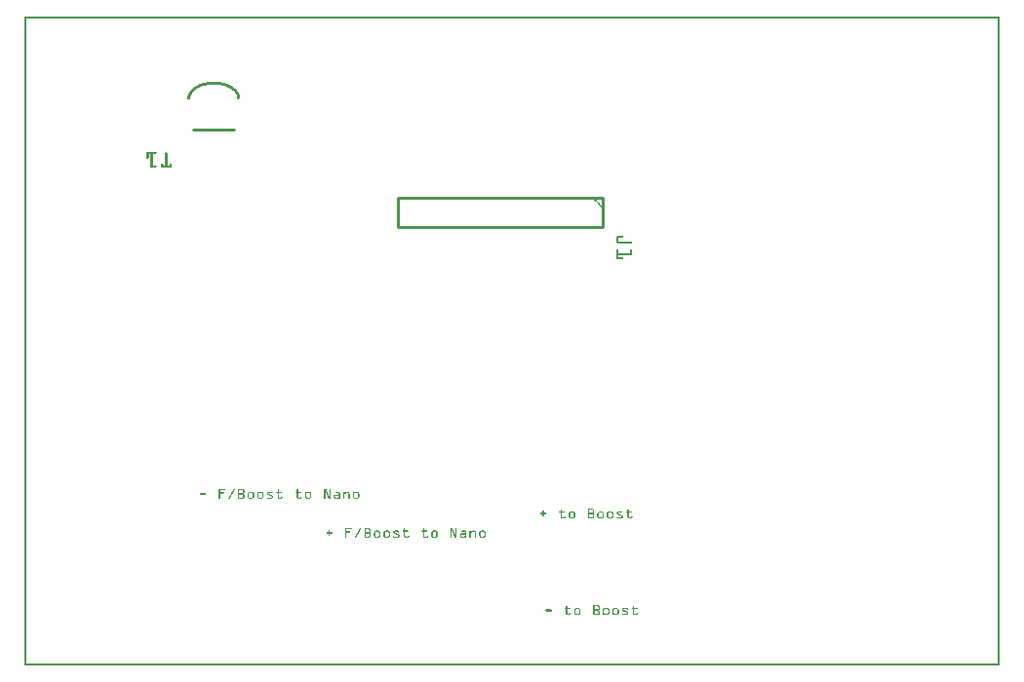
<source format=gto>
G04 MADE WITH FRITZING*
G04 WWW.FRITZING.ORG*
G04 DOUBLE SIDED*
G04 HOLES PLATED*
G04 CONTOUR ON CENTER OF CONTOUR VECTOR*
%ASAXBY*%
%FSLAX23Y23*%
%MOIN*%
%OFA0B0*%
%SFA1.0B1.0*%
%ADD10C,0.010000*%
%ADD11R,0.001000X0.001000*%
%LNSILK1*%
G90*
G70*
G54D10*
X715Y1835D02*
X575Y1835D01*
D02*
X1976Y1603D02*
X1276Y1603D01*
D02*
X1276Y1603D02*
X1276Y1503D01*
D02*
X1276Y1503D02*
X1976Y1503D01*
D02*
X1976Y1503D02*
X1976Y1603D01*
G54D11*
X0Y2222D02*
X3332Y2222D01*
X0Y2221D02*
X3332Y2221D01*
X0Y2220D02*
X3332Y2220D01*
X0Y2219D02*
X3332Y2219D01*
X0Y2218D02*
X3332Y2218D01*
X0Y2217D02*
X3332Y2217D01*
X0Y2216D02*
X3332Y2216D01*
X0Y2215D02*
X3332Y2215D01*
X0Y2214D02*
X7Y2214D01*
X3325Y2214D02*
X3332Y2214D01*
X0Y2213D02*
X7Y2213D01*
X3325Y2213D02*
X3332Y2213D01*
X0Y2212D02*
X7Y2212D01*
X3325Y2212D02*
X3332Y2212D01*
X0Y2211D02*
X7Y2211D01*
X3325Y2211D02*
X3332Y2211D01*
X0Y2210D02*
X7Y2210D01*
X3325Y2210D02*
X3332Y2210D01*
X0Y2209D02*
X7Y2209D01*
X3325Y2209D02*
X3332Y2209D01*
X0Y2208D02*
X7Y2208D01*
X3325Y2208D02*
X3332Y2208D01*
X0Y2207D02*
X7Y2207D01*
X3325Y2207D02*
X3332Y2207D01*
X0Y2206D02*
X7Y2206D01*
X3325Y2206D02*
X3332Y2206D01*
X0Y2205D02*
X7Y2205D01*
X3325Y2205D02*
X3332Y2205D01*
X0Y2204D02*
X7Y2204D01*
X3325Y2204D02*
X3332Y2204D01*
X0Y2203D02*
X7Y2203D01*
X3325Y2203D02*
X3332Y2203D01*
X0Y2202D02*
X7Y2202D01*
X3325Y2202D02*
X3332Y2202D01*
X0Y2201D02*
X7Y2201D01*
X3325Y2201D02*
X3332Y2201D01*
X0Y2200D02*
X7Y2200D01*
X3325Y2200D02*
X3332Y2200D01*
X0Y2199D02*
X7Y2199D01*
X3325Y2199D02*
X3332Y2199D01*
X0Y2198D02*
X7Y2198D01*
X3325Y2198D02*
X3332Y2198D01*
X0Y2197D02*
X7Y2197D01*
X3325Y2197D02*
X3332Y2197D01*
X0Y2196D02*
X7Y2196D01*
X3325Y2196D02*
X3332Y2196D01*
X0Y2195D02*
X7Y2195D01*
X3325Y2195D02*
X3332Y2195D01*
X0Y2194D02*
X7Y2194D01*
X3325Y2194D02*
X3332Y2194D01*
X0Y2193D02*
X7Y2193D01*
X3325Y2193D02*
X3332Y2193D01*
X0Y2192D02*
X7Y2192D01*
X3325Y2192D02*
X3332Y2192D01*
X0Y2191D02*
X7Y2191D01*
X3325Y2191D02*
X3332Y2191D01*
X0Y2190D02*
X7Y2190D01*
X3325Y2190D02*
X3332Y2190D01*
X0Y2189D02*
X7Y2189D01*
X3325Y2189D02*
X3332Y2189D01*
X0Y2188D02*
X7Y2188D01*
X3325Y2188D02*
X3332Y2188D01*
X0Y2187D02*
X7Y2187D01*
X3325Y2187D02*
X3332Y2187D01*
X0Y2186D02*
X7Y2186D01*
X3325Y2186D02*
X3332Y2186D01*
X0Y2185D02*
X7Y2185D01*
X3325Y2185D02*
X3332Y2185D01*
X0Y2184D02*
X7Y2184D01*
X3325Y2184D02*
X3332Y2184D01*
X0Y2183D02*
X7Y2183D01*
X3325Y2183D02*
X3332Y2183D01*
X0Y2182D02*
X7Y2182D01*
X3325Y2182D02*
X3332Y2182D01*
X0Y2181D02*
X7Y2181D01*
X3325Y2181D02*
X3332Y2181D01*
X0Y2180D02*
X7Y2180D01*
X3325Y2180D02*
X3332Y2180D01*
X0Y2179D02*
X7Y2179D01*
X3325Y2179D02*
X3332Y2179D01*
X0Y2178D02*
X7Y2178D01*
X3325Y2178D02*
X3332Y2178D01*
X0Y2177D02*
X7Y2177D01*
X3325Y2177D02*
X3332Y2177D01*
X0Y2176D02*
X7Y2176D01*
X3325Y2176D02*
X3332Y2176D01*
X0Y2175D02*
X7Y2175D01*
X3325Y2175D02*
X3332Y2175D01*
X0Y2174D02*
X7Y2174D01*
X3325Y2174D02*
X3332Y2174D01*
X0Y2173D02*
X7Y2173D01*
X3325Y2173D02*
X3332Y2173D01*
X0Y2172D02*
X7Y2172D01*
X3325Y2172D02*
X3332Y2172D01*
X0Y2171D02*
X7Y2171D01*
X3325Y2171D02*
X3332Y2171D01*
X0Y2170D02*
X7Y2170D01*
X3325Y2170D02*
X3332Y2170D01*
X0Y2169D02*
X7Y2169D01*
X3325Y2169D02*
X3332Y2169D01*
X0Y2168D02*
X7Y2168D01*
X3325Y2168D02*
X3332Y2168D01*
X0Y2167D02*
X7Y2167D01*
X3325Y2167D02*
X3332Y2167D01*
X0Y2166D02*
X7Y2166D01*
X3325Y2166D02*
X3332Y2166D01*
X0Y2165D02*
X7Y2165D01*
X3325Y2165D02*
X3332Y2165D01*
X0Y2164D02*
X7Y2164D01*
X3325Y2164D02*
X3332Y2164D01*
X0Y2163D02*
X7Y2163D01*
X3325Y2163D02*
X3332Y2163D01*
X0Y2162D02*
X7Y2162D01*
X3325Y2162D02*
X3332Y2162D01*
X0Y2161D02*
X7Y2161D01*
X3325Y2161D02*
X3332Y2161D01*
X0Y2160D02*
X7Y2160D01*
X3325Y2160D02*
X3332Y2160D01*
X0Y2159D02*
X7Y2159D01*
X3325Y2159D02*
X3332Y2159D01*
X0Y2158D02*
X7Y2158D01*
X3325Y2158D02*
X3332Y2158D01*
X0Y2157D02*
X7Y2157D01*
X3325Y2157D02*
X3332Y2157D01*
X0Y2156D02*
X7Y2156D01*
X3325Y2156D02*
X3332Y2156D01*
X0Y2155D02*
X7Y2155D01*
X3325Y2155D02*
X3332Y2155D01*
X0Y2154D02*
X7Y2154D01*
X3325Y2154D02*
X3332Y2154D01*
X0Y2153D02*
X7Y2153D01*
X3325Y2153D02*
X3332Y2153D01*
X0Y2152D02*
X7Y2152D01*
X3325Y2152D02*
X3332Y2152D01*
X0Y2151D02*
X7Y2151D01*
X3325Y2151D02*
X3332Y2151D01*
X0Y2150D02*
X7Y2150D01*
X3325Y2150D02*
X3332Y2150D01*
X0Y2149D02*
X7Y2149D01*
X3325Y2149D02*
X3332Y2149D01*
X0Y2148D02*
X7Y2148D01*
X3325Y2148D02*
X3332Y2148D01*
X0Y2147D02*
X7Y2147D01*
X3325Y2147D02*
X3332Y2147D01*
X0Y2146D02*
X7Y2146D01*
X3325Y2146D02*
X3332Y2146D01*
X0Y2145D02*
X7Y2145D01*
X3325Y2145D02*
X3332Y2145D01*
X0Y2144D02*
X7Y2144D01*
X3325Y2144D02*
X3332Y2144D01*
X0Y2143D02*
X7Y2143D01*
X3325Y2143D02*
X3332Y2143D01*
X0Y2142D02*
X7Y2142D01*
X3325Y2142D02*
X3332Y2142D01*
X0Y2141D02*
X7Y2141D01*
X3325Y2141D02*
X3332Y2141D01*
X0Y2140D02*
X7Y2140D01*
X3325Y2140D02*
X3332Y2140D01*
X0Y2139D02*
X7Y2139D01*
X3325Y2139D02*
X3332Y2139D01*
X0Y2138D02*
X7Y2138D01*
X3325Y2138D02*
X3332Y2138D01*
X0Y2137D02*
X7Y2137D01*
X3325Y2137D02*
X3332Y2137D01*
X0Y2136D02*
X7Y2136D01*
X3325Y2136D02*
X3332Y2136D01*
X0Y2135D02*
X7Y2135D01*
X3325Y2135D02*
X3332Y2135D01*
X0Y2134D02*
X7Y2134D01*
X3325Y2134D02*
X3332Y2134D01*
X0Y2133D02*
X7Y2133D01*
X3325Y2133D02*
X3332Y2133D01*
X0Y2132D02*
X7Y2132D01*
X3325Y2132D02*
X3332Y2132D01*
X0Y2131D02*
X7Y2131D01*
X3325Y2131D02*
X3332Y2131D01*
X0Y2130D02*
X7Y2130D01*
X3325Y2130D02*
X3332Y2130D01*
X0Y2129D02*
X7Y2129D01*
X3325Y2129D02*
X3332Y2129D01*
X0Y2128D02*
X7Y2128D01*
X3325Y2128D02*
X3332Y2128D01*
X0Y2127D02*
X7Y2127D01*
X3325Y2127D02*
X3332Y2127D01*
X0Y2126D02*
X7Y2126D01*
X3325Y2126D02*
X3332Y2126D01*
X0Y2125D02*
X7Y2125D01*
X3325Y2125D02*
X3332Y2125D01*
X0Y2124D02*
X7Y2124D01*
X3325Y2124D02*
X3332Y2124D01*
X0Y2123D02*
X7Y2123D01*
X3325Y2123D02*
X3332Y2123D01*
X0Y2122D02*
X7Y2122D01*
X3325Y2122D02*
X3332Y2122D01*
X0Y2121D02*
X7Y2121D01*
X3325Y2121D02*
X3332Y2121D01*
X0Y2120D02*
X7Y2120D01*
X3325Y2120D02*
X3332Y2120D01*
X0Y2119D02*
X7Y2119D01*
X3325Y2119D02*
X3332Y2119D01*
X0Y2118D02*
X7Y2118D01*
X3325Y2118D02*
X3332Y2118D01*
X0Y2117D02*
X7Y2117D01*
X3325Y2117D02*
X3332Y2117D01*
X0Y2116D02*
X7Y2116D01*
X3325Y2116D02*
X3332Y2116D01*
X0Y2115D02*
X7Y2115D01*
X3325Y2115D02*
X3332Y2115D01*
X0Y2114D02*
X7Y2114D01*
X3325Y2114D02*
X3332Y2114D01*
X0Y2113D02*
X7Y2113D01*
X3325Y2113D02*
X3332Y2113D01*
X0Y2112D02*
X7Y2112D01*
X3325Y2112D02*
X3332Y2112D01*
X0Y2111D02*
X7Y2111D01*
X3325Y2111D02*
X3332Y2111D01*
X0Y2110D02*
X7Y2110D01*
X3325Y2110D02*
X3332Y2110D01*
X0Y2109D02*
X7Y2109D01*
X3325Y2109D02*
X3332Y2109D01*
X0Y2108D02*
X7Y2108D01*
X3325Y2108D02*
X3332Y2108D01*
X0Y2107D02*
X7Y2107D01*
X3325Y2107D02*
X3332Y2107D01*
X0Y2106D02*
X7Y2106D01*
X3325Y2106D02*
X3332Y2106D01*
X0Y2105D02*
X7Y2105D01*
X3325Y2105D02*
X3332Y2105D01*
X0Y2104D02*
X7Y2104D01*
X3325Y2104D02*
X3332Y2104D01*
X0Y2103D02*
X7Y2103D01*
X3325Y2103D02*
X3332Y2103D01*
X0Y2102D02*
X7Y2102D01*
X3325Y2102D02*
X3332Y2102D01*
X0Y2101D02*
X7Y2101D01*
X3325Y2101D02*
X3332Y2101D01*
X0Y2100D02*
X7Y2100D01*
X3325Y2100D02*
X3332Y2100D01*
X0Y2099D02*
X7Y2099D01*
X3325Y2099D02*
X3332Y2099D01*
X0Y2098D02*
X7Y2098D01*
X3325Y2098D02*
X3332Y2098D01*
X0Y2097D02*
X7Y2097D01*
X3325Y2097D02*
X3332Y2097D01*
X0Y2096D02*
X7Y2096D01*
X3325Y2096D02*
X3332Y2096D01*
X0Y2095D02*
X7Y2095D01*
X3325Y2095D02*
X3332Y2095D01*
X0Y2094D02*
X7Y2094D01*
X3325Y2094D02*
X3332Y2094D01*
X0Y2093D02*
X7Y2093D01*
X3325Y2093D02*
X3332Y2093D01*
X0Y2092D02*
X7Y2092D01*
X3325Y2092D02*
X3332Y2092D01*
X0Y2091D02*
X7Y2091D01*
X3325Y2091D02*
X3332Y2091D01*
X0Y2090D02*
X7Y2090D01*
X3325Y2090D02*
X3332Y2090D01*
X0Y2089D02*
X7Y2089D01*
X3325Y2089D02*
X3332Y2089D01*
X0Y2088D02*
X7Y2088D01*
X3325Y2088D02*
X3332Y2088D01*
X0Y2087D02*
X7Y2087D01*
X3325Y2087D02*
X3332Y2087D01*
X0Y2086D02*
X7Y2086D01*
X3325Y2086D02*
X3332Y2086D01*
X0Y2085D02*
X7Y2085D01*
X3325Y2085D02*
X3332Y2085D01*
X0Y2084D02*
X7Y2084D01*
X3325Y2084D02*
X3332Y2084D01*
X0Y2083D02*
X7Y2083D01*
X3325Y2083D02*
X3332Y2083D01*
X0Y2082D02*
X7Y2082D01*
X3325Y2082D02*
X3332Y2082D01*
X0Y2081D02*
X7Y2081D01*
X3325Y2081D02*
X3332Y2081D01*
X0Y2080D02*
X7Y2080D01*
X3325Y2080D02*
X3332Y2080D01*
X0Y2079D02*
X7Y2079D01*
X3325Y2079D02*
X3332Y2079D01*
X0Y2078D02*
X7Y2078D01*
X3325Y2078D02*
X3332Y2078D01*
X0Y2077D02*
X7Y2077D01*
X3325Y2077D02*
X3332Y2077D01*
X0Y2076D02*
X7Y2076D01*
X3325Y2076D02*
X3332Y2076D01*
X0Y2075D02*
X7Y2075D01*
X3325Y2075D02*
X3332Y2075D01*
X0Y2074D02*
X7Y2074D01*
X3325Y2074D02*
X3332Y2074D01*
X0Y2073D02*
X7Y2073D01*
X3325Y2073D02*
X3332Y2073D01*
X0Y2072D02*
X7Y2072D01*
X3325Y2072D02*
X3332Y2072D01*
X0Y2071D02*
X7Y2071D01*
X3325Y2071D02*
X3332Y2071D01*
X0Y2070D02*
X7Y2070D01*
X3325Y2070D02*
X3332Y2070D01*
X0Y2069D02*
X7Y2069D01*
X3325Y2069D02*
X3332Y2069D01*
X0Y2068D02*
X7Y2068D01*
X3325Y2068D02*
X3332Y2068D01*
X0Y2067D02*
X7Y2067D01*
X3325Y2067D02*
X3332Y2067D01*
X0Y2066D02*
X7Y2066D01*
X3325Y2066D02*
X3332Y2066D01*
X0Y2065D02*
X7Y2065D01*
X3325Y2065D02*
X3332Y2065D01*
X0Y2064D02*
X7Y2064D01*
X3325Y2064D02*
X3332Y2064D01*
X0Y2063D02*
X7Y2063D01*
X3325Y2063D02*
X3332Y2063D01*
X0Y2062D02*
X7Y2062D01*
X3325Y2062D02*
X3332Y2062D01*
X0Y2061D02*
X7Y2061D01*
X3325Y2061D02*
X3332Y2061D01*
X0Y2060D02*
X7Y2060D01*
X3325Y2060D02*
X3332Y2060D01*
X0Y2059D02*
X7Y2059D01*
X3325Y2059D02*
X3332Y2059D01*
X0Y2058D02*
X7Y2058D01*
X3325Y2058D02*
X3332Y2058D01*
X0Y2057D02*
X7Y2057D01*
X3325Y2057D02*
X3332Y2057D01*
X0Y2056D02*
X7Y2056D01*
X3325Y2056D02*
X3332Y2056D01*
X0Y2055D02*
X7Y2055D01*
X3325Y2055D02*
X3332Y2055D01*
X0Y2054D02*
X7Y2054D01*
X3325Y2054D02*
X3332Y2054D01*
X0Y2053D02*
X7Y2053D01*
X3325Y2053D02*
X3332Y2053D01*
X0Y2052D02*
X7Y2052D01*
X3325Y2052D02*
X3332Y2052D01*
X0Y2051D02*
X7Y2051D01*
X3325Y2051D02*
X3332Y2051D01*
X0Y2050D02*
X7Y2050D01*
X3325Y2050D02*
X3332Y2050D01*
X0Y2049D02*
X7Y2049D01*
X3325Y2049D02*
X3332Y2049D01*
X0Y2048D02*
X7Y2048D01*
X3325Y2048D02*
X3332Y2048D01*
X0Y2047D02*
X7Y2047D01*
X3325Y2047D02*
X3332Y2047D01*
X0Y2046D02*
X7Y2046D01*
X3325Y2046D02*
X3332Y2046D01*
X0Y2045D02*
X7Y2045D01*
X3325Y2045D02*
X3332Y2045D01*
X0Y2044D02*
X7Y2044D01*
X3325Y2044D02*
X3332Y2044D01*
X0Y2043D02*
X7Y2043D01*
X3325Y2043D02*
X3332Y2043D01*
X0Y2042D02*
X7Y2042D01*
X3325Y2042D02*
X3332Y2042D01*
X0Y2041D02*
X7Y2041D01*
X3325Y2041D02*
X3332Y2041D01*
X0Y2040D02*
X7Y2040D01*
X3325Y2040D02*
X3332Y2040D01*
X0Y2039D02*
X7Y2039D01*
X3325Y2039D02*
X3332Y2039D01*
X0Y2038D02*
X7Y2038D01*
X3325Y2038D02*
X3332Y2038D01*
X0Y2037D02*
X7Y2037D01*
X3325Y2037D02*
X3332Y2037D01*
X0Y2036D02*
X7Y2036D01*
X3325Y2036D02*
X3332Y2036D01*
X0Y2035D02*
X7Y2035D01*
X3325Y2035D02*
X3332Y2035D01*
X0Y2034D02*
X7Y2034D01*
X3325Y2034D02*
X3332Y2034D01*
X0Y2033D02*
X7Y2033D01*
X3325Y2033D02*
X3332Y2033D01*
X0Y2032D02*
X7Y2032D01*
X3325Y2032D02*
X3332Y2032D01*
X0Y2031D02*
X7Y2031D01*
X3325Y2031D02*
X3332Y2031D01*
X0Y2030D02*
X7Y2030D01*
X3325Y2030D02*
X3332Y2030D01*
X0Y2029D02*
X7Y2029D01*
X3325Y2029D02*
X3332Y2029D01*
X0Y2028D02*
X7Y2028D01*
X3325Y2028D02*
X3332Y2028D01*
X0Y2027D02*
X7Y2027D01*
X3325Y2027D02*
X3332Y2027D01*
X0Y2026D02*
X7Y2026D01*
X3325Y2026D02*
X3332Y2026D01*
X0Y2025D02*
X7Y2025D01*
X3325Y2025D02*
X3332Y2025D01*
X0Y2024D02*
X7Y2024D01*
X3325Y2024D02*
X3332Y2024D01*
X0Y2023D02*
X7Y2023D01*
X3325Y2023D02*
X3332Y2023D01*
X0Y2022D02*
X7Y2022D01*
X3325Y2022D02*
X3332Y2022D01*
X0Y2021D02*
X7Y2021D01*
X3325Y2021D02*
X3332Y2021D01*
X0Y2020D02*
X7Y2020D01*
X3325Y2020D02*
X3332Y2020D01*
X0Y2019D02*
X7Y2019D01*
X3325Y2019D02*
X3332Y2019D01*
X0Y2018D02*
X7Y2018D01*
X3325Y2018D02*
X3332Y2018D01*
X0Y2017D02*
X7Y2017D01*
X3325Y2017D02*
X3332Y2017D01*
X0Y2016D02*
X7Y2016D01*
X3325Y2016D02*
X3332Y2016D01*
X0Y2015D02*
X7Y2015D01*
X3325Y2015D02*
X3332Y2015D01*
X0Y2014D02*
X7Y2014D01*
X3325Y2014D02*
X3332Y2014D01*
X0Y2013D02*
X7Y2013D01*
X3325Y2013D02*
X3332Y2013D01*
X0Y2012D02*
X7Y2012D01*
X3325Y2012D02*
X3332Y2012D01*
X0Y2011D02*
X7Y2011D01*
X3325Y2011D02*
X3332Y2011D01*
X0Y2010D02*
X7Y2010D01*
X3325Y2010D02*
X3332Y2010D01*
X0Y2009D02*
X7Y2009D01*
X3325Y2009D02*
X3332Y2009D01*
X0Y2008D02*
X7Y2008D01*
X3325Y2008D02*
X3332Y2008D01*
X0Y2007D02*
X7Y2007D01*
X3325Y2007D02*
X3332Y2007D01*
X0Y2006D02*
X7Y2006D01*
X3325Y2006D02*
X3332Y2006D01*
X0Y2005D02*
X7Y2005D01*
X3325Y2005D02*
X3332Y2005D01*
X0Y2004D02*
X7Y2004D01*
X3325Y2004D02*
X3332Y2004D01*
X0Y2003D02*
X7Y2003D01*
X3325Y2003D02*
X3332Y2003D01*
X0Y2002D02*
X7Y2002D01*
X3325Y2002D02*
X3332Y2002D01*
X0Y2001D02*
X7Y2001D01*
X3325Y2001D02*
X3332Y2001D01*
X0Y2000D02*
X7Y2000D01*
X3325Y2000D02*
X3332Y2000D01*
X0Y1999D02*
X7Y1999D01*
X640Y1999D02*
X654Y1999D01*
X3325Y1999D02*
X3332Y1999D01*
X0Y1998D02*
X7Y1998D01*
X629Y1998D02*
X665Y1998D01*
X3325Y1998D02*
X3332Y1998D01*
X0Y1997D02*
X7Y1997D01*
X623Y1997D02*
X671Y1997D01*
X3325Y1997D02*
X3332Y1997D01*
X0Y1996D02*
X7Y1996D01*
X618Y1996D02*
X676Y1996D01*
X3325Y1996D02*
X3332Y1996D01*
X0Y1995D02*
X7Y1995D01*
X614Y1995D02*
X680Y1995D01*
X3325Y1995D02*
X3332Y1995D01*
X0Y1994D02*
X7Y1994D01*
X610Y1994D02*
X684Y1994D01*
X3325Y1994D02*
X3332Y1994D01*
X0Y1993D02*
X7Y1993D01*
X607Y1993D02*
X687Y1993D01*
X3325Y1993D02*
X3332Y1993D01*
X0Y1992D02*
X7Y1992D01*
X604Y1992D02*
X690Y1992D01*
X3325Y1992D02*
X3332Y1992D01*
X0Y1991D02*
X7Y1991D01*
X601Y1991D02*
X693Y1991D01*
X3325Y1991D02*
X3332Y1991D01*
X0Y1990D02*
X7Y1990D01*
X598Y1990D02*
X695Y1990D01*
X3325Y1990D02*
X3332Y1990D01*
X0Y1989D02*
X7Y1989D01*
X596Y1989D02*
X639Y1989D01*
X655Y1989D02*
X698Y1989D01*
X3325Y1989D02*
X3332Y1989D01*
X0Y1988D02*
X7Y1988D01*
X594Y1988D02*
X628Y1988D01*
X665Y1988D02*
X700Y1988D01*
X3325Y1988D02*
X3332Y1988D01*
X0Y1987D02*
X7Y1987D01*
X592Y1987D02*
X622Y1987D01*
X672Y1987D02*
X702Y1987D01*
X3325Y1987D02*
X3332Y1987D01*
X0Y1986D02*
X7Y1986D01*
X590Y1986D02*
X618Y1986D01*
X676Y1986D02*
X704Y1986D01*
X3325Y1986D02*
X3332Y1986D01*
X0Y1985D02*
X7Y1985D01*
X588Y1985D02*
X614Y1985D01*
X680Y1985D02*
X706Y1985D01*
X3325Y1985D02*
X3332Y1985D01*
X0Y1984D02*
X7Y1984D01*
X586Y1984D02*
X610Y1984D01*
X684Y1984D02*
X707Y1984D01*
X3325Y1984D02*
X3332Y1984D01*
X0Y1983D02*
X7Y1983D01*
X585Y1983D02*
X607Y1983D01*
X687Y1983D02*
X709Y1983D01*
X3325Y1983D02*
X3332Y1983D01*
X0Y1982D02*
X7Y1982D01*
X583Y1982D02*
X604Y1982D01*
X689Y1982D02*
X711Y1982D01*
X3325Y1982D02*
X3332Y1982D01*
X0Y1981D02*
X7Y1981D01*
X582Y1981D02*
X602Y1981D01*
X692Y1981D02*
X712Y1981D01*
X3325Y1981D02*
X3332Y1981D01*
X0Y1980D02*
X7Y1980D01*
X580Y1980D02*
X599Y1980D01*
X694Y1980D02*
X713Y1980D01*
X3325Y1980D02*
X3332Y1980D01*
X0Y1979D02*
X7Y1979D01*
X579Y1979D02*
X597Y1979D01*
X696Y1979D02*
X715Y1979D01*
X3325Y1979D02*
X3332Y1979D01*
X0Y1978D02*
X7Y1978D01*
X578Y1978D02*
X595Y1978D01*
X699Y1978D02*
X716Y1978D01*
X3325Y1978D02*
X3332Y1978D01*
X0Y1977D02*
X7Y1977D01*
X576Y1977D02*
X593Y1977D01*
X700Y1977D02*
X717Y1977D01*
X3325Y1977D02*
X3332Y1977D01*
X0Y1976D02*
X7Y1976D01*
X575Y1976D02*
X592Y1976D01*
X702Y1976D02*
X718Y1976D01*
X3325Y1976D02*
X3332Y1976D01*
X0Y1975D02*
X7Y1975D01*
X574Y1975D02*
X590Y1975D01*
X704Y1975D02*
X720Y1975D01*
X3325Y1975D02*
X3332Y1975D01*
X0Y1974D02*
X7Y1974D01*
X573Y1974D02*
X588Y1974D01*
X706Y1974D02*
X721Y1974D01*
X3325Y1974D02*
X3332Y1974D01*
X0Y1973D02*
X7Y1973D01*
X572Y1973D02*
X587Y1973D01*
X707Y1973D02*
X722Y1973D01*
X3325Y1973D02*
X3332Y1973D01*
X0Y1972D02*
X7Y1972D01*
X571Y1972D02*
X585Y1972D01*
X709Y1972D02*
X723Y1972D01*
X3325Y1972D02*
X3332Y1972D01*
X0Y1971D02*
X7Y1971D01*
X570Y1971D02*
X584Y1971D01*
X710Y1971D02*
X724Y1971D01*
X3325Y1971D02*
X3332Y1971D01*
X0Y1970D02*
X7Y1970D01*
X569Y1970D02*
X583Y1970D01*
X711Y1970D02*
X725Y1970D01*
X3325Y1970D02*
X3332Y1970D01*
X0Y1969D02*
X7Y1969D01*
X568Y1969D02*
X581Y1969D01*
X712Y1969D02*
X725Y1969D01*
X3325Y1969D02*
X3332Y1969D01*
X0Y1968D02*
X7Y1968D01*
X568Y1968D02*
X580Y1968D01*
X714Y1968D02*
X726Y1968D01*
X3325Y1968D02*
X3332Y1968D01*
X0Y1967D02*
X7Y1967D01*
X567Y1967D02*
X579Y1967D01*
X715Y1967D02*
X727Y1967D01*
X3325Y1967D02*
X3332Y1967D01*
X0Y1966D02*
X7Y1966D01*
X566Y1966D02*
X578Y1966D01*
X716Y1966D02*
X728Y1966D01*
X3325Y1966D02*
X3332Y1966D01*
X0Y1965D02*
X7Y1965D01*
X565Y1965D02*
X577Y1965D01*
X717Y1965D02*
X728Y1965D01*
X3325Y1965D02*
X3332Y1965D01*
X0Y1964D02*
X7Y1964D01*
X565Y1964D02*
X576Y1964D01*
X718Y1964D02*
X729Y1964D01*
X3325Y1964D02*
X3332Y1964D01*
X0Y1963D02*
X7Y1963D01*
X564Y1963D02*
X575Y1963D01*
X719Y1963D02*
X730Y1963D01*
X3325Y1963D02*
X3332Y1963D01*
X0Y1962D02*
X7Y1962D01*
X563Y1962D02*
X574Y1962D01*
X719Y1962D02*
X730Y1962D01*
X3325Y1962D02*
X3332Y1962D01*
X0Y1961D02*
X7Y1961D01*
X563Y1961D02*
X573Y1961D01*
X720Y1961D02*
X731Y1961D01*
X3325Y1961D02*
X3332Y1961D01*
X0Y1960D02*
X7Y1960D01*
X562Y1960D02*
X573Y1960D01*
X721Y1960D02*
X731Y1960D01*
X3325Y1960D02*
X3332Y1960D01*
X0Y1959D02*
X7Y1959D01*
X562Y1959D02*
X572Y1959D01*
X722Y1959D02*
X732Y1959D01*
X3325Y1959D02*
X3332Y1959D01*
X0Y1958D02*
X7Y1958D01*
X561Y1958D02*
X571Y1958D01*
X722Y1958D02*
X732Y1958D01*
X3325Y1958D02*
X3332Y1958D01*
X0Y1957D02*
X7Y1957D01*
X561Y1957D02*
X571Y1957D01*
X723Y1957D02*
X733Y1957D01*
X3325Y1957D02*
X3332Y1957D01*
X0Y1956D02*
X7Y1956D01*
X561Y1956D02*
X570Y1956D01*
X724Y1956D02*
X733Y1956D01*
X3325Y1956D02*
X3332Y1956D01*
X0Y1955D02*
X7Y1955D01*
X560Y1955D02*
X570Y1955D01*
X724Y1955D02*
X734Y1955D01*
X3325Y1955D02*
X3332Y1955D01*
X0Y1954D02*
X7Y1954D01*
X560Y1954D02*
X569Y1954D01*
X724Y1954D02*
X734Y1954D01*
X3325Y1954D02*
X3332Y1954D01*
X0Y1953D02*
X7Y1953D01*
X559Y1953D02*
X569Y1953D01*
X725Y1953D02*
X734Y1953D01*
X3325Y1953D02*
X3332Y1953D01*
X0Y1952D02*
X7Y1952D01*
X559Y1952D02*
X568Y1952D01*
X725Y1952D02*
X735Y1952D01*
X3325Y1952D02*
X3332Y1952D01*
X0Y1951D02*
X7Y1951D01*
X559Y1951D02*
X568Y1951D01*
X726Y1951D02*
X735Y1951D01*
X3325Y1951D02*
X3332Y1951D01*
X0Y1950D02*
X7Y1950D01*
X558Y1950D02*
X568Y1950D01*
X726Y1950D02*
X735Y1950D01*
X3325Y1950D02*
X3332Y1950D01*
X0Y1949D02*
X7Y1949D01*
X558Y1949D02*
X568Y1949D01*
X726Y1949D02*
X735Y1949D01*
X3325Y1949D02*
X3332Y1949D01*
X0Y1948D02*
X7Y1948D01*
X558Y1948D02*
X567Y1948D01*
X726Y1948D02*
X736Y1948D01*
X3325Y1948D02*
X3332Y1948D01*
X0Y1947D02*
X7Y1947D01*
X558Y1947D02*
X567Y1947D01*
X727Y1947D02*
X736Y1947D01*
X3325Y1947D02*
X3332Y1947D01*
X0Y1946D02*
X7Y1946D01*
X558Y1946D02*
X567Y1946D01*
X727Y1946D02*
X736Y1946D01*
X3325Y1946D02*
X3332Y1946D01*
X0Y1945D02*
X7Y1945D01*
X558Y1945D02*
X567Y1945D01*
X727Y1945D02*
X736Y1945D01*
X3325Y1945D02*
X3332Y1945D01*
X0Y1944D02*
X7Y1944D01*
X558Y1944D02*
X567Y1944D01*
X727Y1944D02*
X736Y1944D01*
X3325Y1944D02*
X3332Y1944D01*
X0Y1943D02*
X7Y1943D01*
X558Y1943D02*
X567Y1943D01*
X727Y1943D02*
X736Y1943D01*
X3325Y1943D02*
X3332Y1943D01*
X0Y1942D02*
X7Y1942D01*
X557Y1942D02*
X567Y1942D01*
X727Y1942D02*
X736Y1942D01*
X3325Y1942D02*
X3332Y1942D01*
X0Y1941D02*
X7Y1941D01*
X558Y1941D02*
X566Y1941D01*
X727Y1941D02*
X736Y1941D01*
X3325Y1941D02*
X3332Y1941D01*
X0Y1940D02*
X7Y1940D01*
X558Y1940D02*
X566Y1940D01*
X728Y1940D02*
X732Y1940D01*
X3325Y1940D02*
X3332Y1940D01*
X0Y1939D02*
X7Y1939D01*
X561Y1939D02*
X566Y1939D01*
X728Y1939D02*
X729Y1939D01*
X3325Y1939D02*
X3332Y1939D01*
X0Y1938D02*
X7Y1938D01*
X563Y1938D02*
X565Y1938D01*
X3325Y1938D02*
X3332Y1938D01*
X0Y1937D02*
X7Y1937D01*
X3325Y1937D02*
X3332Y1937D01*
X0Y1936D02*
X7Y1936D01*
X3325Y1936D02*
X3332Y1936D01*
X0Y1935D02*
X7Y1935D01*
X3325Y1935D02*
X3332Y1935D01*
X0Y1934D02*
X7Y1934D01*
X3325Y1934D02*
X3332Y1934D01*
X0Y1933D02*
X7Y1933D01*
X3325Y1933D02*
X3332Y1933D01*
X0Y1932D02*
X7Y1932D01*
X3325Y1932D02*
X3332Y1932D01*
X0Y1931D02*
X7Y1931D01*
X3325Y1931D02*
X3332Y1931D01*
X0Y1930D02*
X7Y1930D01*
X3325Y1930D02*
X3332Y1930D01*
X0Y1929D02*
X7Y1929D01*
X3325Y1929D02*
X3332Y1929D01*
X0Y1928D02*
X7Y1928D01*
X3325Y1928D02*
X3332Y1928D01*
X0Y1927D02*
X7Y1927D01*
X3325Y1927D02*
X3332Y1927D01*
X0Y1926D02*
X7Y1926D01*
X3325Y1926D02*
X3332Y1926D01*
X0Y1925D02*
X7Y1925D01*
X3325Y1925D02*
X3332Y1925D01*
X0Y1924D02*
X7Y1924D01*
X3325Y1924D02*
X3332Y1924D01*
X0Y1923D02*
X7Y1923D01*
X3325Y1923D02*
X3332Y1923D01*
X0Y1922D02*
X7Y1922D01*
X3325Y1922D02*
X3332Y1922D01*
X0Y1921D02*
X7Y1921D01*
X3325Y1921D02*
X3332Y1921D01*
X0Y1920D02*
X7Y1920D01*
X3325Y1920D02*
X3332Y1920D01*
X0Y1919D02*
X7Y1919D01*
X3325Y1919D02*
X3332Y1919D01*
X0Y1918D02*
X7Y1918D01*
X3325Y1918D02*
X3332Y1918D01*
X0Y1917D02*
X7Y1917D01*
X3325Y1917D02*
X3332Y1917D01*
X0Y1916D02*
X7Y1916D01*
X3325Y1916D02*
X3332Y1916D01*
X0Y1915D02*
X7Y1915D01*
X3325Y1915D02*
X3332Y1915D01*
X0Y1914D02*
X7Y1914D01*
X3325Y1914D02*
X3332Y1914D01*
X0Y1913D02*
X7Y1913D01*
X3325Y1913D02*
X3332Y1913D01*
X0Y1912D02*
X7Y1912D01*
X3325Y1912D02*
X3332Y1912D01*
X0Y1911D02*
X7Y1911D01*
X3325Y1911D02*
X3332Y1911D01*
X0Y1910D02*
X7Y1910D01*
X3325Y1910D02*
X3332Y1910D01*
X0Y1909D02*
X7Y1909D01*
X3325Y1909D02*
X3332Y1909D01*
X0Y1908D02*
X7Y1908D01*
X3325Y1908D02*
X3332Y1908D01*
X0Y1907D02*
X7Y1907D01*
X3325Y1907D02*
X3332Y1907D01*
X0Y1906D02*
X7Y1906D01*
X3325Y1906D02*
X3332Y1906D01*
X0Y1905D02*
X7Y1905D01*
X3325Y1905D02*
X3332Y1905D01*
X0Y1904D02*
X7Y1904D01*
X3325Y1904D02*
X3332Y1904D01*
X0Y1903D02*
X7Y1903D01*
X3325Y1903D02*
X3332Y1903D01*
X0Y1902D02*
X7Y1902D01*
X3325Y1902D02*
X3332Y1902D01*
X0Y1901D02*
X7Y1901D01*
X3325Y1901D02*
X3332Y1901D01*
X0Y1900D02*
X7Y1900D01*
X3325Y1900D02*
X3332Y1900D01*
X0Y1899D02*
X7Y1899D01*
X3325Y1899D02*
X3332Y1899D01*
X0Y1898D02*
X7Y1898D01*
X3325Y1898D02*
X3332Y1898D01*
X0Y1897D02*
X7Y1897D01*
X3325Y1897D02*
X3332Y1897D01*
X0Y1896D02*
X7Y1896D01*
X3325Y1896D02*
X3332Y1896D01*
X0Y1895D02*
X7Y1895D01*
X3325Y1895D02*
X3332Y1895D01*
X0Y1894D02*
X7Y1894D01*
X3325Y1894D02*
X3332Y1894D01*
X0Y1893D02*
X7Y1893D01*
X3325Y1893D02*
X3332Y1893D01*
X0Y1892D02*
X7Y1892D01*
X3325Y1892D02*
X3332Y1892D01*
X0Y1891D02*
X7Y1891D01*
X3325Y1891D02*
X3332Y1891D01*
X0Y1890D02*
X7Y1890D01*
X3325Y1890D02*
X3332Y1890D01*
X0Y1889D02*
X7Y1889D01*
X3325Y1889D02*
X3332Y1889D01*
X0Y1888D02*
X7Y1888D01*
X3325Y1888D02*
X3332Y1888D01*
X0Y1887D02*
X7Y1887D01*
X3325Y1887D02*
X3332Y1887D01*
X0Y1886D02*
X7Y1886D01*
X3325Y1886D02*
X3332Y1886D01*
X0Y1885D02*
X7Y1885D01*
X3325Y1885D02*
X3332Y1885D01*
X0Y1884D02*
X7Y1884D01*
X3325Y1884D02*
X3332Y1884D01*
X0Y1883D02*
X7Y1883D01*
X3325Y1883D02*
X3332Y1883D01*
X0Y1882D02*
X7Y1882D01*
X3325Y1882D02*
X3332Y1882D01*
X0Y1881D02*
X7Y1881D01*
X3325Y1881D02*
X3332Y1881D01*
X0Y1880D02*
X7Y1880D01*
X3325Y1880D02*
X3332Y1880D01*
X0Y1879D02*
X7Y1879D01*
X3325Y1879D02*
X3332Y1879D01*
X0Y1878D02*
X7Y1878D01*
X3325Y1878D02*
X3332Y1878D01*
X0Y1877D02*
X7Y1877D01*
X3325Y1877D02*
X3332Y1877D01*
X0Y1876D02*
X7Y1876D01*
X3325Y1876D02*
X3332Y1876D01*
X0Y1875D02*
X7Y1875D01*
X3325Y1875D02*
X3332Y1875D01*
X0Y1874D02*
X7Y1874D01*
X3325Y1874D02*
X3332Y1874D01*
X0Y1873D02*
X7Y1873D01*
X3325Y1873D02*
X3332Y1873D01*
X0Y1872D02*
X7Y1872D01*
X3325Y1872D02*
X3332Y1872D01*
X0Y1871D02*
X7Y1871D01*
X3325Y1871D02*
X3332Y1871D01*
X0Y1870D02*
X7Y1870D01*
X3325Y1870D02*
X3332Y1870D01*
X0Y1869D02*
X7Y1869D01*
X3325Y1869D02*
X3332Y1869D01*
X0Y1868D02*
X7Y1868D01*
X3325Y1868D02*
X3332Y1868D01*
X0Y1867D02*
X7Y1867D01*
X3325Y1867D02*
X3332Y1867D01*
X0Y1866D02*
X7Y1866D01*
X3325Y1866D02*
X3332Y1866D01*
X0Y1865D02*
X7Y1865D01*
X3325Y1865D02*
X3332Y1865D01*
X0Y1864D02*
X7Y1864D01*
X3325Y1864D02*
X3332Y1864D01*
X0Y1863D02*
X7Y1863D01*
X3325Y1863D02*
X3332Y1863D01*
X0Y1862D02*
X7Y1862D01*
X3325Y1862D02*
X3332Y1862D01*
X0Y1861D02*
X7Y1861D01*
X3325Y1861D02*
X3332Y1861D01*
X0Y1860D02*
X7Y1860D01*
X3325Y1860D02*
X3332Y1860D01*
X0Y1859D02*
X7Y1859D01*
X3325Y1859D02*
X3332Y1859D01*
X0Y1858D02*
X7Y1858D01*
X3325Y1858D02*
X3332Y1858D01*
X0Y1857D02*
X7Y1857D01*
X3325Y1857D02*
X3332Y1857D01*
X0Y1856D02*
X7Y1856D01*
X3325Y1856D02*
X3332Y1856D01*
X0Y1855D02*
X7Y1855D01*
X3325Y1855D02*
X3332Y1855D01*
X0Y1854D02*
X7Y1854D01*
X3325Y1854D02*
X3332Y1854D01*
X0Y1853D02*
X7Y1853D01*
X3325Y1853D02*
X3332Y1853D01*
X0Y1852D02*
X7Y1852D01*
X3325Y1852D02*
X3332Y1852D01*
X0Y1851D02*
X7Y1851D01*
X3325Y1851D02*
X3332Y1851D01*
X0Y1850D02*
X7Y1850D01*
X3325Y1850D02*
X3332Y1850D01*
X0Y1849D02*
X7Y1849D01*
X3325Y1849D02*
X3332Y1849D01*
X0Y1848D02*
X7Y1848D01*
X3325Y1848D02*
X3332Y1848D01*
X0Y1847D02*
X7Y1847D01*
X3325Y1847D02*
X3332Y1847D01*
X0Y1846D02*
X7Y1846D01*
X3325Y1846D02*
X3332Y1846D01*
X0Y1845D02*
X7Y1845D01*
X3325Y1845D02*
X3332Y1845D01*
X0Y1844D02*
X7Y1844D01*
X3325Y1844D02*
X3332Y1844D01*
X0Y1843D02*
X7Y1843D01*
X3325Y1843D02*
X3332Y1843D01*
X0Y1842D02*
X7Y1842D01*
X3325Y1842D02*
X3332Y1842D01*
X0Y1841D02*
X7Y1841D01*
X3325Y1841D02*
X3332Y1841D01*
X0Y1840D02*
X7Y1840D01*
X3325Y1840D02*
X3332Y1840D01*
X0Y1839D02*
X7Y1839D01*
X3325Y1839D02*
X3332Y1839D01*
X0Y1838D02*
X7Y1838D01*
X3325Y1838D02*
X3332Y1838D01*
X0Y1837D02*
X7Y1837D01*
X3325Y1837D02*
X3332Y1837D01*
X0Y1836D02*
X7Y1836D01*
X3325Y1836D02*
X3332Y1836D01*
X0Y1835D02*
X7Y1835D01*
X3325Y1835D02*
X3332Y1835D01*
X0Y1834D02*
X7Y1834D01*
X3325Y1834D02*
X3332Y1834D01*
X0Y1833D02*
X7Y1833D01*
X3325Y1833D02*
X3332Y1833D01*
X0Y1832D02*
X7Y1832D01*
X3325Y1832D02*
X3332Y1832D01*
X0Y1831D02*
X7Y1831D01*
X3325Y1831D02*
X3332Y1831D01*
X0Y1830D02*
X7Y1830D01*
X3325Y1830D02*
X3332Y1830D01*
X0Y1829D02*
X7Y1829D01*
X3325Y1829D02*
X3332Y1829D01*
X0Y1828D02*
X7Y1828D01*
X3325Y1828D02*
X3332Y1828D01*
X0Y1827D02*
X7Y1827D01*
X3325Y1827D02*
X3332Y1827D01*
X0Y1826D02*
X7Y1826D01*
X3325Y1826D02*
X3332Y1826D01*
X0Y1825D02*
X7Y1825D01*
X3325Y1825D02*
X3332Y1825D01*
X0Y1824D02*
X7Y1824D01*
X3325Y1824D02*
X3332Y1824D01*
X0Y1823D02*
X7Y1823D01*
X3325Y1823D02*
X3332Y1823D01*
X0Y1822D02*
X7Y1822D01*
X3325Y1822D02*
X3332Y1822D01*
X0Y1821D02*
X7Y1821D01*
X3325Y1821D02*
X3332Y1821D01*
X0Y1820D02*
X7Y1820D01*
X3325Y1820D02*
X3332Y1820D01*
X0Y1819D02*
X7Y1819D01*
X3325Y1819D02*
X3332Y1819D01*
X0Y1818D02*
X7Y1818D01*
X3325Y1818D02*
X3332Y1818D01*
X0Y1817D02*
X7Y1817D01*
X3325Y1817D02*
X3332Y1817D01*
X0Y1816D02*
X7Y1816D01*
X3325Y1816D02*
X3332Y1816D01*
X0Y1815D02*
X7Y1815D01*
X3325Y1815D02*
X3332Y1815D01*
X0Y1814D02*
X7Y1814D01*
X3325Y1814D02*
X3332Y1814D01*
X0Y1813D02*
X7Y1813D01*
X3325Y1813D02*
X3332Y1813D01*
X0Y1812D02*
X7Y1812D01*
X3325Y1812D02*
X3332Y1812D01*
X0Y1811D02*
X7Y1811D01*
X3325Y1811D02*
X3332Y1811D01*
X0Y1810D02*
X7Y1810D01*
X3325Y1810D02*
X3332Y1810D01*
X0Y1809D02*
X7Y1809D01*
X3325Y1809D02*
X3332Y1809D01*
X0Y1808D02*
X7Y1808D01*
X3325Y1808D02*
X3332Y1808D01*
X0Y1807D02*
X7Y1807D01*
X3325Y1807D02*
X3332Y1807D01*
X0Y1806D02*
X7Y1806D01*
X3325Y1806D02*
X3332Y1806D01*
X0Y1805D02*
X7Y1805D01*
X3325Y1805D02*
X3332Y1805D01*
X0Y1804D02*
X7Y1804D01*
X3325Y1804D02*
X3332Y1804D01*
X0Y1803D02*
X7Y1803D01*
X3325Y1803D02*
X3332Y1803D01*
X0Y1802D02*
X7Y1802D01*
X3325Y1802D02*
X3332Y1802D01*
X0Y1801D02*
X7Y1801D01*
X3325Y1801D02*
X3332Y1801D01*
X0Y1800D02*
X7Y1800D01*
X3325Y1800D02*
X3332Y1800D01*
X0Y1799D02*
X7Y1799D01*
X3325Y1799D02*
X3332Y1799D01*
X0Y1798D02*
X7Y1798D01*
X3325Y1798D02*
X3332Y1798D01*
X0Y1797D02*
X7Y1797D01*
X3325Y1797D02*
X3332Y1797D01*
X0Y1796D02*
X7Y1796D01*
X3325Y1796D02*
X3332Y1796D01*
X0Y1795D02*
X7Y1795D01*
X3325Y1795D02*
X3332Y1795D01*
X0Y1794D02*
X7Y1794D01*
X3325Y1794D02*
X3332Y1794D01*
X0Y1793D02*
X7Y1793D01*
X3325Y1793D02*
X3332Y1793D01*
X0Y1792D02*
X7Y1792D01*
X3325Y1792D02*
X3332Y1792D01*
X0Y1791D02*
X7Y1791D01*
X3325Y1791D02*
X3332Y1791D01*
X0Y1790D02*
X7Y1790D01*
X3325Y1790D02*
X3332Y1790D01*
X0Y1789D02*
X7Y1789D01*
X3325Y1789D02*
X3332Y1789D01*
X0Y1788D02*
X7Y1788D01*
X3325Y1788D02*
X3332Y1788D01*
X0Y1787D02*
X7Y1787D01*
X3325Y1787D02*
X3332Y1787D01*
X0Y1786D02*
X7Y1786D01*
X3325Y1786D02*
X3332Y1786D01*
X0Y1785D02*
X7Y1785D01*
X3325Y1785D02*
X3332Y1785D01*
X0Y1784D02*
X7Y1784D01*
X3325Y1784D02*
X3332Y1784D01*
X0Y1783D02*
X7Y1783D01*
X3325Y1783D02*
X3332Y1783D01*
X0Y1782D02*
X7Y1782D01*
X3325Y1782D02*
X3332Y1782D01*
X0Y1781D02*
X7Y1781D01*
X3325Y1781D02*
X3332Y1781D01*
X0Y1780D02*
X7Y1780D01*
X3325Y1780D02*
X3332Y1780D01*
X0Y1779D02*
X7Y1779D01*
X3325Y1779D02*
X3332Y1779D01*
X0Y1778D02*
X7Y1778D01*
X3325Y1778D02*
X3332Y1778D01*
X0Y1777D02*
X7Y1777D01*
X3325Y1777D02*
X3332Y1777D01*
X0Y1776D02*
X7Y1776D01*
X3325Y1776D02*
X3332Y1776D01*
X0Y1775D02*
X7Y1775D01*
X3325Y1775D02*
X3332Y1775D01*
X0Y1774D02*
X7Y1774D01*
X3325Y1774D02*
X3332Y1774D01*
X0Y1773D02*
X7Y1773D01*
X3325Y1773D02*
X3332Y1773D01*
X0Y1772D02*
X7Y1772D01*
X3325Y1772D02*
X3332Y1772D01*
X0Y1771D02*
X7Y1771D01*
X3325Y1771D02*
X3332Y1771D01*
X0Y1770D02*
X7Y1770D01*
X3325Y1770D02*
X3332Y1770D01*
X0Y1769D02*
X7Y1769D01*
X3325Y1769D02*
X3332Y1769D01*
X0Y1768D02*
X7Y1768D01*
X3325Y1768D02*
X3332Y1768D01*
X0Y1767D02*
X7Y1767D01*
X3325Y1767D02*
X3332Y1767D01*
X0Y1766D02*
X7Y1766D01*
X3325Y1766D02*
X3332Y1766D01*
X0Y1765D02*
X7Y1765D01*
X3325Y1765D02*
X3332Y1765D01*
X0Y1764D02*
X7Y1764D01*
X3325Y1764D02*
X3332Y1764D01*
X0Y1763D02*
X7Y1763D01*
X3325Y1763D02*
X3332Y1763D01*
X0Y1762D02*
X7Y1762D01*
X3325Y1762D02*
X3332Y1762D01*
X0Y1761D02*
X7Y1761D01*
X3325Y1761D02*
X3332Y1761D01*
X0Y1760D02*
X7Y1760D01*
X3325Y1760D02*
X3332Y1760D01*
X0Y1759D02*
X7Y1759D01*
X419Y1759D02*
X450Y1759D01*
X483Y1759D02*
X486Y1759D01*
X3325Y1759D02*
X3332Y1759D01*
X0Y1758D02*
X7Y1758D01*
X418Y1758D02*
X451Y1758D01*
X482Y1758D02*
X487Y1758D01*
X3325Y1758D02*
X3332Y1758D01*
X0Y1757D02*
X7Y1757D01*
X418Y1757D02*
X451Y1757D01*
X482Y1757D02*
X487Y1757D01*
X3325Y1757D02*
X3332Y1757D01*
X0Y1756D02*
X7Y1756D01*
X418Y1756D02*
X451Y1756D01*
X482Y1756D02*
X488Y1756D01*
X3325Y1756D02*
X3332Y1756D01*
X0Y1755D02*
X7Y1755D01*
X418Y1755D02*
X451Y1755D01*
X481Y1755D02*
X488Y1755D01*
X3325Y1755D02*
X3332Y1755D01*
X0Y1754D02*
X7Y1754D01*
X418Y1754D02*
X450Y1754D01*
X481Y1754D02*
X488Y1754D01*
X3325Y1754D02*
X3332Y1754D01*
X0Y1753D02*
X7Y1753D01*
X418Y1753D02*
X449Y1753D01*
X481Y1753D02*
X488Y1753D01*
X3325Y1753D02*
X3332Y1753D01*
X0Y1752D02*
X7Y1752D01*
X418Y1752D02*
X424Y1752D01*
X431Y1752D02*
X438Y1752D01*
X481Y1752D02*
X488Y1752D01*
X3325Y1752D02*
X3332Y1752D01*
X0Y1751D02*
X7Y1751D01*
X418Y1751D02*
X424Y1751D01*
X431Y1751D02*
X438Y1751D01*
X481Y1751D02*
X488Y1751D01*
X3325Y1751D02*
X3332Y1751D01*
X0Y1750D02*
X7Y1750D01*
X418Y1750D02*
X424Y1750D01*
X431Y1750D02*
X438Y1750D01*
X481Y1750D02*
X488Y1750D01*
X3325Y1750D02*
X3332Y1750D01*
X0Y1749D02*
X7Y1749D01*
X418Y1749D02*
X424Y1749D01*
X431Y1749D02*
X438Y1749D01*
X481Y1749D02*
X488Y1749D01*
X3325Y1749D02*
X3332Y1749D01*
X0Y1748D02*
X7Y1748D01*
X418Y1748D02*
X424Y1748D01*
X431Y1748D02*
X438Y1748D01*
X481Y1748D02*
X488Y1748D01*
X3325Y1748D02*
X3332Y1748D01*
X0Y1747D02*
X7Y1747D01*
X418Y1747D02*
X424Y1747D01*
X431Y1747D02*
X438Y1747D01*
X481Y1747D02*
X488Y1747D01*
X3325Y1747D02*
X3332Y1747D01*
X0Y1746D02*
X7Y1746D01*
X418Y1746D02*
X424Y1746D01*
X431Y1746D02*
X438Y1746D01*
X481Y1746D02*
X488Y1746D01*
X3325Y1746D02*
X3332Y1746D01*
X0Y1745D02*
X7Y1745D01*
X418Y1745D02*
X424Y1745D01*
X431Y1745D02*
X438Y1745D01*
X481Y1745D02*
X488Y1745D01*
X3325Y1745D02*
X3332Y1745D01*
X0Y1744D02*
X7Y1744D01*
X418Y1744D02*
X424Y1744D01*
X431Y1744D02*
X438Y1744D01*
X481Y1744D02*
X488Y1744D01*
X3325Y1744D02*
X3332Y1744D01*
X0Y1743D02*
X7Y1743D01*
X418Y1743D02*
X424Y1743D01*
X431Y1743D02*
X438Y1743D01*
X481Y1743D02*
X488Y1743D01*
X3325Y1743D02*
X3332Y1743D01*
X0Y1742D02*
X7Y1742D01*
X418Y1742D02*
X424Y1742D01*
X431Y1742D02*
X438Y1742D01*
X481Y1742D02*
X488Y1742D01*
X3325Y1742D02*
X3332Y1742D01*
X0Y1741D02*
X7Y1741D01*
X418Y1741D02*
X424Y1741D01*
X431Y1741D02*
X438Y1741D01*
X481Y1741D02*
X488Y1741D01*
X3325Y1741D02*
X3332Y1741D01*
X0Y1740D02*
X7Y1740D01*
X418Y1740D02*
X424Y1740D01*
X431Y1740D02*
X438Y1740D01*
X481Y1740D02*
X488Y1740D01*
X3325Y1740D02*
X3332Y1740D01*
X0Y1739D02*
X7Y1739D01*
X418Y1739D02*
X424Y1739D01*
X431Y1739D02*
X438Y1739D01*
X481Y1739D02*
X488Y1739D01*
X3325Y1739D02*
X3332Y1739D01*
X0Y1738D02*
X7Y1738D01*
X418Y1738D02*
X424Y1738D01*
X431Y1738D02*
X438Y1738D01*
X481Y1738D02*
X488Y1738D01*
X3325Y1738D02*
X3332Y1738D01*
X0Y1737D02*
X7Y1737D01*
X418Y1737D02*
X423Y1737D01*
X431Y1737D02*
X438Y1737D01*
X481Y1737D02*
X488Y1737D01*
X3325Y1737D02*
X3332Y1737D01*
X0Y1736D02*
X7Y1736D01*
X419Y1736D02*
X423Y1736D01*
X431Y1736D02*
X438Y1736D01*
X481Y1736D02*
X488Y1736D01*
X3325Y1736D02*
X3332Y1736D01*
X0Y1735D02*
X7Y1735D01*
X431Y1735D02*
X438Y1735D01*
X481Y1735D02*
X488Y1735D01*
X3325Y1735D02*
X3332Y1735D01*
X0Y1734D02*
X7Y1734D01*
X431Y1734D02*
X438Y1734D01*
X481Y1734D02*
X488Y1734D01*
X3325Y1734D02*
X3332Y1734D01*
X0Y1733D02*
X7Y1733D01*
X431Y1733D02*
X438Y1733D01*
X481Y1733D02*
X488Y1733D01*
X3325Y1733D02*
X3332Y1733D01*
X0Y1732D02*
X7Y1732D01*
X431Y1732D02*
X438Y1732D01*
X481Y1732D02*
X488Y1732D01*
X3325Y1732D02*
X3332Y1732D01*
X0Y1731D02*
X7Y1731D01*
X431Y1731D02*
X438Y1731D01*
X481Y1731D02*
X488Y1731D01*
X3325Y1731D02*
X3332Y1731D01*
X0Y1730D02*
X7Y1730D01*
X431Y1730D02*
X438Y1730D01*
X481Y1730D02*
X488Y1730D01*
X3325Y1730D02*
X3332Y1730D01*
X0Y1729D02*
X7Y1729D01*
X431Y1729D02*
X438Y1729D01*
X481Y1729D02*
X488Y1729D01*
X3325Y1729D02*
X3332Y1729D01*
X0Y1728D02*
X7Y1728D01*
X431Y1728D02*
X438Y1728D01*
X481Y1728D02*
X488Y1728D01*
X3325Y1728D02*
X3332Y1728D01*
X0Y1727D02*
X7Y1727D01*
X431Y1727D02*
X438Y1727D01*
X481Y1727D02*
X488Y1727D01*
X3325Y1727D02*
X3332Y1727D01*
X0Y1726D02*
X7Y1726D01*
X431Y1726D02*
X438Y1726D01*
X481Y1726D02*
X488Y1726D01*
X3325Y1726D02*
X3332Y1726D01*
X0Y1725D02*
X7Y1725D01*
X431Y1725D02*
X438Y1725D01*
X481Y1725D02*
X488Y1725D01*
X3325Y1725D02*
X3332Y1725D01*
X0Y1724D02*
X7Y1724D01*
X431Y1724D02*
X438Y1724D01*
X481Y1724D02*
X488Y1724D01*
X3325Y1724D02*
X3332Y1724D01*
X0Y1723D02*
X7Y1723D01*
X431Y1723D02*
X438Y1723D01*
X481Y1723D02*
X488Y1723D01*
X3325Y1723D02*
X3332Y1723D01*
X0Y1722D02*
X7Y1722D01*
X431Y1722D02*
X438Y1722D01*
X481Y1722D02*
X488Y1722D01*
X3325Y1722D02*
X3332Y1722D01*
X0Y1721D02*
X7Y1721D01*
X431Y1721D02*
X438Y1721D01*
X481Y1721D02*
X488Y1721D01*
X3325Y1721D02*
X3332Y1721D01*
X0Y1720D02*
X7Y1720D01*
X431Y1720D02*
X438Y1720D01*
X481Y1720D02*
X488Y1720D01*
X3325Y1720D02*
X3332Y1720D01*
X0Y1719D02*
X7Y1719D01*
X431Y1719D02*
X438Y1719D01*
X481Y1719D02*
X488Y1719D01*
X3325Y1719D02*
X3332Y1719D01*
X0Y1718D02*
X7Y1718D01*
X431Y1718D02*
X438Y1718D01*
X469Y1718D02*
X472Y1718D01*
X481Y1718D02*
X488Y1718D01*
X497Y1718D02*
X500Y1718D01*
X3325Y1718D02*
X3332Y1718D01*
X0Y1717D02*
X7Y1717D01*
X431Y1717D02*
X438Y1717D01*
X468Y1717D02*
X473Y1717D01*
X481Y1717D02*
X488Y1717D01*
X496Y1717D02*
X501Y1717D01*
X3325Y1717D02*
X3332Y1717D01*
X0Y1716D02*
X7Y1716D01*
X431Y1716D02*
X438Y1716D01*
X468Y1716D02*
X473Y1716D01*
X481Y1716D02*
X488Y1716D01*
X495Y1716D02*
X501Y1716D01*
X3325Y1716D02*
X3332Y1716D01*
X0Y1715D02*
X7Y1715D01*
X431Y1715D02*
X438Y1715D01*
X468Y1715D02*
X474Y1715D01*
X481Y1715D02*
X488Y1715D01*
X495Y1715D02*
X501Y1715D01*
X3325Y1715D02*
X3332Y1715D01*
X0Y1714D02*
X7Y1714D01*
X431Y1714D02*
X438Y1714D01*
X468Y1714D02*
X474Y1714D01*
X481Y1714D02*
X488Y1714D01*
X495Y1714D02*
X501Y1714D01*
X3325Y1714D02*
X3332Y1714D01*
X0Y1713D02*
X7Y1713D01*
X431Y1713D02*
X438Y1713D01*
X468Y1713D02*
X474Y1713D01*
X481Y1713D02*
X488Y1713D01*
X495Y1713D02*
X501Y1713D01*
X3325Y1713D02*
X3332Y1713D01*
X0Y1712D02*
X7Y1712D01*
X431Y1712D02*
X450Y1712D01*
X468Y1712D02*
X501Y1712D01*
X3325Y1712D02*
X3332Y1712D01*
X0Y1711D02*
X7Y1711D01*
X431Y1711D02*
X451Y1711D01*
X468Y1711D02*
X501Y1711D01*
X3325Y1711D02*
X3332Y1711D01*
X0Y1710D02*
X7Y1710D01*
X431Y1710D02*
X451Y1710D01*
X468Y1710D02*
X501Y1710D01*
X3325Y1710D02*
X3332Y1710D01*
X0Y1709D02*
X7Y1709D01*
X431Y1709D02*
X451Y1709D01*
X468Y1709D02*
X501Y1709D01*
X3325Y1709D02*
X3332Y1709D01*
X0Y1708D02*
X7Y1708D01*
X431Y1708D02*
X451Y1708D01*
X468Y1708D02*
X501Y1708D01*
X3325Y1708D02*
X3332Y1708D01*
X0Y1707D02*
X7Y1707D01*
X431Y1707D02*
X450Y1707D01*
X468Y1707D02*
X501Y1707D01*
X3325Y1707D02*
X3332Y1707D01*
X0Y1706D02*
X7Y1706D01*
X432Y1706D02*
X449Y1706D01*
X468Y1706D02*
X501Y1706D01*
X3325Y1706D02*
X3332Y1706D01*
X0Y1705D02*
X7Y1705D01*
X3325Y1705D02*
X3332Y1705D01*
X0Y1704D02*
X7Y1704D01*
X3325Y1704D02*
X3332Y1704D01*
X0Y1703D02*
X7Y1703D01*
X3325Y1703D02*
X3332Y1703D01*
X0Y1702D02*
X7Y1702D01*
X3325Y1702D02*
X3332Y1702D01*
X0Y1701D02*
X7Y1701D01*
X3325Y1701D02*
X3332Y1701D01*
X0Y1700D02*
X7Y1700D01*
X3325Y1700D02*
X3332Y1700D01*
X0Y1699D02*
X7Y1699D01*
X3325Y1699D02*
X3332Y1699D01*
X0Y1698D02*
X7Y1698D01*
X3325Y1698D02*
X3332Y1698D01*
X0Y1697D02*
X7Y1697D01*
X3325Y1697D02*
X3332Y1697D01*
X0Y1696D02*
X7Y1696D01*
X3325Y1696D02*
X3332Y1696D01*
X0Y1695D02*
X7Y1695D01*
X3325Y1695D02*
X3332Y1695D01*
X0Y1694D02*
X7Y1694D01*
X3325Y1694D02*
X3332Y1694D01*
X0Y1693D02*
X7Y1693D01*
X3325Y1693D02*
X3332Y1693D01*
X0Y1692D02*
X7Y1692D01*
X3325Y1692D02*
X3332Y1692D01*
X0Y1691D02*
X7Y1691D01*
X3325Y1691D02*
X3332Y1691D01*
X0Y1690D02*
X7Y1690D01*
X3325Y1690D02*
X3332Y1690D01*
X0Y1689D02*
X7Y1689D01*
X3325Y1689D02*
X3332Y1689D01*
X0Y1688D02*
X7Y1688D01*
X3325Y1688D02*
X3332Y1688D01*
X0Y1687D02*
X7Y1687D01*
X3325Y1687D02*
X3332Y1687D01*
X0Y1686D02*
X7Y1686D01*
X3325Y1686D02*
X3332Y1686D01*
X0Y1685D02*
X7Y1685D01*
X3325Y1685D02*
X3332Y1685D01*
X0Y1684D02*
X7Y1684D01*
X3325Y1684D02*
X3332Y1684D01*
X0Y1683D02*
X7Y1683D01*
X3325Y1683D02*
X3332Y1683D01*
X0Y1682D02*
X7Y1682D01*
X3325Y1682D02*
X3332Y1682D01*
X0Y1681D02*
X7Y1681D01*
X3325Y1681D02*
X3332Y1681D01*
X0Y1680D02*
X7Y1680D01*
X3325Y1680D02*
X3332Y1680D01*
X0Y1679D02*
X7Y1679D01*
X3325Y1679D02*
X3332Y1679D01*
X0Y1678D02*
X7Y1678D01*
X3325Y1678D02*
X3332Y1678D01*
X0Y1677D02*
X7Y1677D01*
X3325Y1677D02*
X3332Y1677D01*
X0Y1676D02*
X7Y1676D01*
X3325Y1676D02*
X3332Y1676D01*
X0Y1675D02*
X7Y1675D01*
X3325Y1675D02*
X3332Y1675D01*
X0Y1674D02*
X7Y1674D01*
X3325Y1674D02*
X3332Y1674D01*
X0Y1673D02*
X7Y1673D01*
X3325Y1673D02*
X3332Y1673D01*
X0Y1672D02*
X7Y1672D01*
X3325Y1672D02*
X3332Y1672D01*
X0Y1671D02*
X7Y1671D01*
X3325Y1671D02*
X3332Y1671D01*
X0Y1670D02*
X7Y1670D01*
X3325Y1670D02*
X3332Y1670D01*
X0Y1669D02*
X7Y1669D01*
X3325Y1669D02*
X3332Y1669D01*
X0Y1668D02*
X7Y1668D01*
X3325Y1668D02*
X3332Y1668D01*
X0Y1667D02*
X7Y1667D01*
X3325Y1667D02*
X3332Y1667D01*
X0Y1666D02*
X7Y1666D01*
X3325Y1666D02*
X3332Y1666D01*
X0Y1665D02*
X7Y1665D01*
X3325Y1665D02*
X3332Y1665D01*
X0Y1664D02*
X7Y1664D01*
X3325Y1664D02*
X3332Y1664D01*
X0Y1663D02*
X7Y1663D01*
X3325Y1663D02*
X3332Y1663D01*
X0Y1662D02*
X7Y1662D01*
X3325Y1662D02*
X3332Y1662D01*
X0Y1661D02*
X7Y1661D01*
X3325Y1661D02*
X3332Y1661D01*
X0Y1660D02*
X7Y1660D01*
X3325Y1660D02*
X3332Y1660D01*
X0Y1659D02*
X7Y1659D01*
X3325Y1659D02*
X3332Y1659D01*
X0Y1658D02*
X7Y1658D01*
X3325Y1658D02*
X3332Y1658D01*
X0Y1657D02*
X7Y1657D01*
X3325Y1657D02*
X3332Y1657D01*
X0Y1656D02*
X7Y1656D01*
X3325Y1656D02*
X3332Y1656D01*
X0Y1655D02*
X7Y1655D01*
X3325Y1655D02*
X3332Y1655D01*
X0Y1654D02*
X7Y1654D01*
X3325Y1654D02*
X3332Y1654D01*
X0Y1653D02*
X7Y1653D01*
X3325Y1653D02*
X3332Y1653D01*
X0Y1652D02*
X7Y1652D01*
X3325Y1652D02*
X3332Y1652D01*
X0Y1651D02*
X7Y1651D01*
X3325Y1651D02*
X3332Y1651D01*
X0Y1650D02*
X7Y1650D01*
X3325Y1650D02*
X3332Y1650D01*
X0Y1649D02*
X7Y1649D01*
X3325Y1649D02*
X3332Y1649D01*
X0Y1648D02*
X7Y1648D01*
X3325Y1648D02*
X3332Y1648D01*
X0Y1647D02*
X7Y1647D01*
X3325Y1647D02*
X3332Y1647D01*
X0Y1646D02*
X7Y1646D01*
X3325Y1646D02*
X3332Y1646D01*
X0Y1645D02*
X7Y1645D01*
X3325Y1645D02*
X3332Y1645D01*
X0Y1644D02*
X7Y1644D01*
X3325Y1644D02*
X3332Y1644D01*
X0Y1643D02*
X7Y1643D01*
X3325Y1643D02*
X3332Y1643D01*
X0Y1642D02*
X7Y1642D01*
X3325Y1642D02*
X3332Y1642D01*
X0Y1641D02*
X7Y1641D01*
X3325Y1641D02*
X3332Y1641D01*
X0Y1640D02*
X7Y1640D01*
X3325Y1640D02*
X3332Y1640D01*
X0Y1639D02*
X7Y1639D01*
X3325Y1639D02*
X3332Y1639D01*
X0Y1638D02*
X7Y1638D01*
X3325Y1638D02*
X3332Y1638D01*
X0Y1637D02*
X7Y1637D01*
X3325Y1637D02*
X3332Y1637D01*
X0Y1636D02*
X7Y1636D01*
X3325Y1636D02*
X3332Y1636D01*
X0Y1635D02*
X7Y1635D01*
X3325Y1635D02*
X3332Y1635D01*
X0Y1634D02*
X7Y1634D01*
X3325Y1634D02*
X3332Y1634D01*
X0Y1633D02*
X7Y1633D01*
X3325Y1633D02*
X3332Y1633D01*
X0Y1632D02*
X7Y1632D01*
X3325Y1632D02*
X3332Y1632D01*
X0Y1631D02*
X7Y1631D01*
X3325Y1631D02*
X3332Y1631D01*
X0Y1630D02*
X7Y1630D01*
X3325Y1630D02*
X3332Y1630D01*
X0Y1629D02*
X7Y1629D01*
X3325Y1629D02*
X3332Y1629D01*
X0Y1628D02*
X7Y1628D01*
X3325Y1628D02*
X3332Y1628D01*
X0Y1627D02*
X7Y1627D01*
X3325Y1627D02*
X3332Y1627D01*
X0Y1626D02*
X7Y1626D01*
X3325Y1626D02*
X3332Y1626D01*
X0Y1625D02*
X7Y1625D01*
X3325Y1625D02*
X3332Y1625D01*
X0Y1624D02*
X7Y1624D01*
X3325Y1624D02*
X3332Y1624D01*
X0Y1623D02*
X7Y1623D01*
X3325Y1623D02*
X3332Y1623D01*
X0Y1622D02*
X7Y1622D01*
X3325Y1622D02*
X3332Y1622D01*
X0Y1621D02*
X7Y1621D01*
X3325Y1621D02*
X3332Y1621D01*
X0Y1620D02*
X7Y1620D01*
X3325Y1620D02*
X3332Y1620D01*
X0Y1619D02*
X7Y1619D01*
X3325Y1619D02*
X3332Y1619D01*
X0Y1618D02*
X7Y1618D01*
X3325Y1618D02*
X3332Y1618D01*
X0Y1617D02*
X7Y1617D01*
X3325Y1617D02*
X3332Y1617D01*
X0Y1616D02*
X7Y1616D01*
X3325Y1616D02*
X3332Y1616D01*
X0Y1615D02*
X7Y1615D01*
X3325Y1615D02*
X3332Y1615D01*
X0Y1614D02*
X7Y1614D01*
X3325Y1614D02*
X3332Y1614D01*
X0Y1613D02*
X7Y1613D01*
X3325Y1613D02*
X3332Y1613D01*
X0Y1612D02*
X7Y1612D01*
X3325Y1612D02*
X3332Y1612D01*
X0Y1611D02*
X7Y1611D01*
X3325Y1611D02*
X3332Y1611D01*
X0Y1610D02*
X7Y1610D01*
X3325Y1610D02*
X3332Y1610D01*
X0Y1609D02*
X7Y1609D01*
X3325Y1609D02*
X3332Y1609D01*
X0Y1608D02*
X7Y1608D01*
X3325Y1608D02*
X3332Y1608D01*
X0Y1607D02*
X7Y1607D01*
X3325Y1607D02*
X3332Y1607D01*
X0Y1606D02*
X7Y1606D01*
X3325Y1606D02*
X3332Y1606D01*
X0Y1605D02*
X7Y1605D01*
X3325Y1605D02*
X3332Y1605D01*
X0Y1604D02*
X7Y1604D01*
X1942Y1604D02*
X1943Y1604D01*
X3325Y1604D02*
X3332Y1604D01*
X0Y1603D02*
X7Y1603D01*
X1941Y1603D02*
X1944Y1603D01*
X3325Y1603D02*
X3332Y1603D01*
X0Y1602D02*
X7Y1602D01*
X1940Y1602D02*
X1945Y1602D01*
X3325Y1602D02*
X3332Y1602D01*
X0Y1601D02*
X7Y1601D01*
X1940Y1601D02*
X1946Y1601D01*
X3325Y1601D02*
X3332Y1601D01*
X0Y1600D02*
X7Y1600D01*
X1941Y1600D02*
X1947Y1600D01*
X3325Y1600D02*
X3332Y1600D01*
X0Y1599D02*
X7Y1599D01*
X1942Y1599D02*
X1948Y1599D01*
X3325Y1599D02*
X3332Y1599D01*
X0Y1598D02*
X7Y1598D01*
X1943Y1598D02*
X1949Y1598D01*
X3325Y1598D02*
X3332Y1598D01*
X0Y1597D02*
X7Y1597D01*
X1944Y1597D02*
X1950Y1597D01*
X3325Y1597D02*
X3332Y1597D01*
X0Y1596D02*
X7Y1596D01*
X1945Y1596D02*
X1951Y1596D01*
X3325Y1596D02*
X3332Y1596D01*
X0Y1595D02*
X7Y1595D01*
X1946Y1595D02*
X1952Y1595D01*
X3325Y1595D02*
X3332Y1595D01*
X0Y1594D02*
X7Y1594D01*
X1947Y1594D02*
X1953Y1594D01*
X3325Y1594D02*
X3332Y1594D01*
X0Y1593D02*
X7Y1593D01*
X1948Y1593D02*
X1954Y1593D01*
X3325Y1593D02*
X3332Y1593D01*
X0Y1592D02*
X7Y1592D01*
X1949Y1592D02*
X1955Y1592D01*
X3325Y1592D02*
X3332Y1592D01*
X0Y1591D02*
X7Y1591D01*
X1950Y1591D02*
X1956Y1591D01*
X3325Y1591D02*
X3332Y1591D01*
X0Y1590D02*
X7Y1590D01*
X1951Y1590D02*
X1957Y1590D01*
X3325Y1590D02*
X3332Y1590D01*
X0Y1589D02*
X7Y1589D01*
X1952Y1589D02*
X1958Y1589D01*
X3325Y1589D02*
X3332Y1589D01*
X0Y1588D02*
X7Y1588D01*
X1954Y1588D02*
X1959Y1588D01*
X3325Y1588D02*
X3332Y1588D01*
X0Y1587D02*
X7Y1587D01*
X1955Y1587D02*
X1960Y1587D01*
X3325Y1587D02*
X3332Y1587D01*
X0Y1586D02*
X7Y1586D01*
X1956Y1586D02*
X1961Y1586D01*
X3325Y1586D02*
X3332Y1586D01*
X0Y1585D02*
X7Y1585D01*
X1957Y1585D02*
X1962Y1585D01*
X3325Y1585D02*
X3332Y1585D01*
X0Y1584D02*
X7Y1584D01*
X1958Y1584D02*
X1963Y1584D01*
X3325Y1584D02*
X3332Y1584D01*
X0Y1583D02*
X7Y1583D01*
X1959Y1583D02*
X1964Y1583D01*
X3325Y1583D02*
X3332Y1583D01*
X0Y1582D02*
X7Y1582D01*
X1960Y1582D02*
X1965Y1582D01*
X3325Y1582D02*
X3332Y1582D01*
X0Y1581D02*
X7Y1581D01*
X1961Y1581D02*
X1966Y1581D01*
X3325Y1581D02*
X3332Y1581D01*
X0Y1580D02*
X7Y1580D01*
X1961Y1580D02*
X1967Y1580D01*
X3325Y1580D02*
X3332Y1580D01*
X0Y1579D02*
X7Y1579D01*
X1962Y1579D02*
X1968Y1579D01*
X3325Y1579D02*
X3332Y1579D01*
X0Y1578D02*
X7Y1578D01*
X1963Y1578D02*
X1969Y1578D01*
X3325Y1578D02*
X3332Y1578D01*
X0Y1577D02*
X7Y1577D01*
X1964Y1577D02*
X1970Y1577D01*
X3325Y1577D02*
X3332Y1577D01*
X0Y1576D02*
X7Y1576D01*
X1965Y1576D02*
X1971Y1576D01*
X3325Y1576D02*
X3332Y1576D01*
X0Y1575D02*
X7Y1575D01*
X1966Y1575D02*
X1972Y1575D01*
X3325Y1575D02*
X3332Y1575D01*
X0Y1574D02*
X7Y1574D01*
X1967Y1574D02*
X1973Y1574D01*
X3325Y1574D02*
X3332Y1574D01*
X0Y1573D02*
X7Y1573D01*
X1968Y1573D02*
X1974Y1573D01*
X3325Y1573D02*
X3332Y1573D01*
X0Y1572D02*
X7Y1572D01*
X1969Y1572D02*
X1975Y1572D01*
X3325Y1572D02*
X3332Y1572D01*
X0Y1571D02*
X7Y1571D01*
X1970Y1571D02*
X1976Y1571D01*
X3325Y1571D02*
X3332Y1571D01*
X0Y1570D02*
X7Y1570D01*
X1971Y1570D02*
X1977Y1570D01*
X3325Y1570D02*
X3332Y1570D01*
X0Y1569D02*
X7Y1569D01*
X1972Y1569D02*
X1976Y1569D01*
X3325Y1569D02*
X3332Y1569D01*
X0Y1568D02*
X7Y1568D01*
X1973Y1568D02*
X1975Y1568D01*
X3325Y1568D02*
X3332Y1568D01*
X0Y1567D02*
X7Y1567D01*
X3325Y1567D02*
X3332Y1567D01*
X0Y1566D02*
X7Y1566D01*
X3325Y1566D02*
X3332Y1566D01*
X0Y1565D02*
X7Y1565D01*
X3325Y1565D02*
X3332Y1565D01*
X0Y1564D02*
X7Y1564D01*
X3325Y1564D02*
X3332Y1564D01*
X0Y1563D02*
X7Y1563D01*
X3325Y1563D02*
X3332Y1563D01*
X0Y1562D02*
X7Y1562D01*
X3325Y1562D02*
X3332Y1562D01*
X0Y1561D02*
X7Y1561D01*
X3325Y1561D02*
X3332Y1561D01*
X0Y1560D02*
X7Y1560D01*
X3325Y1560D02*
X3332Y1560D01*
X0Y1559D02*
X7Y1559D01*
X3325Y1559D02*
X3332Y1559D01*
X0Y1558D02*
X7Y1558D01*
X3325Y1558D02*
X3332Y1558D01*
X0Y1557D02*
X7Y1557D01*
X3325Y1557D02*
X3332Y1557D01*
X0Y1556D02*
X7Y1556D01*
X3325Y1556D02*
X3332Y1556D01*
X0Y1555D02*
X7Y1555D01*
X3325Y1555D02*
X3332Y1555D01*
X0Y1554D02*
X7Y1554D01*
X3325Y1554D02*
X3332Y1554D01*
X0Y1553D02*
X7Y1553D01*
X3325Y1553D02*
X3332Y1553D01*
X0Y1552D02*
X7Y1552D01*
X3325Y1552D02*
X3332Y1552D01*
X0Y1551D02*
X7Y1551D01*
X3325Y1551D02*
X3332Y1551D01*
X0Y1550D02*
X7Y1550D01*
X3325Y1550D02*
X3332Y1550D01*
X0Y1549D02*
X7Y1549D01*
X3325Y1549D02*
X3332Y1549D01*
X0Y1548D02*
X7Y1548D01*
X3325Y1548D02*
X3332Y1548D01*
X0Y1547D02*
X7Y1547D01*
X3325Y1547D02*
X3332Y1547D01*
X0Y1546D02*
X7Y1546D01*
X3325Y1546D02*
X3332Y1546D01*
X0Y1545D02*
X7Y1545D01*
X3325Y1545D02*
X3332Y1545D01*
X0Y1544D02*
X7Y1544D01*
X3325Y1544D02*
X3332Y1544D01*
X0Y1543D02*
X7Y1543D01*
X3325Y1543D02*
X3332Y1543D01*
X0Y1542D02*
X7Y1542D01*
X3325Y1542D02*
X3332Y1542D01*
X0Y1541D02*
X7Y1541D01*
X3325Y1541D02*
X3332Y1541D01*
X0Y1540D02*
X7Y1540D01*
X3325Y1540D02*
X3332Y1540D01*
X0Y1539D02*
X7Y1539D01*
X3325Y1539D02*
X3332Y1539D01*
X0Y1538D02*
X7Y1538D01*
X3325Y1538D02*
X3332Y1538D01*
X0Y1537D02*
X7Y1537D01*
X3325Y1537D02*
X3332Y1537D01*
X0Y1536D02*
X7Y1536D01*
X3325Y1536D02*
X3332Y1536D01*
X0Y1535D02*
X7Y1535D01*
X3325Y1535D02*
X3332Y1535D01*
X0Y1534D02*
X7Y1534D01*
X3325Y1534D02*
X3332Y1534D01*
X0Y1533D02*
X7Y1533D01*
X3325Y1533D02*
X3332Y1533D01*
X0Y1532D02*
X7Y1532D01*
X3325Y1532D02*
X3332Y1532D01*
X0Y1531D02*
X7Y1531D01*
X3325Y1531D02*
X3332Y1531D01*
X0Y1530D02*
X7Y1530D01*
X3325Y1530D02*
X3332Y1530D01*
X0Y1529D02*
X7Y1529D01*
X3325Y1529D02*
X3332Y1529D01*
X0Y1528D02*
X7Y1528D01*
X3325Y1528D02*
X3332Y1528D01*
X0Y1527D02*
X7Y1527D01*
X3325Y1527D02*
X3332Y1527D01*
X0Y1526D02*
X7Y1526D01*
X3325Y1526D02*
X3332Y1526D01*
X0Y1525D02*
X7Y1525D01*
X3325Y1525D02*
X3332Y1525D01*
X0Y1524D02*
X7Y1524D01*
X3325Y1524D02*
X3332Y1524D01*
X0Y1523D02*
X7Y1523D01*
X3325Y1523D02*
X3332Y1523D01*
X0Y1522D02*
X7Y1522D01*
X3325Y1522D02*
X3332Y1522D01*
X0Y1521D02*
X7Y1521D01*
X3325Y1521D02*
X3332Y1521D01*
X0Y1520D02*
X7Y1520D01*
X3325Y1520D02*
X3332Y1520D01*
X0Y1519D02*
X7Y1519D01*
X3325Y1519D02*
X3332Y1519D01*
X0Y1518D02*
X7Y1518D01*
X3325Y1518D02*
X3332Y1518D01*
X0Y1517D02*
X7Y1517D01*
X3325Y1517D02*
X3332Y1517D01*
X0Y1516D02*
X7Y1516D01*
X3325Y1516D02*
X3332Y1516D01*
X0Y1515D02*
X7Y1515D01*
X3325Y1515D02*
X3332Y1515D01*
X0Y1514D02*
X7Y1514D01*
X3325Y1514D02*
X3332Y1514D01*
X0Y1513D02*
X7Y1513D01*
X3325Y1513D02*
X3332Y1513D01*
X0Y1512D02*
X7Y1512D01*
X3325Y1512D02*
X3332Y1512D01*
X0Y1511D02*
X7Y1511D01*
X3325Y1511D02*
X3332Y1511D01*
X0Y1510D02*
X7Y1510D01*
X3325Y1510D02*
X3332Y1510D01*
X0Y1509D02*
X7Y1509D01*
X3325Y1509D02*
X3332Y1509D01*
X0Y1508D02*
X7Y1508D01*
X3325Y1508D02*
X3332Y1508D01*
X0Y1507D02*
X7Y1507D01*
X3325Y1507D02*
X3332Y1507D01*
X0Y1506D02*
X7Y1506D01*
X3325Y1506D02*
X3332Y1506D01*
X0Y1505D02*
X7Y1505D01*
X3325Y1505D02*
X3332Y1505D01*
X0Y1504D02*
X7Y1504D01*
X3325Y1504D02*
X3332Y1504D01*
X0Y1503D02*
X7Y1503D01*
X3325Y1503D02*
X3332Y1503D01*
X0Y1502D02*
X7Y1502D01*
X3325Y1502D02*
X3332Y1502D01*
X0Y1501D02*
X7Y1501D01*
X3325Y1501D02*
X3332Y1501D01*
X0Y1500D02*
X7Y1500D01*
X3325Y1500D02*
X3332Y1500D01*
X0Y1499D02*
X7Y1499D01*
X3325Y1499D02*
X3332Y1499D01*
X0Y1498D02*
X7Y1498D01*
X3325Y1498D02*
X3332Y1498D01*
X0Y1497D02*
X7Y1497D01*
X3325Y1497D02*
X3332Y1497D01*
X0Y1496D02*
X7Y1496D01*
X3325Y1496D02*
X3332Y1496D01*
X0Y1495D02*
X7Y1495D01*
X3325Y1495D02*
X3332Y1495D01*
X0Y1494D02*
X7Y1494D01*
X3325Y1494D02*
X3332Y1494D01*
X0Y1493D02*
X7Y1493D01*
X3325Y1493D02*
X3332Y1493D01*
X0Y1492D02*
X7Y1492D01*
X3325Y1492D02*
X3332Y1492D01*
X0Y1491D02*
X7Y1491D01*
X3325Y1491D02*
X3332Y1491D01*
X0Y1490D02*
X7Y1490D01*
X3325Y1490D02*
X3332Y1490D01*
X0Y1489D02*
X7Y1489D01*
X3325Y1489D02*
X3332Y1489D01*
X0Y1488D02*
X7Y1488D01*
X3325Y1488D02*
X3332Y1488D01*
X0Y1487D02*
X7Y1487D01*
X3325Y1487D02*
X3332Y1487D01*
X0Y1486D02*
X7Y1486D01*
X3325Y1486D02*
X3332Y1486D01*
X0Y1485D02*
X7Y1485D01*
X3325Y1485D02*
X3332Y1485D01*
X0Y1484D02*
X7Y1484D01*
X3325Y1484D02*
X3332Y1484D01*
X0Y1483D02*
X7Y1483D01*
X3325Y1483D02*
X3332Y1483D01*
X0Y1482D02*
X7Y1482D01*
X3325Y1482D02*
X3332Y1482D01*
X0Y1481D02*
X7Y1481D01*
X3325Y1481D02*
X3332Y1481D01*
X0Y1480D02*
X7Y1480D01*
X3325Y1480D02*
X3332Y1480D01*
X0Y1479D02*
X7Y1479D01*
X3325Y1479D02*
X3332Y1479D01*
X0Y1478D02*
X7Y1478D01*
X3325Y1478D02*
X3332Y1478D01*
X0Y1477D02*
X7Y1477D01*
X3325Y1477D02*
X3332Y1477D01*
X0Y1476D02*
X7Y1476D01*
X3325Y1476D02*
X3332Y1476D01*
X0Y1475D02*
X7Y1475D01*
X3325Y1475D02*
X3332Y1475D01*
X0Y1474D02*
X7Y1474D01*
X3325Y1474D02*
X3332Y1474D01*
X0Y1473D02*
X7Y1473D01*
X3325Y1473D02*
X3332Y1473D01*
X0Y1472D02*
X7Y1472D01*
X2030Y1472D02*
X2044Y1472D01*
X3325Y1472D02*
X3332Y1472D01*
X0Y1471D02*
X7Y1471D01*
X2027Y1471D02*
X2045Y1471D01*
X3325Y1471D02*
X3332Y1471D01*
X0Y1470D02*
X7Y1470D01*
X2026Y1470D02*
X2045Y1470D01*
X3325Y1470D02*
X3332Y1470D01*
X0Y1469D02*
X7Y1469D01*
X2025Y1469D02*
X2046Y1469D01*
X3325Y1469D02*
X3332Y1469D01*
X0Y1468D02*
X7Y1468D01*
X2024Y1468D02*
X2045Y1468D01*
X3325Y1468D02*
X3332Y1468D01*
X0Y1467D02*
X7Y1467D01*
X2023Y1467D02*
X2045Y1467D01*
X3325Y1467D02*
X3332Y1467D01*
X0Y1466D02*
X7Y1466D01*
X2023Y1466D02*
X2044Y1466D01*
X3325Y1466D02*
X3332Y1466D01*
X0Y1465D02*
X7Y1465D01*
X2022Y1465D02*
X2030Y1465D01*
X3325Y1465D02*
X3332Y1465D01*
X0Y1464D02*
X7Y1464D01*
X2022Y1464D02*
X2029Y1464D01*
X3325Y1464D02*
X3332Y1464D01*
X0Y1463D02*
X7Y1463D01*
X2022Y1463D02*
X2028Y1463D01*
X3325Y1463D02*
X3332Y1463D01*
X0Y1462D02*
X7Y1462D01*
X2022Y1462D02*
X2028Y1462D01*
X3325Y1462D02*
X3332Y1462D01*
X0Y1461D02*
X7Y1461D01*
X2022Y1461D02*
X2028Y1461D01*
X3325Y1461D02*
X3332Y1461D01*
X0Y1460D02*
X7Y1460D01*
X2022Y1460D02*
X2028Y1460D01*
X3325Y1460D02*
X3332Y1460D01*
X0Y1459D02*
X7Y1459D01*
X2022Y1459D02*
X2028Y1459D01*
X3325Y1459D02*
X3332Y1459D01*
X0Y1458D02*
X7Y1458D01*
X2022Y1458D02*
X2028Y1458D01*
X3325Y1458D02*
X3332Y1458D01*
X0Y1457D02*
X7Y1457D01*
X2022Y1457D02*
X2028Y1457D01*
X3325Y1457D02*
X3332Y1457D01*
X0Y1456D02*
X7Y1456D01*
X2022Y1456D02*
X2028Y1456D01*
X3325Y1456D02*
X3332Y1456D01*
X0Y1455D02*
X7Y1455D01*
X2022Y1455D02*
X2028Y1455D01*
X3325Y1455D02*
X3332Y1455D01*
X0Y1454D02*
X7Y1454D01*
X2022Y1454D02*
X2028Y1454D01*
X3325Y1454D02*
X3332Y1454D01*
X0Y1453D02*
X7Y1453D01*
X2022Y1453D02*
X2029Y1453D01*
X3325Y1453D02*
X3332Y1453D01*
X0Y1452D02*
X7Y1452D01*
X2022Y1452D02*
X2030Y1452D01*
X3325Y1452D02*
X3332Y1452D01*
X0Y1451D02*
X7Y1451D01*
X2023Y1451D02*
X2074Y1451D01*
X3325Y1451D02*
X3332Y1451D01*
X0Y1450D02*
X7Y1450D01*
X2023Y1450D02*
X2075Y1450D01*
X3325Y1450D02*
X3332Y1450D01*
X0Y1449D02*
X7Y1449D01*
X2024Y1449D02*
X2075Y1449D01*
X3325Y1449D02*
X3332Y1449D01*
X0Y1448D02*
X7Y1448D01*
X2025Y1448D02*
X2075Y1448D01*
X3325Y1448D02*
X3332Y1448D01*
X0Y1447D02*
X7Y1447D01*
X2026Y1447D02*
X2075Y1447D01*
X3325Y1447D02*
X3332Y1447D01*
X0Y1446D02*
X7Y1446D01*
X2028Y1446D02*
X2074Y1446D01*
X3325Y1446D02*
X3332Y1446D01*
X0Y1445D02*
X7Y1445D01*
X2030Y1445D02*
X2073Y1445D01*
X3325Y1445D02*
X3332Y1445D01*
X0Y1444D02*
X7Y1444D01*
X3325Y1444D02*
X3332Y1444D01*
X0Y1443D02*
X7Y1443D01*
X3325Y1443D02*
X3332Y1443D01*
X0Y1442D02*
X7Y1442D01*
X3325Y1442D02*
X3332Y1442D01*
X0Y1441D02*
X7Y1441D01*
X3325Y1441D02*
X3332Y1441D01*
X0Y1440D02*
X7Y1440D01*
X3325Y1440D02*
X3332Y1440D01*
X0Y1439D02*
X7Y1439D01*
X3325Y1439D02*
X3332Y1439D01*
X0Y1438D02*
X7Y1438D01*
X3325Y1438D02*
X3332Y1438D01*
X0Y1437D02*
X7Y1437D01*
X3325Y1437D02*
X3332Y1437D01*
X0Y1436D02*
X7Y1436D01*
X3325Y1436D02*
X3332Y1436D01*
X0Y1435D02*
X7Y1435D01*
X3325Y1435D02*
X3332Y1435D01*
X0Y1434D02*
X7Y1434D01*
X3325Y1434D02*
X3332Y1434D01*
X0Y1433D02*
X7Y1433D01*
X3325Y1433D02*
X3332Y1433D01*
X0Y1432D02*
X7Y1432D01*
X3325Y1432D02*
X3332Y1432D01*
X0Y1431D02*
X7Y1431D01*
X3325Y1431D02*
X3332Y1431D01*
X0Y1430D02*
X7Y1430D01*
X3325Y1430D02*
X3332Y1430D01*
X0Y1429D02*
X7Y1429D01*
X3325Y1429D02*
X3332Y1429D01*
X0Y1428D02*
X7Y1428D01*
X3325Y1428D02*
X3332Y1428D01*
X0Y1427D02*
X7Y1427D01*
X3325Y1427D02*
X3332Y1427D01*
X0Y1426D02*
X7Y1426D01*
X3325Y1426D02*
X3332Y1426D01*
X0Y1425D02*
X7Y1425D01*
X2023Y1425D02*
X2027Y1425D01*
X2070Y1425D02*
X2074Y1425D01*
X3325Y1425D02*
X3332Y1425D01*
X0Y1424D02*
X7Y1424D01*
X2022Y1424D02*
X2027Y1424D01*
X2070Y1424D02*
X2075Y1424D01*
X3325Y1424D02*
X3332Y1424D01*
X0Y1423D02*
X7Y1423D01*
X2022Y1423D02*
X2028Y1423D01*
X2069Y1423D02*
X2075Y1423D01*
X3325Y1423D02*
X3332Y1423D01*
X0Y1422D02*
X7Y1422D01*
X2022Y1422D02*
X2028Y1422D01*
X2069Y1422D02*
X2075Y1422D01*
X3325Y1422D02*
X3332Y1422D01*
X0Y1421D02*
X7Y1421D01*
X2022Y1421D02*
X2028Y1421D01*
X2069Y1421D02*
X2075Y1421D01*
X3325Y1421D02*
X3332Y1421D01*
X0Y1420D02*
X7Y1420D01*
X2022Y1420D02*
X2028Y1420D01*
X2069Y1420D02*
X2075Y1420D01*
X3325Y1420D02*
X3332Y1420D01*
X0Y1419D02*
X7Y1419D01*
X2022Y1419D02*
X2028Y1419D01*
X2069Y1419D02*
X2075Y1419D01*
X3325Y1419D02*
X3332Y1419D01*
X0Y1418D02*
X7Y1418D01*
X2022Y1418D02*
X2028Y1418D01*
X2069Y1418D02*
X2075Y1418D01*
X3325Y1418D02*
X3332Y1418D01*
X0Y1417D02*
X7Y1417D01*
X2022Y1417D02*
X2028Y1417D01*
X2069Y1417D02*
X2075Y1417D01*
X3325Y1417D02*
X3332Y1417D01*
X0Y1416D02*
X7Y1416D01*
X2022Y1416D02*
X2028Y1416D01*
X2069Y1416D02*
X2075Y1416D01*
X3325Y1416D02*
X3332Y1416D01*
X0Y1415D02*
X7Y1415D01*
X2022Y1415D02*
X2028Y1415D01*
X2069Y1415D02*
X2075Y1415D01*
X3325Y1415D02*
X3332Y1415D01*
X0Y1414D02*
X7Y1414D01*
X2022Y1414D02*
X2028Y1414D01*
X2069Y1414D02*
X2075Y1414D01*
X3325Y1414D02*
X3332Y1414D01*
X0Y1413D02*
X7Y1413D01*
X2022Y1413D02*
X2028Y1413D01*
X2069Y1413D02*
X2075Y1413D01*
X3325Y1413D02*
X3332Y1413D01*
X0Y1412D02*
X7Y1412D01*
X2022Y1412D02*
X2075Y1412D01*
X3325Y1412D02*
X3332Y1412D01*
X0Y1411D02*
X7Y1411D01*
X2022Y1411D02*
X2075Y1411D01*
X3325Y1411D02*
X3332Y1411D01*
X0Y1410D02*
X7Y1410D01*
X2022Y1410D02*
X2075Y1410D01*
X3325Y1410D02*
X3332Y1410D01*
X0Y1409D02*
X7Y1409D01*
X2022Y1409D02*
X2075Y1409D01*
X3325Y1409D02*
X3332Y1409D01*
X0Y1408D02*
X7Y1408D01*
X2022Y1408D02*
X2075Y1408D01*
X3325Y1408D02*
X3332Y1408D01*
X0Y1407D02*
X7Y1407D01*
X2022Y1407D02*
X2075Y1407D01*
X3325Y1407D02*
X3332Y1407D01*
X0Y1406D02*
X7Y1406D01*
X2022Y1406D02*
X2075Y1406D01*
X3325Y1406D02*
X3332Y1406D01*
X0Y1405D02*
X7Y1405D01*
X2022Y1405D02*
X2028Y1405D01*
X3325Y1405D02*
X3332Y1405D01*
X0Y1404D02*
X7Y1404D01*
X2022Y1404D02*
X2028Y1404D01*
X3325Y1404D02*
X3332Y1404D01*
X0Y1403D02*
X7Y1403D01*
X2022Y1403D02*
X2028Y1403D01*
X3325Y1403D02*
X3332Y1403D01*
X0Y1402D02*
X7Y1402D01*
X2022Y1402D02*
X2028Y1402D01*
X3325Y1402D02*
X3332Y1402D01*
X0Y1401D02*
X7Y1401D01*
X2022Y1401D02*
X2028Y1401D01*
X3325Y1401D02*
X3332Y1401D01*
X0Y1400D02*
X7Y1400D01*
X2022Y1400D02*
X2028Y1400D01*
X3325Y1400D02*
X3332Y1400D01*
X0Y1399D02*
X7Y1399D01*
X2022Y1399D02*
X2028Y1399D01*
X3325Y1399D02*
X3332Y1399D01*
X0Y1398D02*
X7Y1398D01*
X2022Y1398D02*
X2043Y1398D01*
X3325Y1398D02*
X3332Y1398D01*
X0Y1397D02*
X7Y1397D01*
X2022Y1397D02*
X2045Y1397D01*
X3325Y1397D02*
X3332Y1397D01*
X0Y1396D02*
X7Y1396D01*
X2022Y1396D02*
X2045Y1396D01*
X3325Y1396D02*
X3332Y1396D01*
X0Y1395D02*
X7Y1395D01*
X2022Y1395D02*
X2046Y1395D01*
X3325Y1395D02*
X3332Y1395D01*
X0Y1394D02*
X7Y1394D01*
X2022Y1394D02*
X2045Y1394D01*
X3325Y1394D02*
X3332Y1394D01*
X0Y1393D02*
X7Y1393D01*
X2022Y1393D02*
X2045Y1393D01*
X3325Y1393D02*
X3332Y1393D01*
X0Y1392D02*
X7Y1392D01*
X2023Y1392D02*
X2044Y1392D01*
X3325Y1392D02*
X3332Y1392D01*
X0Y1391D02*
X7Y1391D01*
X3325Y1391D02*
X3332Y1391D01*
X0Y1390D02*
X7Y1390D01*
X3325Y1390D02*
X3332Y1390D01*
X0Y1389D02*
X7Y1389D01*
X3325Y1389D02*
X3332Y1389D01*
X0Y1388D02*
X7Y1388D01*
X3325Y1388D02*
X3332Y1388D01*
X0Y1387D02*
X7Y1387D01*
X3325Y1387D02*
X3332Y1387D01*
X0Y1386D02*
X7Y1386D01*
X3325Y1386D02*
X3332Y1386D01*
X0Y1385D02*
X7Y1385D01*
X3325Y1385D02*
X3332Y1385D01*
X0Y1384D02*
X7Y1384D01*
X3325Y1384D02*
X3332Y1384D01*
X0Y1383D02*
X7Y1383D01*
X3325Y1383D02*
X3332Y1383D01*
X0Y1382D02*
X7Y1382D01*
X3325Y1382D02*
X3332Y1382D01*
X0Y1381D02*
X7Y1381D01*
X3325Y1381D02*
X3332Y1381D01*
X0Y1380D02*
X7Y1380D01*
X3325Y1380D02*
X3332Y1380D01*
X0Y1379D02*
X7Y1379D01*
X3325Y1379D02*
X3332Y1379D01*
X0Y1378D02*
X7Y1378D01*
X3325Y1378D02*
X3332Y1378D01*
X0Y1377D02*
X7Y1377D01*
X3325Y1377D02*
X3332Y1377D01*
X0Y1376D02*
X7Y1376D01*
X3325Y1376D02*
X3332Y1376D01*
X0Y1375D02*
X7Y1375D01*
X3325Y1375D02*
X3332Y1375D01*
X0Y1374D02*
X7Y1374D01*
X3325Y1374D02*
X3332Y1374D01*
X0Y1373D02*
X7Y1373D01*
X3325Y1373D02*
X3332Y1373D01*
X0Y1372D02*
X7Y1372D01*
X3325Y1372D02*
X3332Y1372D01*
X0Y1371D02*
X7Y1371D01*
X3325Y1371D02*
X3332Y1371D01*
X0Y1370D02*
X7Y1370D01*
X3325Y1370D02*
X3332Y1370D01*
X0Y1369D02*
X7Y1369D01*
X3325Y1369D02*
X3332Y1369D01*
X0Y1368D02*
X7Y1368D01*
X3325Y1368D02*
X3332Y1368D01*
X0Y1367D02*
X7Y1367D01*
X3325Y1367D02*
X3332Y1367D01*
X0Y1366D02*
X7Y1366D01*
X3325Y1366D02*
X3332Y1366D01*
X0Y1365D02*
X7Y1365D01*
X3325Y1365D02*
X3332Y1365D01*
X0Y1364D02*
X7Y1364D01*
X3325Y1364D02*
X3332Y1364D01*
X0Y1363D02*
X7Y1363D01*
X3325Y1363D02*
X3332Y1363D01*
X0Y1362D02*
X7Y1362D01*
X3325Y1362D02*
X3332Y1362D01*
X0Y1361D02*
X7Y1361D01*
X3325Y1361D02*
X3332Y1361D01*
X0Y1360D02*
X7Y1360D01*
X3325Y1360D02*
X3332Y1360D01*
X0Y1359D02*
X7Y1359D01*
X3325Y1359D02*
X3332Y1359D01*
X0Y1358D02*
X7Y1358D01*
X3325Y1358D02*
X3332Y1358D01*
X0Y1357D02*
X7Y1357D01*
X3325Y1357D02*
X3332Y1357D01*
X0Y1356D02*
X7Y1356D01*
X3325Y1356D02*
X3332Y1356D01*
X0Y1355D02*
X7Y1355D01*
X3325Y1355D02*
X3332Y1355D01*
X0Y1354D02*
X7Y1354D01*
X3325Y1354D02*
X3332Y1354D01*
X0Y1353D02*
X7Y1353D01*
X3325Y1353D02*
X3332Y1353D01*
X0Y1352D02*
X7Y1352D01*
X3325Y1352D02*
X3332Y1352D01*
X0Y1351D02*
X7Y1351D01*
X3325Y1351D02*
X3332Y1351D01*
X0Y1350D02*
X7Y1350D01*
X3325Y1350D02*
X3332Y1350D01*
X0Y1349D02*
X7Y1349D01*
X3325Y1349D02*
X3332Y1349D01*
X0Y1348D02*
X7Y1348D01*
X3325Y1348D02*
X3332Y1348D01*
X0Y1347D02*
X7Y1347D01*
X3325Y1347D02*
X3332Y1347D01*
X0Y1346D02*
X7Y1346D01*
X3325Y1346D02*
X3332Y1346D01*
X0Y1345D02*
X7Y1345D01*
X3325Y1345D02*
X3332Y1345D01*
X0Y1344D02*
X7Y1344D01*
X3325Y1344D02*
X3332Y1344D01*
X0Y1343D02*
X7Y1343D01*
X3325Y1343D02*
X3332Y1343D01*
X0Y1342D02*
X7Y1342D01*
X3325Y1342D02*
X3332Y1342D01*
X0Y1341D02*
X7Y1341D01*
X3325Y1341D02*
X3332Y1341D01*
X0Y1340D02*
X7Y1340D01*
X3325Y1340D02*
X3332Y1340D01*
X0Y1339D02*
X7Y1339D01*
X3325Y1339D02*
X3332Y1339D01*
X0Y1338D02*
X7Y1338D01*
X3325Y1338D02*
X3332Y1338D01*
X0Y1337D02*
X7Y1337D01*
X3325Y1337D02*
X3332Y1337D01*
X0Y1336D02*
X7Y1336D01*
X3325Y1336D02*
X3332Y1336D01*
X0Y1335D02*
X7Y1335D01*
X3325Y1335D02*
X3332Y1335D01*
X0Y1334D02*
X7Y1334D01*
X3325Y1334D02*
X3332Y1334D01*
X0Y1333D02*
X7Y1333D01*
X3325Y1333D02*
X3332Y1333D01*
X0Y1332D02*
X7Y1332D01*
X3325Y1332D02*
X3332Y1332D01*
X0Y1331D02*
X7Y1331D01*
X3325Y1331D02*
X3332Y1331D01*
X0Y1330D02*
X7Y1330D01*
X3325Y1330D02*
X3332Y1330D01*
X0Y1329D02*
X7Y1329D01*
X3325Y1329D02*
X3332Y1329D01*
X0Y1328D02*
X7Y1328D01*
X3325Y1328D02*
X3332Y1328D01*
X0Y1327D02*
X7Y1327D01*
X3325Y1327D02*
X3332Y1327D01*
X0Y1326D02*
X7Y1326D01*
X3325Y1326D02*
X3332Y1326D01*
X0Y1325D02*
X7Y1325D01*
X3325Y1325D02*
X3332Y1325D01*
X0Y1324D02*
X7Y1324D01*
X3325Y1324D02*
X3332Y1324D01*
X0Y1323D02*
X7Y1323D01*
X3325Y1323D02*
X3332Y1323D01*
X0Y1322D02*
X7Y1322D01*
X3325Y1322D02*
X3332Y1322D01*
X0Y1321D02*
X7Y1321D01*
X3325Y1321D02*
X3332Y1321D01*
X0Y1320D02*
X7Y1320D01*
X3325Y1320D02*
X3332Y1320D01*
X0Y1319D02*
X7Y1319D01*
X3325Y1319D02*
X3332Y1319D01*
X0Y1318D02*
X7Y1318D01*
X3325Y1318D02*
X3332Y1318D01*
X0Y1317D02*
X7Y1317D01*
X3325Y1317D02*
X3332Y1317D01*
X0Y1316D02*
X7Y1316D01*
X3325Y1316D02*
X3332Y1316D01*
X0Y1315D02*
X7Y1315D01*
X3325Y1315D02*
X3332Y1315D01*
X0Y1314D02*
X7Y1314D01*
X3325Y1314D02*
X3332Y1314D01*
X0Y1313D02*
X7Y1313D01*
X3325Y1313D02*
X3332Y1313D01*
X0Y1312D02*
X7Y1312D01*
X3325Y1312D02*
X3332Y1312D01*
X0Y1311D02*
X7Y1311D01*
X3325Y1311D02*
X3332Y1311D01*
X0Y1310D02*
X7Y1310D01*
X3325Y1310D02*
X3332Y1310D01*
X0Y1309D02*
X7Y1309D01*
X3325Y1309D02*
X3332Y1309D01*
X0Y1308D02*
X7Y1308D01*
X3325Y1308D02*
X3332Y1308D01*
X0Y1307D02*
X7Y1307D01*
X3325Y1307D02*
X3332Y1307D01*
X0Y1306D02*
X7Y1306D01*
X3325Y1306D02*
X3332Y1306D01*
X0Y1305D02*
X7Y1305D01*
X3325Y1305D02*
X3332Y1305D01*
X0Y1304D02*
X7Y1304D01*
X3325Y1304D02*
X3332Y1304D01*
X0Y1303D02*
X7Y1303D01*
X3325Y1303D02*
X3332Y1303D01*
X0Y1302D02*
X7Y1302D01*
X3325Y1302D02*
X3332Y1302D01*
X0Y1301D02*
X7Y1301D01*
X3325Y1301D02*
X3332Y1301D01*
X0Y1300D02*
X7Y1300D01*
X3325Y1300D02*
X3332Y1300D01*
X0Y1299D02*
X7Y1299D01*
X3325Y1299D02*
X3332Y1299D01*
X0Y1298D02*
X7Y1298D01*
X3325Y1298D02*
X3332Y1298D01*
X0Y1297D02*
X7Y1297D01*
X3325Y1297D02*
X3332Y1297D01*
X0Y1296D02*
X7Y1296D01*
X3325Y1296D02*
X3332Y1296D01*
X0Y1295D02*
X7Y1295D01*
X3325Y1295D02*
X3332Y1295D01*
X0Y1294D02*
X7Y1294D01*
X3325Y1294D02*
X3332Y1294D01*
X0Y1293D02*
X7Y1293D01*
X3325Y1293D02*
X3332Y1293D01*
X0Y1292D02*
X7Y1292D01*
X3325Y1292D02*
X3332Y1292D01*
X0Y1291D02*
X7Y1291D01*
X3325Y1291D02*
X3332Y1291D01*
X0Y1290D02*
X7Y1290D01*
X3325Y1290D02*
X3332Y1290D01*
X0Y1289D02*
X7Y1289D01*
X3325Y1289D02*
X3332Y1289D01*
X0Y1288D02*
X7Y1288D01*
X3325Y1288D02*
X3332Y1288D01*
X0Y1287D02*
X7Y1287D01*
X3325Y1287D02*
X3332Y1287D01*
X0Y1286D02*
X7Y1286D01*
X3325Y1286D02*
X3332Y1286D01*
X0Y1285D02*
X7Y1285D01*
X3325Y1285D02*
X3332Y1285D01*
X0Y1284D02*
X7Y1284D01*
X3325Y1284D02*
X3332Y1284D01*
X0Y1283D02*
X7Y1283D01*
X3325Y1283D02*
X3332Y1283D01*
X0Y1282D02*
X7Y1282D01*
X3325Y1282D02*
X3332Y1282D01*
X0Y1281D02*
X7Y1281D01*
X3325Y1281D02*
X3332Y1281D01*
X0Y1280D02*
X7Y1280D01*
X3325Y1280D02*
X3332Y1280D01*
X0Y1279D02*
X7Y1279D01*
X3325Y1279D02*
X3332Y1279D01*
X0Y1278D02*
X7Y1278D01*
X3325Y1278D02*
X3332Y1278D01*
X0Y1277D02*
X7Y1277D01*
X3325Y1277D02*
X3332Y1277D01*
X0Y1276D02*
X7Y1276D01*
X3325Y1276D02*
X3332Y1276D01*
X0Y1275D02*
X7Y1275D01*
X3325Y1275D02*
X3332Y1275D01*
X0Y1274D02*
X7Y1274D01*
X3325Y1274D02*
X3332Y1274D01*
X0Y1273D02*
X7Y1273D01*
X3325Y1273D02*
X3332Y1273D01*
X0Y1272D02*
X7Y1272D01*
X3325Y1272D02*
X3332Y1272D01*
X0Y1271D02*
X7Y1271D01*
X3325Y1271D02*
X3332Y1271D01*
X0Y1270D02*
X7Y1270D01*
X3325Y1270D02*
X3332Y1270D01*
X0Y1269D02*
X7Y1269D01*
X3325Y1269D02*
X3332Y1269D01*
X0Y1268D02*
X7Y1268D01*
X3325Y1268D02*
X3332Y1268D01*
X0Y1267D02*
X7Y1267D01*
X3325Y1267D02*
X3332Y1267D01*
X0Y1266D02*
X7Y1266D01*
X3325Y1266D02*
X3332Y1266D01*
X0Y1265D02*
X7Y1265D01*
X3325Y1265D02*
X3332Y1265D01*
X0Y1264D02*
X7Y1264D01*
X3325Y1264D02*
X3332Y1264D01*
X0Y1263D02*
X7Y1263D01*
X3325Y1263D02*
X3332Y1263D01*
X0Y1262D02*
X7Y1262D01*
X3325Y1262D02*
X3332Y1262D01*
X0Y1261D02*
X7Y1261D01*
X3325Y1261D02*
X3332Y1261D01*
X0Y1260D02*
X7Y1260D01*
X3325Y1260D02*
X3332Y1260D01*
X0Y1259D02*
X7Y1259D01*
X3325Y1259D02*
X3332Y1259D01*
X0Y1258D02*
X7Y1258D01*
X3325Y1258D02*
X3332Y1258D01*
X0Y1257D02*
X7Y1257D01*
X3325Y1257D02*
X3332Y1257D01*
X0Y1256D02*
X7Y1256D01*
X3325Y1256D02*
X3332Y1256D01*
X0Y1255D02*
X7Y1255D01*
X3325Y1255D02*
X3332Y1255D01*
X0Y1254D02*
X7Y1254D01*
X3325Y1254D02*
X3332Y1254D01*
X0Y1253D02*
X7Y1253D01*
X3325Y1253D02*
X3332Y1253D01*
X0Y1252D02*
X7Y1252D01*
X3325Y1252D02*
X3332Y1252D01*
X0Y1251D02*
X7Y1251D01*
X3325Y1251D02*
X3332Y1251D01*
X0Y1250D02*
X7Y1250D01*
X3325Y1250D02*
X3332Y1250D01*
X0Y1249D02*
X7Y1249D01*
X3325Y1249D02*
X3332Y1249D01*
X0Y1248D02*
X7Y1248D01*
X3325Y1248D02*
X3332Y1248D01*
X0Y1247D02*
X7Y1247D01*
X3325Y1247D02*
X3332Y1247D01*
X0Y1246D02*
X7Y1246D01*
X3325Y1246D02*
X3332Y1246D01*
X0Y1245D02*
X7Y1245D01*
X3325Y1245D02*
X3332Y1245D01*
X0Y1244D02*
X7Y1244D01*
X3325Y1244D02*
X3332Y1244D01*
X0Y1243D02*
X7Y1243D01*
X3325Y1243D02*
X3332Y1243D01*
X0Y1242D02*
X7Y1242D01*
X3325Y1242D02*
X3332Y1242D01*
X0Y1241D02*
X7Y1241D01*
X3325Y1241D02*
X3332Y1241D01*
X0Y1240D02*
X7Y1240D01*
X3325Y1240D02*
X3332Y1240D01*
X0Y1239D02*
X7Y1239D01*
X3325Y1239D02*
X3332Y1239D01*
X0Y1238D02*
X7Y1238D01*
X3325Y1238D02*
X3332Y1238D01*
X0Y1237D02*
X7Y1237D01*
X3325Y1237D02*
X3332Y1237D01*
X0Y1236D02*
X7Y1236D01*
X3325Y1236D02*
X3332Y1236D01*
X0Y1235D02*
X7Y1235D01*
X3325Y1235D02*
X3332Y1235D01*
X0Y1234D02*
X7Y1234D01*
X3325Y1234D02*
X3332Y1234D01*
X0Y1233D02*
X7Y1233D01*
X3325Y1233D02*
X3332Y1233D01*
X0Y1232D02*
X7Y1232D01*
X3325Y1232D02*
X3332Y1232D01*
X0Y1231D02*
X7Y1231D01*
X3325Y1231D02*
X3332Y1231D01*
X0Y1230D02*
X7Y1230D01*
X3325Y1230D02*
X3332Y1230D01*
X0Y1229D02*
X7Y1229D01*
X3325Y1229D02*
X3332Y1229D01*
X0Y1228D02*
X7Y1228D01*
X3325Y1228D02*
X3332Y1228D01*
X0Y1227D02*
X7Y1227D01*
X3325Y1227D02*
X3332Y1227D01*
X0Y1226D02*
X7Y1226D01*
X3325Y1226D02*
X3332Y1226D01*
X0Y1225D02*
X7Y1225D01*
X3325Y1225D02*
X3332Y1225D01*
X0Y1224D02*
X7Y1224D01*
X3325Y1224D02*
X3332Y1224D01*
X0Y1223D02*
X7Y1223D01*
X3325Y1223D02*
X3332Y1223D01*
X0Y1222D02*
X7Y1222D01*
X3325Y1222D02*
X3332Y1222D01*
X0Y1221D02*
X7Y1221D01*
X3325Y1221D02*
X3332Y1221D01*
X0Y1220D02*
X7Y1220D01*
X3325Y1220D02*
X3332Y1220D01*
X0Y1219D02*
X7Y1219D01*
X3325Y1219D02*
X3332Y1219D01*
X0Y1218D02*
X7Y1218D01*
X3325Y1218D02*
X3332Y1218D01*
X0Y1217D02*
X7Y1217D01*
X3325Y1217D02*
X3332Y1217D01*
X0Y1216D02*
X7Y1216D01*
X3325Y1216D02*
X3332Y1216D01*
X0Y1215D02*
X7Y1215D01*
X3325Y1215D02*
X3332Y1215D01*
X0Y1214D02*
X7Y1214D01*
X3325Y1214D02*
X3332Y1214D01*
X0Y1213D02*
X7Y1213D01*
X3325Y1213D02*
X3332Y1213D01*
X0Y1212D02*
X7Y1212D01*
X3325Y1212D02*
X3332Y1212D01*
X0Y1211D02*
X7Y1211D01*
X3325Y1211D02*
X3332Y1211D01*
X0Y1210D02*
X7Y1210D01*
X3325Y1210D02*
X3332Y1210D01*
X0Y1209D02*
X7Y1209D01*
X3325Y1209D02*
X3332Y1209D01*
X0Y1208D02*
X7Y1208D01*
X3325Y1208D02*
X3332Y1208D01*
X0Y1207D02*
X7Y1207D01*
X3325Y1207D02*
X3332Y1207D01*
X0Y1206D02*
X7Y1206D01*
X3325Y1206D02*
X3332Y1206D01*
X0Y1205D02*
X7Y1205D01*
X3325Y1205D02*
X3332Y1205D01*
X0Y1204D02*
X7Y1204D01*
X3325Y1204D02*
X3332Y1204D01*
X0Y1203D02*
X7Y1203D01*
X3325Y1203D02*
X3332Y1203D01*
X0Y1202D02*
X7Y1202D01*
X3325Y1202D02*
X3332Y1202D01*
X0Y1201D02*
X7Y1201D01*
X3325Y1201D02*
X3332Y1201D01*
X0Y1200D02*
X7Y1200D01*
X3325Y1200D02*
X3332Y1200D01*
X0Y1199D02*
X7Y1199D01*
X3325Y1199D02*
X3332Y1199D01*
X0Y1198D02*
X7Y1198D01*
X3325Y1198D02*
X3332Y1198D01*
X0Y1197D02*
X7Y1197D01*
X3325Y1197D02*
X3332Y1197D01*
X0Y1196D02*
X7Y1196D01*
X3325Y1196D02*
X3332Y1196D01*
X0Y1195D02*
X7Y1195D01*
X3325Y1195D02*
X3332Y1195D01*
X0Y1194D02*
X7Y1194D01*
X3325Y1194D02*
X3332Y1194D01*
X0Y1193D02*
X7Y1193D01*
X3325Y1193D02*
X3332Y1193D01*
X0Y1192D02*
X7Y1192D01*
X3325Y1192D02*
X3332Y1192D01*
X0Y1191D02*
X7Y1191D01*
X3325Y1191D02*
X3332Y1191D01*
X0Y1190D02*
X7Y1190D01*
X3325Y1190D02*
X3332Y1190D01*
X0Y1189D02*
X7Y1189D01*
X3325Y1189D02*
X3332Y1189D01*
X0Y1188D02*
X7Y1188D01*
X3325Y1188D02*
X3332Y1188D01*
X0Y1187D02*
X7Y1187D01*
X3325Y1187D02*
X3332Y1187D01*
X0Y1186D02*
X7Y1186D01*
X3325Y1186D02*
X3332Y1186D01*
X0Y1185D02*
X7Y1185D01*
X3325Y1185D02*
X3332Y1185D01*
X0Y1184D02*
X7Y1184D01*
X3325Y1184D02*
X3332Y1184D01*
X0Y1183D02*
X7Y1183D01*
X3325Y1183D02*
X3332Y1183D01*
X0Y1182D02*
X7Y1182D01*
X3325Y1182D02*
X3332Y1182D01*
X0Y1181D02*
X7Y1181D01*
X3325Y1181D02*
X3332Y1181D01*
X0Y1180D02*
X7Y1180D01*
X3325Y1180D02*
X3332Y1180D01*
X0Y1179D02*
X7Y1179D01*
X3325Y1179D02*
X3332Y1179D01*
X0Y1178D02*
X7Y1178D01*
X3325Y1178D02*
X3332Y1178D01*
X0Y1177D02*
X7Y1177D01*
X3325Y1177D02*
X3332Y1177D01*
X0Y1176D02*
X7Y1176D01*
X3325Y1176D02*
X3332Y1176D01*
X0Y1175D02*
X7Y1175D01*
X3325Y1175D02*
X3332Y1175D01*
X0Y1174D02*
X7Y1174D01*
X3325Y1174D02*
X3332Y1174D01*
X0Y1173D02*
X7Y1173D01*
X3325Y1173D02*
X3332Y1173D01*
X0Y1172D02*
X7Y1172D01*
X3325Y1172D02*
X3332Y1172D01*
X0Y1171D02*
X7Y1171D01*
X3325Y1171D02*
X3332Y1171D01*
X0Y1170D02*
X7Y1170D01*
X3325Y1170D02*
X3332Y1170D01*
X0Y1169D02*
X7Y1169D01*
X3325Y1169D02*
X3332Y1169D01*
X0Y1168D02*
X7Y1168D01*
X3325Y1168D02*
X3332Y1168D01*
X0Y1167D02*
X7Y1167D01*
X3325Y1167D02*
X3332Y1167D01*
X0Y1166D02*
X7Y1166D01*
X3325Y1166D02*
X3332Y1166D01*
X0Y1165D02*
X7Y1165D01*
X3325Y1165D02*
X3332Y1165D01*
X0Y1164D02*
X7Y1164D01*
X3325Y1164D02*
X3332Y1164D01*
X0Y1163D02*
X7Y1163D01*
X3325Y1163D02*
X3332Y1163D01*
X0Y1162D02*
X7Y1162D01*
X3325Y1162D02*
X3332Y1162D01*
X0Y1161D02*
X7Y1161D01*
X3325Y1161D02*
X3332Y1161D01*
X0Y1160D02*
X7Y1160D01*
X3325Y1160D02*
X3332Y1160D01*
X0Y1159D02*
X7Y1159D01*
X3325Y1159D02*
X3332Y1159D01*
X0Y1158D02*
X7Y1158D01*
X3325Y1158D02*
X3332Y1158D01*
X0Y1157D02*
X7Y1157D01*
X3325Y1157D02*
X3332Y1157D01*
X0Y1156D02*
X7Y1156D01*
X3325Y1156D02*
X3332Y1156D01*
X0Y1155D02*
X7Y1155D01*
X3325Y1155D02*
X3332Y1155D01*
X0Y1154D02*
X7Y1154D01*
X3325Y1154D02*
X3332Y1154D01*
X0Y1153D02*
X7Y1153D01*
X3325Y1153D02*
X3332Y1153D01*
X0Y1152D02*
X7Y1152D01*
X3325Y1152D02*
X3332Y1152D01*
X0Y1151D02*
X7Y1151D01*
X3325Y1151D02*
X3332Y1151D01*
X0Y1150D02*
X7Y1150D01*
X3325Y1150D02*
X3332Y1150D01*
X0Y1149D02*
X7Y1149D01*
X3325Y1149D02*
X3332Y1149D01*
X0Y1148D02*
X7Y1148D01*
X3325Y1148D02*
X3332Y1148D01*
X0Y1147D02*
X7Y1147D01*
X3325Y1147D02*
X3332Y1147D01*
X0Y1146D02*
X7Y1146D01*
X3325Y1146D02*
X3332Y1146D01*
X0Y1145D02*
X7Y1145D01*
X3325Y1145D02*
X3332Y1145D01*
X0Y1144D02*
X7Y1144D01*
X3325Y1144D02*
X3332Y1144D01*
X0Y1143D02*
X7Y1143D01*
X3325Y1143D02*
X3332Y1143D01*
X0Y1142D02*
X7Y1142D01*
X3325Y1142D02*
X3332Y1142D01*
X0Y1141D02*
X7Y1141D01*
X3325Y1141D02*
X3332Y1141D01*
X0Y1140D02*
X7Y1140D01*
X3325Y1140D02*
X3332Y1140D01*
X0Y1139D02*
X7Y1139D01*
X3325Y1139D02*
X3332Y1139D01*
X0Y1138D02*
X7Y1138D01*
X3325Y1138D02*
X3332Y1138D01*
X0Y1137D02*
X7Y1137D01*
X3325Y1137D02*
X3332Y1137D01*
X0Y1136D02*
X7Y1136D01*
X3325Y1136D02*
X3332Y1136D01*
X0Y1135D02*
X7Y1135D01*
X3325Y1135D02*
X3332Y1135D01*
X0Y1134D02*
X7Y1134D01*
X3325Y1134D02*
X3332Y1134D01*
X0Y1133D02*
X7Y1133D01*
X3325Y1133D02*
X3332Y1133D01*
X0Y1132D02*
X7Y1132D01*
X3325Y1132D02*
X3332Y1132D01*
X0Y1131D02*
X7Y1131D01*
X3325Y1131D02*
X3332Y1131D01*
X0Y1130D02*
X7Y1130D01*
X3325Y1130D02*
X3332Y1130D01*
X0Y1129D02*
X7Y1129D01*
X3325Y1129D02*
X3332Y1129D01*
X0Y1128D02*
X7Y1128D01*
X3325Y1128D02*
X3332Y1128D01*
X0Y1127D02*
X7Y1127D01*
X3325Y1127D02*
X3332Y1127D01*
X0Y1126D02*
X7Y1126D01*
X3325Y1126D02*
X3332Y1126D01*
X0Y1125D02*
X7Y1125D01*
X3325Y1125D02*
X3332Y1125D01*
X0Y1124D02*
X7Y1124D01*
X3325Y1124D02*
X3332Y1124D01*
X0Y1123D02*
X7Y1123D01*
X3325Y1123D02*
X3332Y1123D01*
X0Y1122D02*
X7Y1122D01*
X3325Y1122D02*
X3332Y1122D01*
X0Y1121D02*
X7Y1121D01*
X3325Y1121D02*
X3332Y1121D01*
X0Y1120D02*
X7Y1120D01*
X3325Y1120D02*
X3332Y1120D01*
X0Y1119D02*
X7Y1119D01*
X3325Y1119D02*
X3332Y1119D01*
X0Y1118D02*
X7Y1118D01*
X3325Y1118D02*
X3332Y1118D01*
X0Y1117D02*
X7Y1117D01*
X3325Y1117D02*
X3332Y1117D01*
X0Y1116D02*
X7Y1116D01*
X3325Y1116D02*
X3332Y1116D01*
X0Y1115D02*
X7Y1115D01*
X3325Y1115D02*
X3332Y1115D01*
X0Y1114D02*
X7Y1114D01*
X3325Y1114D02*
X3332Y1114D01*
X0Y1113D02*
X7Y1113D01*
X3325Y1113D02*
X3332Y1113D01*
X0Y1112D02*
X7Y1112D01*
X3325Y1112D02*
X3332Y1112D01*
X0Y1111D02*
X7Y1111D01*
X3325Y1111D02*
X3332Y1111D01*
X0Y1110D02*
X7Y1110D01*
X3325Y1110D02*
X3332Y1110D01*
X0Y1109D02*
X7Y1109D01*
X3325Y1109D02*
X3332Y1109D01*
X0Y1108D02*
X7Y1108D01*
X3325Y1108D02*
X3332Y1108D01*
X0Y1107D02*
X7Y1107D01*
X3325Y1107D02*
X3332Y1107D01*
X0Y1106D02*
X7Y1106D01*
X3325Y1106D02*
X3332Y1106D01*
X0Y1105D02*
X7Y1105D01*
X3325Y1105D02*
X3332Y1105D01*
X0Y1104D02*
X7Y1104D01*
X3325Y1104D02*
X3332Y1104D01*
X0Y1103D02*
X7Y1103D01*
X3325Y1103D02*
X3332Y1103D01*
X0Y1102D02*
X7Y1102D01*
X3325Y1102D02*
X3332Y1102D01*
X0Y1101D02*
X7Y1101D01*
X3325Y1101D02*
X3332Y1101D01*
X0Y1100D02*
X7Y1100D01*
X3325Y1100D02*
X3332Y1100D01*
X0Y1099D02*
X7Y1099D01*
X3325Y1099D02*
X3332Y1099D01*
X0Y1098D02*
X7Y1098D01*
X3325Y1098D02*
X3332Y1098D01*
X0Y1097D02*
X7Y1097D01*
X3325Y1097D02*
X3332Y1097D01*
X0Y1096D02*
X7Y1096D01*
X3325Y1096D02*
X3332Y1096D01*
X0Y1095D02*
X7Y1095D01*
X3325Y1095D02*
X3332Y1095D01*
X0Y1094D02*
X7Y1094D01*
X3325Y1094D02*
X3332Y1094D01*
X0Y1093D02*
X7Y1093D01*
X3325Y1093D02*
X3332Y1093D01*
X0Y1092D02*
X7Y1092D01*
X3325Y1092D02*
X3332Y1092D01*
X0Y1091D02*
X7Y1091D01*
X3325Y1091D02*
X3332Y1091D01*
X0Y1090D02*
X7Y1090D01*
X3325Y1090D02*
X3332Y1090D01*
X0Y1089D02*
X7Y1089D01*
X3325Y1089D02*
X3332Y1089D01*
X0Y1088D02*
X7Y1088D01*
X3325Y1088D02*
X3332Y1088D01*
X0Y1087D02*
X7Y1087D01*
X3325Y1087D02*
X3332Y1087D01*
X0Y1086D02*
X7Y1086D01*
X3325Y1086D02*
X3332Y1086D01*
X0Y1085D02*
X7Y1085D01*
X3325Y1085D02*
X3332Y1085D01*
X0Y1084D02*
X7Y1084D01*
X3325Y1084D02*
X3332Y1084D01*
X0Y1083D02*
X7Y1083D01*
X3325Y1083D02*
X3332Y1083D01*
X0Y1082D02*
X7Y1082D01*
X3325Y1082D02*
X3332Y1082D01*
X0Y1081D02*
X7Y1081D01*
X3325Y1081D02*
X3332Y1081D01*
X0Y1080D02*
X7Y1080D01*
X3325Y1080D02*
X3332Y1080D01*
X0Y1079D02*
X7Y1079D01*
X3325Y1079D02*
X3332Y1079D01*
X0Y1078D02*
X7Y1078D01*
X3325Y1078D02*
X3332Y1078D01*
X0Y1077D02*
X7Y1077D01*
X3325Y1077D02*
X3332Y1077D01*
X0Y1076D02*
X7Y1076D01*
X3325Y1076D02*
X3332Y1076D01*
X0Y1075D02*
X7Y1075D01*
X3325Y1075D02*
X3332Y1075D01*
X0Y1074D02*
X7Y1074D01*
X3325Y1074D02*
X3332Y1074D01*
X0Y1073D02*
X7Y1073D01*
X3325Y1073D02*
X3332Y1073D01*
X0Y1072D02*
X7Y1072D01*
X3325Y1072D02*
X3332Y1072D01*
X0Y1071D02*
X7Y1071D01*
X3325Y1071D02*
X3332Y1071D01*
X0Y1070D02*
X7Y1070D01*
X3325Y1070D02*
X3332Y1070D01*
X0Y1069D02*
X7Y1069D01*
X3325Y1069D02*
X3332Y1069D01*
X0Y1068D02*
X7Y1068D01*
X3325Y1068D02*
X3332Y1068D01*
X0Y1067D02*
X7Y1067D01*
X3325Y1067D02*
X3332Y1067D01*
X0Y1066D02*
X7Y1066D01*
X3325Y1066D02*
X3332Y1066D01*
X0Y1065D02*
X7Y1065D01*
X3325Y1065D02*
X3332Y1065D01*
X0Y1064D02*
X7Y1064D01*
X3325Y1064D02*
X3332Y1064D01*
X0Y1063D02*
X7Y1063D01*
X3325Y1063D02*
X3332Y1063D01*
X0Y1062D02*
X7Y1062D01*
X3325Y1062D02*
X3332Y1062D01*
X0Y1061D02*
X7Y1061D01*
X3325Y1061D02*
X3332Y1061D01*
X0Y1060D02*
X7Y1060D01*
X3325Y1060D02*
X3332Y1060D01*
X0Y1059D02*
X7Y1059D01*
X3325Y1059D02*
X3332Y1059D01*
X0Y1058D02*
X7Y1058D01*
X3325Y1058D02*
X3332Y1058D01*
X0Y1057D02*
X7Y1057D01*
X3325Y1057D02*
X3332Y1057D01*
X0Y1056D02*
X7Y1056D01*
X3325Y1056D02*
X3332Y1056D01*
X0Y1055D02*
X7Y1055D01*
X3325Y1055D02*
X3332Y1055D01*
X0Y1054D02*
X7Y1054D01*
X3325Y1054D02*
X3332Y1054D01*
X0Y1053D02*
X7Y1053D01*
X3325Y1053D02*
X3332Y1053D01*
X0Y1052D02*
X7Y1052D01*
X3325Y1052D02*
X3332Y1052D01*
X0Y1051D02*
X7Y1051D01*
X3325Y1051D02*
X3332Y1051D01*
X0Y1050D02*
X7Y1050D01*
X3325Y1050D02*
X3332Y1050D01*
X0Y1049D02*
X7Y1049D01*
X3325Y1049D02*
X3332Y1049D01*
X0Y1048D02*
X7Y1048D01*
X3325Y1048D02*
X3332Y1048D01*
X0Y1047D02*
X7Y1047D01*
X3325Y1047D02*
X3332Y1047D01*
X0Y1046D02*
X7Y1046D01*
X3325Y1046D02*
X3332Y1046D01*
X0Y1045D02*
X7Y1045D01*
X3325Y1045D02*
X3332Y1045D01*
X0Y1044D02*
X7Y1044D01*
X3325Y1044D02*
X3332Y1044D01*
X0Y1043D02*
X7Y1043D01*
X3325Y1043D02*
X3332Y1043D01*
X0Y1042D02*
X7Y1042D01*
X3325Y1042D02*
X3332Y1042D01*
X0Y1041D02*
X7Y1041D01*
X3325Y1041D02*
X3332Y1041D01*
X0Y1040D02*
X7Y1040D01*
X3325Y1040D02*
X3332Y1040D01*
X0Y1039D02*
X7Y1039D01*
X3325Y1039D02*
X3332Y1039D01*
X0Y1038D02*
X7Y1038D01*
X3325Y1038D02*
X3332Y1038D01*
X0Y1037D02*
X7Y1037D01*
X3325Y1037D02*
X3332Y1037D01*
X0Y1036D02*
X7Y1036D01*
X3325Y1036D02*
X3332Y1036D01*
X0Y1035D02*
X7Y1035D01*
X3325Y1035D02*
X3332Y1035D01*
X0Y1034D02*
X7Y1034D01*
X3325Y1034D02*
X3332Y1034D01*
X0Y1033D02*
X7Y1033D01*
X3325Y1033D02*
X3332Y1033D01*
X0Y1032D02*
X7Y1032D01*
X3325Y1032D02*
X3332Y1032D01*
X0Y1031D02*
X7Y1031D01*
X3325Y1031D02*
X3332Y1031D01*
X0Y1030D02*
X7Y1030D01*
X3325Y1030D02*
X3332Y1030D01*
X0Y1029D02*
X7Y1029D01*
X3325Y1029D02*
X3332Y1029D01*
X0Y1028D02*
X7Y1028D01*
X3325Y1028D02*
X3332Y1028D01*
X0Y1027D02*
X7Y1027D01*
X3325Y1027D02*
X3332Y1027D01*
X0Y1026D02*
X7Y1026D01*
X3325Y1026D02*
X3332Y1026D01*
X0Y1025D02*
X7Y1025D01*
X3325Y1025D02*
X3332Y1025D01*
X0Y1024D02*
X7Y1024D01*
X3325Y1024D02*
X3332Y1024D01*
X0Y1023D02*
X7Y1023D01*
X3325Y1023D02*
X3332Y1023D01*
X0Y1022D02*
X7Y1022D01*
X3325Y1022D02*
X3332Y1022D01*
X0Y1021D02*
X7Y1021D01*
X3325Y1021D02*
X3332Y1021D01*
X0Y1020D02*
X7Y1020D01*
X3325Y1020D02*
X3332Y1020D01*
X0Y1019D02*
X7Y1019D01*
X3325Y1019D02*
X3332Y1019D01*
X0Y1018D02*
X7Y1018D01*
X3325Y1018D02*
X3332Y1018D01*
X0Y1017D02*
X7Y1017D01*
X3325Y1017D02*
X3332Y1017D01*
X0Y1016D02*
X7Y1016D01*
X3325Y1016D02*
X3332Y1016D01*
X0Y1015D02*
X7Y1015D01*
X3325Y1015D02*
X3332Y1015D01*
X0Y1014D02*
X7Y1014D01*
X3325Y1014D02*
X3332Y1014D01*
X0Y1013D02*
X7Y1013D01*
X3325Y1013D02*
X3332Y1013D01*
X0Y1012D02*
X7Y1012D01*
X3325Y1012D02*
X3332Y1012D01*
X0Y1011D02*
X7Y1011D01*
X3325Y1011D02*
X3332Y1011D01*
X0Y1010D02*
X7Y1010D01*
X3325Y1010D02*
X3332Y1010D01*
X0Y1009D02*
X7Y1009D01*
X3325Y1009D02*
X3332Y1009D01*
X0Y1008D02*
X7Y1008D01*
X3325Y1008D02*
X3332Y1008D01*
X0Y1007D02*
X7Y1007D01*
X3325Y1007D02*
X3332Y1007D01*
X0Y1006D02*
X7Y1006D01*
X3325Y1006D02*
X3332Y1006D01*
X0Y1005D02*
X7Y1005D01*
X3325Y1005D02*
X3332Y1005D01*
X0Y1004D02*
X7Y1004D01*
X3325Y1004D02*
X3332Y1004D01*
X0Y1003D02*
X7Y1003D01*
X3325Y1003D02*
X3332Y1003D01*
X0Y1002D02*
X7Y1002D01*
X3325Y1002D02*
X3332Y1002D01*
X0Y1001D02*
X7Y1001D01*
X3325Y1001D02*
X3332Y1001D01*
X0Y1000D02*
X7Y1000D01*
X3325Y1000D02*
X3332Y1000D01*
X0Y999D02*
X7Y999D01*
X3325Y999D02*
X3332Y999D01*
X0Y998D02*
X7Y998D01*
X3325Y998D02*
X3332Y998D01*
X0Y997D02*
X7Y997D01*
X3325Y997D02*
X3332Y997D01*
X0Y996D02*
X7Y996D01*
X3325Y996D02*
X3332Y996D01*
X0Y995D02*
X7Y995D01*
X3325Y995D02*
X3332Y995D01*
X0Y994D02*
X7Y994D01*
X3325Y994D02*
X3332Y994D01*
X0Y993D02*
X7Y993D01*
X3325Y993D02*
X3332Y993D01*
X0Y992D02*
X7Y992D01*
X3325Y992D02*
X3332Y992D01*
X0Y991D02*
X7Y991D01*
X3325Y991D02*
X3332Y991D01*
X0Y990D02*
X7Y990D01*
X3325Y990D02*
X3332Y990D01*
X0Y989D02*
X7Y989D01*
X3325Y989D02*
X3332Y989D01*
X0Y988D02*
X7Y988D01*
X3325Y988D02*
X3332Y988D01*
X0Y987D02*
X7Y987D01*
X3325Y987D02*
X3332Y987D01*
X0Y986D02*
X7Y986D01*
X3325Y986D02*
X3332Y986D01*
X0Y985D02*
X7Y985D01*
X3325Y985D02*
X3332Y985D01*
X0Y984D02*
X7Y984D01*
X3325Y984D02*
X3332Y984D01*
X0Y983D02*
X7Y983D01*
X3325Y983D02*
X3332Y983D01*
X0Y982D02*
X7Y982D01*
X3325Y982D02*
X3332Y982D01*
X0Y981D02*
X7Y981D01*
X3325Y981D02*
X3332Y981D01*
X0Y980D02*
X7Y980D01*
X3325Y980D02*
X3332Y980D01*
X0Y979D02*
X7Y979D01*
X3325Y979D02*
X3332Y979D01*
X0Y978D02*
X7Y978D01*
X3325Y978D02*
X3332Y978D01*
X0Y977D02*
X7Y977D01*
X3325Y977D02*
X3332Y977D01*
X0Y976D02*
X7Y976D01*
X3325Y976D02*
X3332Y976D01*
X0Y975D02*
X7Y975D01*
X3325Y975D02*
X3332Y975D01*
X0Y974D02*
X7Y974D01*
X3325Y974D02*
X3332Y974D01*
X0Y973D02*
X7Y973D01*
X3325Y973D02*
X3332Y973D01*
X0Y972D02*
X7Y972D01*
X3325Y972D02*
X3332Y972D01*
X0Y971D02*
X7Y971D01*
X3325Y971D02*
X3332Y971D01*
X0Y970D02*
X7Y970D01*
X3325Y970D02*
X3332Y970D01*
X0Y969D02*
X7Y969D01*
X3325Y969D02*
X3332Y969D01*
X0Y968D02*
X7Y968D01*
X3325Y968D02*
X3332Y968D01*
X0Y967D02*
X7Y967D01*
X3325Y967D02*
X3332Y967D01*
X0Y966D02*
X7Y966D01*
X3325Y966D02*
X3332Y966D01*
X0Y965D02*
X7Y965D01*
X3325Y965D02*
X3332Y965D01*
X0Y964D02*
X7Y964D01*
X3325Y964D02*
X3332Y964D01*
X0Y963D02*
X7Y963D01*
X3325Y963D02*
X3332Y963D01*
X0Y962D02*
X7Y962D01*
X3325Y962D02*
X3332Y962D01*
X0Y961D02*
X7Y961D01*
X3325Y961D02*
X3332Y961D01*
X0Y960D02*
X7Y960D01*
X3325Y960D02*
X3332Y960D01*
X0Y959D02*
X7Y959D01*
X3325Y959D02*
X3332Y959D01*
X0Y958D02*
X7Y958D01*
X3325Y958D02*
X3332Y958D01*
X0Y957D02*
X7Y957D01*
X3325Y957D02*
X3332Y957D01*
X0Y956D02*
X7Y956D01*
X3325Y956D02*
X3332Y956D01*
X0Y955D02*
X7Y955D01*
X3325Y955D02*
X3332Y955D01*
X0Y954D02*
X7Y954D01*
X3325Y954D02*
X3332Y954D01*
X0Y953D02*
X7Y953D01*
X3325Y953D02*
X3332Y953D01*
X0Y952D02*
X7Y952D01*
X3325Y952D02*
X3332Y952D01*
X0Y951D02*
X7Y951D01*
X3325Y951D02*
X3332Y951D01*
X0Y950D02*
X7Y950D01*
X3325Y950D02*
X3332Y950D01*
X0Y949D02*
X7Y949D01*
X3325Y949D02*
X3332Y949D01*
X0Y948D02*
X7Y948D01*
X3325Y948D02*
X3332Y948D01*
X0Y947D02*
X7Y947D01*
X3325Y947D02*
X3332Y947D01*
X0Y946D02*
X7Y946D01*
X3325Y946D02*
X3332Y946D01*
X0Y945D02*
X7Y945D01*
X3325Y945D02*
X3332Y945D01*
X0Y944D02*
X7Y944D01*
X3325Y944D02*
X3332Y944D01*
X0Y943D02*
X7Y943D01*
X3325Y943D02*
X3332Y943D01*
X0Y942D02*
X7Y942D01*
X3325Y942D02*
X3332Y942D01*
X0Y941D02*
X7Y941D01*
X3325Y941D02*
X3332Y941D01*
X0Y940D02*
X7Y940D01*
X3325Y940D02*
X3332Y940D01*
X0Y939D02*
X7Y939D01*
X3325Y939D02*
X3332Y939D01*
X0Y938D02*
X7Y938D01*
X3325Y938D02*
X3332Y938D01*
X0Y937D02*
X7Y937D01*
X3325Y937D02*
X3332Y937D01*
X0Y936D02*
X7Y936D01*
X3325Y936D02*
X3332Y936D01*
X0Y935D02*
X7Y935D01*
X3325Y935D02*
X3332Y935D01*
X0Y934D02*
X7Y934D01*
X3325Y934D02*
X3332Y934D01*
X0Y933D02*
X7Y933D01*
X3325Y933D02*
X3332Y933D01*
X0Y932D02*
X7Y932D01*
X3325Y932D02*
X3332Y932D01*
X0Y931D02*
X7Y931D01*
X3325Y931D02*
X3332Y931D01*
X0Y930D02*
X7Y930D01*
X3325Y930D02*
X3332Y930D01*
X0Y929D02*
X7Y929D01*
X3325Y929D02*
X3332Y929D01*
X0Y928D02*
X7Y928D01*
X3325Y928D02*
X3332Y928D01*
X0Y927D02*
X7Y927D01*
X3325Y927D02*
X3332Y927D01*
X0Y926D02*
X7Y926D01*
X3325Y926D02*
X3332Y926D01*
X0Y925D02*
X7Y925D01*
X3325Y925D02*
X3332Y925D01*
X0Y924D02*
X7Y924D01*
X3325Y924D02*
X3332Y924D01*
X0Y923D02*
X7Y923D01*
X3325Y923D02*
X3332Y923D01*
X0Y922D02*
X7Y922D01*
X3325Y922D02*
X3332Y922D01*
X0Y921D02*
X7Y921D01*
X3325Y921D02*
X3332Y921D01*
X0Y920D02*
X7Y920D01*
X3325Y920D02*
X3332Y920D01*
X0Y919D02*
X7Y919D01*
X3325Y919D02*
X3332Y919D01*
X0Y918D02*
X7Y918D01*
X3325Y918D02*
X3332Y918D01*
X0Y917D02*
X7Y917D01*
X3325Y917D02*
X3332Y917D01*
X0Y916D02*
X7Y916D01*
X3325Y916D02*
X3332Y916D01*
X0Y915D02*
X7Y915D01*
X3325Y915D02*
X3332Y915D01*
X0Y914D02*
X7Y914D01*
X3325Y914D02*
X3332Y914D01*
X0Y913D02*
X7Y913D01*
X3325Y913D02*
X3332Y913D01*
X0Y912D02*
X7Y912D01*
X3325Y912D02*
X3332Y912D01*
X0Y911D02*
X7Y911D01*
X3325Y911D02*
X3332Y911D01*
X0Y910D02*
X7Y910D01*
X3325Y910D02*
X3332Y910D01*
X0Y909D02*
X7Y909D01*
X3325Y909D02*
X3332Y909D01*
X0Y908D02*
X7Y908D01*
X3325Y908D02*
X3332Y908D01*
X0Y907D02*
X7Y907D01*
X3325Y907D02*
X3332Y907D01*
X0Y906D02*
X7Y906D01*
X3325Y906D02*
X3332Y906D01*
X0Y905D02*
X7Y905D01*
X3325Y905D02*
X3332Y905D01*
X0Y904D02*
X7Y904D01*
X3325Y904D02*
X3332Y904D01*
X0Y903D02*
X7Y903D01*
X3325Y903D02*
X3332Y903D01*
X0Y902D02*
X7Y902D01*
X3325Y902D02*
X3332Y902D01*
X0Y901D02*
X7Y901D01*
X3325Y901D02*
X3332Y901D01*
X0Y900D02*
X7Y900D01*
X3325Y900D02*
X3332Y900D01*
X0Y899D02*
X7Y899D01*
X3325Y899D02*
X3332Y899D01*
X0Y898D02*
X7Y898D01*
X3325Y898D02*
X3332Y898D01*
X0Y897D02*
X7Y897D01*
X3325Y897D02*
X3332Y897D01*
X0Y896D02*
X7Y896D01*
X3325Y896D02*
X3332Y896D01*
X0Y895D02*
X7Y895D01*
X3325Y895D02*
X3332Y895D01*
X0Y894D02*
X7Y894D01*
X3325Y894D02*
X3332Y894D01*
X0Y893D02*
X7Y893D01*
X3325Y893D02*
X3332Y893D01*
X0Y892D02*
X7Y892D01*
X3325Y892D02*
X3332Y892D01*
X0Y891D02*
X7Y891D01*
X3325Y891D02*
X3332Y891D01*
X0Y890D02*
X7Y890D01*
X3325Y890D02*
X3332Y890D01*
X0Y889D02*
X7Y889D01*
X3325Y889D02*
X3332Y889D01*
X0Y888D02*
X7Y888D01*
X3325Y888D02*
X3332Y888D01*
X0Y887D02*
X7Y887D01*
X3325Y887D02*
X3332Y887D01*
X0Y886D02*
X7Y886D01*
X3325Y886D02*
X3332Y886D01*
X0Y885D02*
X7Y885D01*
X3325Y885D02*
X3332Y885D01*
X0Y884D02*
X7Y884D01*
X3325Y884D02*
X3332Y884D01*
X0Y883D02*
X7Y883D01*
X3325Y883D02*
X3332Y883D01*
X0Y882D02*
X7Y882D01*
X3325Y882D02*
X3332Y882D01*
X0Y881D02*
X7Y881D01*
X3325Y881D02*
X3332Y881D01*
X0Y880D02*
X7Y880D01*
X3325Y880D02*
X3332Y880D01*
X0Y879D02*
X7Y879D01*
X3325Y879D02*
X3332Y879D01*
X0Y878D02*
X7Y878D01*
X3325Y878D02*
X3332Y878D01*
X0Y877D02*
X7Y877D01*
X3325Y877D02*
X3332Y877D01*
X0Y876D02*
X7Y876D01*
X3325Y876D02*
X3332Y876D01*
X0Y875D02*
X7Y875D01*
X3325Y875D02*
X3332Y875D01*
X0Y874D02*
X7Y874D01*
X3325Y874D02*
X3332Y874D01*
X0Y873D02*
X7Y873D01*
X3325Y873D02*
X3332Y873D01*
X0Y872D02*
X7Y872D01*
X3325Y872D02*
X3332Y872D01*
X0Y871D02*
X7Y871D01*
X3325Y871D02*
X3332Y871D01*
X0Y870D02*
X7Y870D01*
X3325Y870D02*
X3332Y870D01*
X0Y869D02*
X7Y869D01*
X3325Y869D02*
X3332Y869D01*
X0Y868D02*
X7Y868D01*
X3325Y868D02*
X3332Y868D01*
X0Y867D02*
X7Y867D01*
X3325Y867D02*
X3332Y867D01*
X0Y866D02*
X7Y866D01*
X3325Y866D02*
X3332Y866D01*
X0Y865D02*
X7Y865D01*
X3325Y865D02*
X3332Y865D01*
X0Y864D02*
X7Y864D01*
X3325Y864D02*
X3332Y864D01*
X0Y863D02*
X7Y863D01*
X3325Y863D02*
X3332Y863D01*
X0Y862D02*
X7Y862D01*
X3325Y862D02*
X3332Y862D01*
X0Y861D02*
X7Y861D01*
X3325Y861D02*
X3332Y861D01*
X0Y860D02*
X7Y860D01*
X3325Y860D02*
X3332Y860D01*
X0Y859D02*
X7Y859D01*
X3325Y859D02*
X3332Y859D01*
X0Y858D02*
X7Y858D01*
X3325Y858D02*
X3332Y858D01*
X0Y857D02*
X7Y857D01*
X3325Y857D02*
X3332Y857D01*
X0Y856D02*
X7Y856D01*
X3325Y856D02*
X3332Y856D01*
X0Y855D02*
X7Y855D01*
X3325Y855D02*
X3332Y855D01*
X0Y854D02*
X7Y854D01*
X3325Y854D02*
X3332Y854D01*
X0Y853D02*
X7Y853D01*
X3325Y853D02*
X3332Y853D01*
X0Y852D02*
X7Y852D01*
X3325Y852D02*
X3332Y852D01*
X0Y851D02*
X7Y851D01*
X3325Y851D02*
X3332Y851D01*
X0Y850D02*
X7Y850D01*
X3325Y850D02*
X3332Y850D01*
X0Y849D02*
X7Y849D01*
X3325Y849D02*
X3332Y849D01*
X0Y848D02*
X7Y848D01*
X3325Y848D02*
X3332Y848D01*
X0Y847D02*
X7Y847D01*
X3325Y847D02*
X3332Y847D01*
X0Y846D02*
X7Y846D01*
X3325Y846D02*
X3332Y846D01*
X0Y845D02*
X7Y845D01*
X3325Y845D02*
X3332Y845D01*
X0Y844D02*
X7Y844D01*
X3325Y844D02*
X3332Y844D01*
X0Y843D02*
X7Y843D01*
X3325Y843D02*
X3332Y843D01*
X0Y842D02*
X7Y842D01*
X3325Y842D02*
X3332Y842D01*
X0Y841D02*
X7Y841D01*
X3325Y841D02*
X3332Y841D01*
X0Y840D02*
X7Y840D01*
X3325Y840D02*
X3332Y840D01*
X0Y839D02*
X7Y839D01*
X3325Y839D02*
X3332Y839D01*
X0Y838D02*
X7Y838D01*
X3325Y838D02*
X3332Y838D01*
X0Y837D02*
X7Y837D01*
X3325Y837D02*
X3332Y837D01*
X0Y836D02*
X7Y836D01*
X3325Y836D02*
X3332Y836D01*
X0Y835D02*
X7Y835D01*
X3325Y835D02*
X3332Y835D01*
X0Y834D02*
X7Y834D01*
X3325Y834D02*
X3332Y834D01*
X0Y833D02*
X7Y833D01*
X3325Y833D02*
X3332Y833D01*
X0Y832D02*
X7Y832D01*
X3325Y832D02*
X3332Y832D01*
X0Y831D02*
X7Y831D01*
X3325Y831D02*
X3332Y831D01*
X0Y830D02*
X7Y830D01*
X3325Y830D02*
X3332Y830D01*
X0Y829D02*
X7Y829D01*
X3325Y829D02*
X3332Y829D01*
X0Y828D02*
X7Y828D01*
X3325Y828D02*
X3332Y828D01*
X0Y827D02*
X7Y827D01*
X3325Y827D02*
X3332Y827D01*
X0Y826D02*
X7Y826D01*
X3325Y826D02*
X3332Y826D01*
X0Y825D02*
X7Y825D01*
X3325Y825D02*
X3332Y825D01*
X0Y824D02*
X7Y824D01*
X3325Y824D02*
X3332Y824D01*
X0Y823D02*
X7Y823D01*
X3325Y823D02*
X3332Y823D01*
X0Y822D02*
X7Y822D01*
X3325Y822D02*
X3332Y822D01*
X0Y821D02*
X7Y821D01*
X3325Y821D02*
X3332Y821D01*
X0Y820D02*
X7Y820D01*
X3325Y820D02*
X3332Y820D01*
X0Y819D02*
X7Y819D01*
X3325Y819D02*
X3332Y819D01*
X0Y818D02*
X7Y818D01*
X3325Y818D02*
X3332Y818D01*
X0Y817D02*
X7Y817D01*
X3325Y817D02*
X3332Y817D01*
X0Y816D02*
X7Y816D01*
X3325Y816D02*
X3332Y816D01*
X0Y815D02*
X7Y815D01*
X3325Y815D02*
X3332Y815D01*
X0Y814D02*
X7Y814D01*
X3325Y814D02*
X3332Y814D01*
X0Y813D02*
X7Y813D01*
X3325Y813D02*
X3332Y813D01*
X0Y812D02*
X7Y812D01*
X3325Y812D02*
X3332Y812D01*
X0Y811D02*
X7Y811D01*
X3325Y811D02*
X3332Y811D01*
X0Y810D02*
X7Y810D01*
X3325Y810D02*
X3332Y810D01*
X0Y809D02*
X7Y809D01*
X3325Y809D02*
X3332Y809D01*
X0Y808D02*
X7Y808D01*
X3325Y808D02*
X3332Y808D01*
X0Y807D02*
X7Y807D01*
X3325Y807D02*
X3332Y807D01*
X0Y806D02*
X7Y806D01*
X3325Y806D02*
X3332Y806D01*
X0Y805D02*
X7Y805D01*
X3325Y805D02*
X3332Y805D01*
X0Y804D02*
X7Y804D01*
X3325Y804D02*
X3332Y804D01*
X0Y803D02*
X7Y803D01*
X3325Y803D02*
X3332Y803D01*
X0Y802D02*
X7Y802D01*
X3325Y802D02*
X3332Y802D01*
X0Y801D02*
X7Y801D01*
X3325Y801D02*
X3332Y801D01*
X0Y800D02*
X7Y800D01*
X3325Y800D02*
X3332Y800D01*
X0Y799D02*
X7Y799D01*
X3325Y799D02*
X3332Y799D01*
X0Y798D02*
X7Y798D01*
X3325Y798D02*
X3332Y798D01*
X0Y797D02*
X7Y797D01*
X3325Y797D02*
X3332Y797D01*
X0Y796D02*
X7Y796D01*
X3325Y796D02*
X3332Y796D01*
X0Y795D02*
X7Y795D01*
X3325Y795D02*
X3332Y795D01*
X0Y794D02*
X7Y794D01*
X3325Y794D02*
X3332Y794D01*
X0Y793D02*
X7Y793D01*
X3325Y793D02*
X3332Y793D01*
X0Y792D02*
X7Y792D01*
X3325Y792D02*
X3332Y792D01*
X0Y791D02*
X7Y791D01*
X3325Y791D02*
X3332Y791D01*
X0Y790D02*
X7Y790D01*
X3325Y790D02*
X3332Y790D01*
X0Y789D02*
X7Y789D01*
X3325Y789D02*
X3332Y789D01*
X0Y788D02*
X7Y788D01*
X3325Y788D02*
X3332Y788D01*
X0Y787D02*
X7Y787D01*
X3325Y787D02*
X3332Y787D01*
X0Y786D02*
X7Y786D01*
X3325Y786D02*
X3332Y786D01*
X0Y785D02*
X7Y785D01*
X3325Y785D02*
X3332Y785D01*
X0Y784D02*
X7Y784D01*
X3325Y784D02*
X3332Y784D01*
X0Y783D02*
X7Y783D01*
X3325Y783D02*
X3332Y783D01*
X0Y782D02*
X7Y782D01*
X3325Y782D02*
X3332Y782D01*
X0Y781D02*
X7Y781D01*
X3325Y781D02*
X3332Y781D01*
X0Y780D02*
X7Y780D01*
X3325Y780D02*
X3332Y780D01*
X0Y779D02*
X7Y779D01*
X3325Y779D02*
X3332Y779D01*
X0Y778D02*
X7Y778D01*
X3325Y778D02*
X3332Y778D01*
X0Y777D02*
X7Y777D01*
X3325Y777D02*
X3332Y777D01*
X0Y776D02*
X7Y776D01*
X3325Y776D02*
X3332Y776D01*
X0Y775D02*
X7Y775D01*
X3325Y775D02*
X3332Y775D01*
X0Y774D02*
X7Y774D01*
X3325Y774D02*
X3332Y774D01*
X0Y773D02*
X7Y773D01*
X3325Y773D02*
X3332Y773D01*
X0Y772D02*
X7Y772D01*
X3325Y772D02*
X3332Y772D01*
X0Y771D02*
X7Y771D01*
X3325Y771D02*
X3332Y771D01*
X0Y770D02*
X7Y770D01*
X3325Y770D02*
X3332Y770D01*
X0Y769D02*
X7Y769D01*
X3325Y769D02*
X3332Y769D01*
X0Y768D02*
X7Y768D01*
X3325Y768D02*
X3332Y768D01*
X0Y767D02*
X7Y767D01*
X3325Y767D02*
X3332Y767D01*
X0Y766D02*
X7Y766D01*
X3325Y766D02*
X3332Y766D01*
X0Y765D02*
X7Y765D01*
X3325Y765D02*
X3332Y765D01*
X0Y764D02*
X7Y764D01*
X3325Y764D02*
X3332Y764D01*
X0Y763D02*
X7Y763D01*
X3325Y763D02*
X3332Y763D01*
X0Y762D02*
X7Y762D01*
X3325Y762D02*
X3332Y762D01*
X0Y761D02*
X7Y761D01*
X3325Y761D02*
X3332Y761D01*
X0Y760D02*
X7Y760D01*
X3325Y760D02*
X3332Y760D01*
X0Y759D02*
X7Y759D01*
X3325Y759D02*
X3332Y759D01*
X0Y758D02*
X7Y758D01*
X3325Y758D02*
X3332Y758D01*
X0Y757D02*
X7Y757D01*
X3325Y757D02*
X3332Y757D01*
X0Y756D02*
X7Y756D01*
X3325Y756D02*
X3332Y756D01*
X0Y755D02*
X7Y755D01*
X3325Y755D02*
X3332Y755D01*
X0Y754D02*
X7Y754D01*
X3325Y754D02*
X3332Y754D01*
X0Y753D02*
X7Y753D01*
X3325Y753D02*
X3332Y753D01*
X0Y752D02*
X7Y752D01*
X3325Y752D02*
X3332Y752D01*
X0Y751D02*
X7Y751D01*
X3325Y751D02*
X3332Y751D01*
X0Y750D02*
X7Y750D01*
X3325Y750D02*
X3332Y750D01*
X0Y749D02*
X7Y749D01*
X3325Y749D02*
X3332Y749D01*
X0Y748D02*
X7Y748D01*
X3325Y748D02*
X3332Y748D01*
X0Y747D02*
X7Y747D01*
X3325Y747D02*
X3332Y747D01*
X0Y746D02*
X7Y746D01*
X3325Y746D02*
X3332Y746D01*
X0Y745D02*
X7Y745D01*
X3325Y745D02*
X3332Y745D01*
X0Y744D02*
X7Y744D01*
X3325Y744D02*
X3332Y744D01*
X0Y743D02*
X7Y743D01*
X3325Y743D02*
X3332Y743D01*
X0Y742D02*
X7Y742D01*
X3325Y742D02*
X3332Y742D01*
X0Y741D02*
X7Y741D01*
X3325Y741D02*
X3332Y741D01*
X0Y740D02*
X7Y740D01*
X3325Y740D02*
X3332Y740D01*
X0Y739D02*
X7Y739D01*
X3325Y739D02*
X3332Y739D01*
X0Y738D02*
X7Y738D01*
X3325Y738D02*
X3332Y738D01*
X0Y737D02*
X7Y737D01*
X3325Y737D02*
X3332Y737D01*
X0Y736D02*
X7Y736D01*
X3325Y736D02*
X3332Y736D01*
X0Y735D02*
X7Y735D01*
X3325Y735D02*
X3332Y735D01*
X0Y734D02*
X7Y734D01*
X3325Y734D02*
X3332Y734D01*
X0Y733D02*
X7Y733D01*
X3325Y733D02*
X3332Y733D01*
X0Y732D02*
X7Y732D01*
X3325Y732D02*
X3332Y732D01*
X0Y731D02*
X7Y731D01*
X3325Y731D02*
X3332Y731D01*
X0Y730D02*
X7Y730D01*
X3325Y730D02*
X3332Y730D01*
X0Y729D02*
X7Y729D01*
X3325Y729D02*
X3332Y729D01*
X0Y728D02*
X7Y728D01*
X3325Y728D02*
X3332Y728D01*
X0Y727D02*
X7Y727D01*
X3325Y727D02*
X3332Y727D01*
X0Y726D02*
X7Y726D01*
X3325Y726D02*
X3332Y726D01*
X0Y725D02*
X7Y725D01*
X3325Y725D02*
X3332Y725D01*
X0Y724D02*
X7Y724D01*
X3325Y724D02*
X3332Y724D01*
X0Y723D02*
X7Y723D01*
X3325Y723D02*
X3332Y723D01*
X0Y722D02*
X7Y722D01*
X3325Y722D02*
X3332Y722D01*
X0Y721D02*
X7Y721D01*
X3325Y721D02*
X3332Y721D01*
X0Y720D02*
X7Y720D01*
X3325Y720D02*
X3332Y720D01*
X0Y719D02*
X7Y719D01*
X3325Y719D02*
X3332Y719D01*
X0Y718D02*
X7Y718D01*
X3325Y718D02*
X3332Y718D01*
X0Y717D02*
X7Y717D01*
X3325Y717D02*
X3332Y717D01*
X0Y716D02*
X7Y716D01*
X3325Y716D02*
X3332Y716D01*
X0Y715D02*
X7Y715D01*
X3325Y715D02*
X3332Y715D01*
X0Y714D02*
X7Y714D01*
X3325Y714D02*
X3332Y714D01*
X0Y713D02*
X7Y713D01*
X3325Y713D02*
X3332Y713D01*
X0Y712D02*
X7Y712D01*
X3325Y712D02*
X3332Y712D01*
X0Y711D02*
X7Y711D01*
X3325Y711D02*
X3332Y711D01*
X0Y710D02*
X7Y710D01*
X3325Y710D02*
X3332Y710D01*
X0Y709D02*
X7Y709D01*
X3325Y709D02*
X3332Y709D01*
X0Y708D02*
X7Y708D01*
X3325Y708D02*
X3332Y708D01*
X0Y707D02*
X7Y707D01*
X3325Y707D02*
X3332Y707D01*
X0Y706D02*
X7Y706D01*
X3325Y706D02*
X3332Y706D01*
X0Y705D02*
X7Y705D01*
X3325Y705D02*
X3332Y705D01*
X0Y704D02*
X7Y704D01*
X3325Y704D02*
X3332Y704D01*
X0Y703D02*
X7Y703D01*
X3325Y703D02*
X3332Y703D01*
X0Y702D02*
X7Y702D01*
X3325Y702D02*
X3332Y702D01*
X0Y701D02*
X7Y701D01*
X3325Y701D02*
X3332Y701D01*
X0Y700D02*
X7Y700D01*
X3325Y700D02*
X3332Y700D01*
X0Y699D02*
X7Y699D01*
X3325Y699D02*
X3332Y699D01*
X0Y698D02*
X7Y698D01*
X3325Y698D02*
X3332Y698D01*
X0Y697D02*
X7Y697D01*
X3325Y697D02*
X3332Y697D01*
X0Y696D02*
X7Y696D01*
X3325Y696D02*
X3332Y696D01*
X0Y695D02*
X7Y695D01*
X3325Y695D02*
X3332Y695D01*
X0Y694D02*
X7Y694D01*
X3325Y694D02*
X3332Y694D01*
X0Y693D02*
X7Y693D01*
X3325Y693D02*
X3332Y693D01*
X0Y692D02*
X7Y692D01*
X3325Y692D02*
X3332Y692D01*
X0Y691D02*
X7Y691D01*
X3325Y691D02*
X3332Y691D01*
X0Y690D02*
X7Y690D01*
X3325Y690D02*
X3332Y690D01*
X0Y689D02*
X7Y689D01*
X3325Y689D02*
X3332Y689D01*
X0Y688D02*
X7Y688D01*
X3325Y688D02*
X3332Y688D01*
X0Y687D02*
X7Y687D01*
X3325Y687D02*
X3332Y687D01*
X0Y686D02*
X7Y686D01*
X3325Y686D02*
X3332Y686D01*
X0Y685D02*
X7Y685D01*
X3325Y685D02*
X3332Y685D01*
X0Y684D02*
X7Y684D01*
X3325Y684D02*
X3332Y684D01*
X0Y683D02*
X7Y683D01*
X3325Y683D02*
X3332Y683D01*
X0Y682D02*
X7Y682D01*
X3325Y682D02*
X3332Y682D01*
X0Y681D02*
X7Y681D01*
X3325Y681D02*
X3332Y681D01*
X0Y680D02*
X7Y680D01*
X3325Y680D02*
X3332Y680D01*
X0Y679D02*
X7Y679D01*
X3325Y679D02*
X3332Y679D01*
X0Y678D02*
X7Y678D01*
X3325Y678D02*
X3332Y678D01*
X0Y677D02*
X7Y677D01*
X3325Y677D02*
X3332Y677D01*
X0Y676D02*
X7Y676D01*
X3325Y676D02*
X3332Y676D01*
X0Y675D02*
X7Y675D01*
X3325Y675D02*
X3332Y675D01*
X0Y674D02*
X7Y674D01*
X3325Y674D02*
X3332Y674D01*
X0Y673D02*
X7Y673D01*
X3325Y673D02*
X3332Y673D01*
X0Y672D02*
X7Y672D01*
X3325Y672D02*
X3332Y672D01*
X0Y671D02*
X7Y671D01*
X3325Y671D02*
X3332Y671D01*
X0Y670D02*
X7Y670D01*
X3325Y670D02*
X3332Y670D01*
X0Y669D02*
X7Y669D01*
X3325Y669D02*
X3332Y669D01*
X0Y668D02*
X7Y668D01*
X3325Y668D02*
X3332Y668D01*
X0Y667D02*
X7Y667D01*
X3325Y667D02*
X3332Y667D01*
X0Y666D02*
X7Y666D01*
X3325Y666D02*
X3332Y666D01*
X0Y665D02*
X7Y665D01*
X3325Y665D02*
X3332Y665D01*
X0Y664D02*
X7Y664D01*
X3325Y664D02*
X3332Y664D01*
X0Y663D02*
X7Y663D01*
X3325Y663D02*
X3332Y663D01*
X0Y662D02*
X7Y662D01*
X3325Y662D02*
X3332Y662D01*
X0Y661D02*
X7Y661D01*
X3325Y661D02*
X3332Y661D01*
X0Y660D02*
X7Y660D01*
X3325Y660D02*
X3332Y660D01*
X0Y659D02*
X7Y659D01*
X3325Y659D02*
X3332Y659D01*
X0Y658D02*
X7Y658D01*
X3325Y658D02*
X3332Y658D01*
X0Y657D02*
X7Y657D01*
X3325Y657D02*
X3332Y657D01*
X0Y656D02*
X7Y656D01*
X3325Y656D02*
X3332Y656D01*
X0Y655D02*
X7Y655D01*
X3325Y655D02*
X3332Y655D01*
X0Y654D02*
X7Y654D01*
X3325Y654D02*
X3332Y654D01*
X0Y653D02*
X7Y653D01*
X3325Y653D02*
X3332Y653D01*
X0Y652D02*
X7Y652D01*
X3325Y652D02*
X3332Y652D01*
X0Y651D02*
X7Y651D01*
X3325Y651D02*
X3332Y651D01*
X0Y650D02*
X7Y650D01*
X3325Y650D02*
X3332Y650D01*
X0Y649D02*
X7Y649D01*
X3325Y649D02*
X3332Y649D01*
X0Y648D02*
X7Y648D01*
X3325Y648D02*
X3332Y648D01*
X0Y647D02*
X7Y647D01*
X3325Y647D02*
X3332Y647D01*
X0Y646D02*
X7Y646D01*
X3325Y646D02*
X3332Y646D01*
X0Y645D02*
X7Y645D01*
X3325Y645D02*
X3332Y645D01*
X0Y644D02*
X7Y644D01*
X3325Y644D02*
X3332Y644D01*
X0Y643D02*
X7Y643D01*
X3325Y643D02*
X3332Y643D01*
X0Y642D02*
X7Y642D01*
X3325Y642D02*
X3332Y642D01*
X0Y641D02*
X7Y641D01*
X3325Y641D02*
X3332Y641D01*
X0Y640D02*
X7Y640D01*
X3325Y640D02*
X3332Y640D01*
X0Y639D02*
X7Y639D01*
X3325Y639D02*
X3332Y639D01*
X0Y638D02*
X7Y638D01*
X3325Y638D02*
X3332Y638D01*
X0Y637D02*
X7Y637D01*
X3325Y637D02*
X3332Y637D01*
X0Y636D02*
X7Y636D01*
X3325Y636D02*
X3332Y636D01*
X0Y635D02*
X7Y635D01*
X3325Y635D02*
X3332Y635D01*
X0Y634D02*
X7Y634D01*
X3325Y634D02*
X3332Y634D01*
X0Y633D02*
X7Y633D01*
X3325Y633D02*
X3332Y633D01*
X0Y632D02*
X7Y632D01*
X3325Y632D02*
X3332Y632D01*
X0Y631D02*
X7Y631D01*
X3325Y631D02*
X3332Y631D01*
X0Y630D02*
X7Y630D01*
X3325Y630D02*
X3332Y630D01*
X0Y629D02*
X7Y629D01*
X3325Y629D02*
X3332Y629D01*
X0Y628D02*
X7Y628D01*
X3325Y628D02*
X3332Y628D01*
X0Y627D02*
X7Y627D01*
X3325Y627D02*
X3332Y627D01*
X0Y626D02*
X7Y626D01*
X3325Y626D02*
X3332Y626D01*
X0Y625D02*
X7Y625D01*
X3325Y625D02*
X3332Y625D01*
X0Y624D02*
X7Y624D01*
X3325Y624D02*
X3332Y624D01*
X0Y623D02*
X7Y623D01*
X3325Y623D02*
X3332Y623D01*
X0Y622D02*
X7Y622D01*
X3325Y622D02*
X3332Y622D01*
X0Y621D02*
X7Y621D01*
X3325Y621D02*
X3332Y621D01*
X0Y620D02*
X7Y620D01*
X3325Y620D02*
X3332Y620D01*
X0Y619D02*
X7Y619D01*
X3325Y619D02*
X3332Y619D01*
X0Y618D02*
X7Y618D01*
X3325Y618D02*
X3332Y618D01*
X0Y617D02*
X7Y617D01*
X3325Y617D02*
X3332Y617D01*
X0Y616D02*
X7Y616D01*
X3325Y616D02*
X3332Y616D01*
X0Y615D02*
X7Y615D01*
X3325Y615D02*
X3332Y615D01*
X0Y614D02*
X7Y614D01*
X3325Y614D02*
X3332Y614D01*
X0Y613D02*
X7Y613D01*
X3325Y613D02*
X3332Y613D01*
X0Y612D02*
X7Y612D01*
X3325Y612D02*
X3332Y612D01*
X0Y611D02*
X7Y611D01*
X3325Y611D02*
X3332Y611D01*
X0Y610D02*
X7Y610D01*
X3325Y610D02*
X3332Y610D01*
X0Y609D02*
X7Y609D01*
X3325Y609D02*
X3332Y609D01*
X0Y608D02*
X7Y608D01*
X3325Y608D02*
X3332Y608D01*
X0Y607D02*
X7Y607D01*
X3325Y607D02*
X3332Y607D01*
X0Y606D02*
X7Y606D01*
X665Y606D02*
X683Y606D01*
X730Y606D02*
X742Y606D01*
X1025Y606D02*
X1029Y606D01*
X3325Y606D02*
X3332Y606D01*
X0Y605D02*
X7Y605D01*
X664Y605D02*
X685Y605D01*
X715Y605D02*
X718Y605D01*
X730Y605D02*
X746Y605D01*
X1024Y605D02*
X1030Y605D01*
X1042Y605D02*
X1045Y605D01*
X3325Y605D02*
X3332Y605D01*
X0Y604D02*
X7Y604D01*
X664Y604D02*
X686Y604D01*
X715Y604D02*
X718Y604D01*
X730Y604D02*
X748Y604D01*
X867Y604D02*
X867Y604D01*
X932Y604D02*
X932Y604D01*
X1024Y604D02*
X1030Y604D01*
X1042Y604D02*
X1046Y604D01*
X3325Y604D02*
X3332Y604D01*
X0Y603D02*
X7Y603D01*
X664Y603D02*
X686Y603D01*
X714Y603D02*
X718Y603D01*
X730Y603D02*
X749Y603D01*
X865Y603D02*
X868Y603D01*
X931Y603D02*
X934Y603D01*
X1024Y603D02*
X1031Y603D01*
X1042Y603D02*
X1046Y603D01*
X3325Y603D02*
X3332Y603D01*
X0Y602D02*
X7Y602D01*
X664Y602D02*
X685Y602D01*
X714Y602D02*
X718Y602D01*
X730Y602D02*
X750Y602D01*
X865Y602D02*
X869Y602D01*
X931Y602D02*
X934Y602D01*
X1024Y602D02*
X1031Y602D01*
X1042Y602D02*
X1046Y602D01*
X3325Y602D02*
X3332Y602D01*
X0Y601D02*
X7Y601D01*
X664Y601D02*
X668Y601D01*
X713Y601D02*
X717Y601D01*
X730Y601D02*
X733Y601D01*
X745Y601D02*
X750Y601D01*
X865Y601D02*
X869Y601D01*
X931Y601D02*
X934Y601D01*
X1024Y601D02*
X1031Y601D01*
X1042Y601D02*
X1046Y601D01*
X3325Y601D02*
X3332Y601D01*
X0Y600D02*
X7Y600D01*
X664Y600D02*
X668Y600D01*
X712Y600D02*
X717Y600D01*
X730Y600D02*
X733Y600D01*
X746Y600D02*
X751Y600D01*
X865Y600D02*
X869Y600D01*
X931Y600D02*
X934Y600D01*
X1024Y600D02*
X1032Y600D01*
X1042Y600D02*
X1046Y600D01*
X3325Y600D02*
X3332Y600D01*
X0Y599D02*
X7Y599D01*
X664Y599D02*
X668Y599D01*
X712Y599D02*
X716Y599D01*
X730Y599D02*
X733Y599D01*
X747Y599D02*
X751Y599D01*
X865Y599D02*
X869Y599D01*
X931Y599D02*
X934Y599D01*
X1024Y599D02*
X1032Y599D01*
X1042Y599D02*
X1046Y599D01*
X3325Y599D02*
X3332Y599D01*
X0Y598D02*
X7Y598D01*
X664Y598D02*
X668Y598D01*
X711Y598D02*
X716Y598D01*
X730Y598D02*
X733Y598D01*
X747Y598D02*
X751Y598D01*
X865Y598D02*
X869Y598D01*
X931Y598D02*
X934Y598D01*
X1024Y598D02*
X1033Y598D01*
X1042Y598D02*
X1046Y598D01*
X3325Y598D02*
X3332Y598D01*
X0Y597D02*
X7Y597D01*
X664Y597D02*
X668Y597D01*
X711Y597D02*
X715Y597D01*
X730Y597D02*
X733Y597D01*
X748Y597D02*
X751Y597D01*
X865Y597D02*
X869Y597D01*
X931Y597D02*
X934Y597D01*
X1024Y597D02*
X1033Y597D01*
X1042Y597D02*
X1046Y597D01*
X3325Y597D02*
X3332Y597D01*
X0Y596D02*
X7Y596D01*
X664Y596D02*
X668Y596D01*
X710Y596D02*
X714Y596D01*
X730Y596D02*
X733Y596D01*
X748Y596D02*
X751Y596D01*
X769Y596D02*
X778Y596D01*
X801Y596D02*
X811Y596D01*
X832Y596D02*
X845Y596D01*
X862Y596D02*
X879Y596D01*
X927Y596D02*
X944Y596D01*
X965Y596D02*
X974Y596D01*
X1024Y596D02*
X1028Y596D01*
X1030Y596D02*
X1034Y596D01*
X1042Y596D02*
X1046Y596D01*
X1062Y596D02*
X1073Y596D01*
X1091Y596D02*
X1092Y596D01*
X1100Y596D02*
X1106Y596D01*
X1128Y596D02*
X1138Y596D01*
X3325Y596D02*
X3332Y596D01*
X0Y595D02*
X7Y595D01*
X664Y595D02*
X668Y595D01*
X710Y595D02*
X714Y595D01*
X730Y595D02*
X733Y595D01*
X748Y595D02*
X751Y595D01*
X767Y595D02*
X780Y595D01*
X800Y595D02*
X812Y595D01*
X831Y595D02*
X847Y595D01*
X861Y595D02*
X880Y595D01*
X926Y595D02*
X945Y595D01*
X963Y595D02*
X976Y595D01*
X1024Y595D02*
X1028Y595D01*
X1030Y595D02*
X1034Y595D01*
X1042Y595D02*
X1046Y595D01*
X1062Y595D02*
X1075Y595D01*
X1090Y595D02*
X1093Y595D01*
X1098Y595D02*
X1108Y595D01*
X1127Y595D02*
X1139Y595D01*
X3325Y595D02*
X3332Y595D01*
X0Y594D02*
X7Y594D01*
X664Y594D02*
X680Y594D01*
X709Y594D02*
X713Y594D01*
X730Y594D02*
X733Y594D01*
X747Y594D02*
X751Y594D01*
X766Y594D02*
X781Y594D01*
X798Y594D02*
X814Y594D01*
X830Y594D02*
X848Y594D01*
X861Y594D02*
X880Y594D01*
X926Y594D02*
X945Y594D01*
X962Y594D02*
X977Y594D01*
X1024Y594D02*
X1028Y594D01*
X1030Y594D02*
X1034Y594D01*
X1042Y594D02*
X1046Y594D01*
X1061Y594D02*
X1076Y594D01*
X1090Y594D02*
X1093Y594D01*
X1096Y594D02*
X1109Y594D01*
X1125Y594D02*
X1141Y594D01*
X3325Y594D02*
X3332Y594D01*
X0Y593D02*
X7Y593D01*
X664Y593D02*
X681Y593D01*
X708Y593D02*
X713Y593D01*
X730Y593D02*
X733Y593D01*
X747Y593D02*
X751Y593D01*
X765Y593D02*
X782Y593D01*
X797Y593D02*
X815Y593D01*
X829Y593D02*
X849Y593D01*
X861Y593D02*
X879Y593D01*
X926Y593D02*
X945Y593D01*
X961Y593D02*
X978Y593D01*
X1024Y593D02*
X1028Y593D01*
X1031Y593D02*
X1035Y593D01*
X1042Y593D02*
X1046Y593D01*
X1062Y593D02*
X1077Y593D01*
X1090Y593D02*
X1109Y593D01*
X1124Y593D02*
X1142Y593D01*
X3325Y593D02*
X3332Y593D01*
X0Y592D02*
X7Y592D01*
X664Y592D02*
X681Y592D01*
X708Y592D02*
X712Y592D01*
X730Y592D02*
X733Y592D01*
X746Y592D02*
X751Y592D01*
X764Y592D02*
X783Y592D01*
X797Y592D02*
X816Y592D01*
X829Y592D02*
X849Y592D01*
X863Y592D02*
X878Y592D01*
X928Y592D02*
X943Y592D01*
X960Y592D02*
X979Y592D01*
X1024Y592D02*
X1028Y592D01*
X1031Y592D02*
X1035Y592D01*
X1042Y592D02*
X1046Y592D01*
X1063Y592D02*
X1077Y592D01*
X1090Y592D02*
X1110Y592D01*
X1124Y592D02*
X1143Y592D01*
X3325Y592D02*
X3332Y592D01*
X0Y591D02*
X7Y591D01*
X664Y591D02*
X681Y591D01*
X707Y591D02*
X711Y591D01*
X730Y591D02*
X734Y591D01*
X744Y591D02*
X750Y591D01*
X763Y591D02*
X768Y591D01*
X779Y591D02*
X783Y591D01*
X796Y591D02*
X801Y591D01*
X811Y591D02*
X816Y591D01*
X829Y591D02*
X832Y591D01*
X846Y591D02*
X848Y591D01*
X865Y591D02*
X869Y591D01*
X931Y591D02*
X934Y591D01*
X959Y591D02*
X964Y591D01*
X975Y591D02*
X980Y591D01*
X1024Y591D02*
X1028Y591D01*
X1032Y591D02*
X1036Y591D01*
X1042Y591D02*
X1046Y591D01*
X1074Y591D02*
X1078Y591D01*
X1090Y591D02*
X1099Y591D01*
X1106Y591D02*
X1110Y591D01*
X1123Y591D02*
X1128Y591D01*
X1138Y591D02*
X1143Y591D01*
X3325Y591D02*
X3332Y591D01*
X0Y590D02*
X7Y590D01*
X600Y590D02*
X620Y590D01*
X664Y590D02*
X679Y590D01*
X707Y590D02*
X711Y590D01*
X730Y590D02*
X749Y590D01*
X763Y590D02*
X767Y590D01*
X780Y590D02*
X784Y590D01*
X796Y590D02*
X800Y590D01*
X812Y590D02*
X816Y590D01*
X829Y590D02*
X832Y590D01*
X865Y590D02*
X869Y590D01*
X931Y590D02*
X934Y590D01*
X959Y590D02*
X963Y590D01*
X976Y590D02*
X980Y590D01*
X1024Y590D02*
X1028Y590D01*
X1032Y590D02*
X1036Y590D01*
X1042Y590D02*
X1046Y590D01*
X1074Y590D02*
X1078Y590D01*
X1090Y590D02*
X1098Y590D01*
X1107Y590D02*
X1110Y590D01*
X1123Y590D02*
X1127Y590D01*
X1139Y590D02*
X1143Y590D01*
X3325Y590D02*
X3332Y590D01*
X0Y589D02*
X7Y589D01*
X599Y589D02*
X620Y589D01*
X664Y589D02*
X668Y589D01*
X706Y589D02*
X710Y589D01*
X730Y589D02*
X749Y589D01*
X763Y589D02*
X766Y589D01*
X780Y589D02*
X784Y589D01*
X795Y589D02*
X799Y589D01*
X813Y589D02*
X817Y589D01*
X829Y589D02*
X834Y589D01*
X865Y589D02*
X869Y589D01*
X931Y589D02*
X934Y589D01*
X959Y589D02*
X962Y589D01*
X976Y589D02*
X980Y589D01*
X1024Y589D02*
X1028Y589D01*
X1033Y589D02*
X1037Y589D01*
X1042Y589D02*
X1046Y589D01*
X1074Y589D02*
X1078Y589D01*
X1090Y589D02*
X1096Y589D01*
X1107Y589D02*
X1110Y589D01*
X1122Y589D02*
X1126Y589D01*
X1140Y589D02*
X1144Y589D01*
X3325Y589D02*
X3332Y589D01*
X0Y588D02*
X7Y588D01*
X599Y588D02*
X620Y588D01*
X664Y588D02*
X668Y588D01*
X705Y588D02*
X710Y588D01*
X730Y588D02*
X749Y588D01*
X763Y588D02*
X766Y588D01*
X780Y588D02*
X784Y588D01*
X795Y588D02*
X799Y588D01*
X813Y588D02*
X817Y588D01*
X829Y588D02*
X836Y588D01*
X865Y588D02*
X869Y588D01*
X931Y588D02*
X934Y588D01*
X959Y588D02*
X962Y588D01*
X977Y588D02*
X980Y588D01*
X1024Y588D02*
X1028Y588D01*
X1033Y588D02*
X1037Y588D01*
X1042Y588D02*
X1046Y588D01*
X1074Y588D02*
X1078Y588D01*
X1090Y588D02*
X1094Y588D01*
X1107Y588D02*
X1110Y588D01*
X1122Y588D02*
X1126Y588D01*
X1140Y588D02*
X1144Y588D01*
X3325Y588D02*
X3332Y588D01*
X0Y587D02*
X7Y587D01*
X599Y587D02*
X620Y587D01*
X664Y587D02*
X668Y587D01*
X705Y587D02*
X709Y587D01*
X730Y587D02*
X749Y587D01*
X763Y587D02*
X766Y587D01*
X780Y587D02*
X784Y587D01*
X795Y587D02*
X799Y587D01*
X813Y587D02*
X817Y587D01*
X830Y587D02*
X839Y587D01*
X865Y587D02*
X869Y587D01*
X931Y587D02*
X934Y587D01*
X959Y587D02*
X962Y587D01*
X977Y587D02*
X980Y587D01*
X1024Y587D02*
X1028Y587D01*
X1034Y587D02*
X1038Y587D01*
X1042Y587D02*
X1046Y587D01*
X1074Y587D02*
X1078Y587D01*
X1090Y587D02*
X1093Y587D01*
X1107Y587D02*
X1111Y587D01*
X1122Y587D02*
X1126Y587D01*
X1140Y587D02*
X1144Y587D01*
X3325Y587D02*
X3332Y587D01*
X0Y586D02*
X7Y586D01*
X599Y586D02*
X620Y586D01*
X664Y586D02*
X668Y586D01*
X704Y586D02*
X709Y586D01*
X730Y586D02*
X734Y586D01*
X744Y586D02*
X750Y586D01*
X763Y586D02*
X766Y586D01*
X780Y586D02*
X784Y586D01*
X795Y586D02*
X799Y586D01*
X813Y586D02*
X817Y586D01*
X831Y586D02*
X841Y586D01*
X865Y586D02*
X869Y586D01*
X931Y586D02*
X934Y586D01*
X959Y586D02*
X962Y586D01*
X977Y586D02*
X980Y586D01*
X1024Y586D02*
X1028Y586D01*
X1034Y586D02*
X1038Y586D01*
X1042Y586D02*
X1046Y586D01*
X1060Y586D02*
X1078Y586D01*
X1090Y586D02*
X1093Y586D01*
X1107Y586D02*
X1111Y586D01*
X1122Y586D02*
X1126Y586D01*
X1140Y586D02*
X1144Y586D01*
X3325Y586D02*
X3332Y586D01*
X0Y585D02*
X7Y585D01*
X600Y585D02*
X620Y585D01*
X664Y585D02*
X668Y585D01*
X704Y585D02*
X708Y585D01*
X730Y585D02*
X733Y585D01*
X746Y585D02*
X751Y585D01*
X763Y585D02*
X766Y585D01*
X780Y585D02*
X784Y585D01*
X795Y585D02*
X799Y585D01*
X813Y585D02*
X817Y585D01*
X833Y585D02*
X843Y585D01*
X865Y585D02*
X869Y585D01*
X931Y585D02*
X934Y585D01*
X959Y585D02*
X962Y585D01*
X977Y585D02*
X980Y585D01*
X1024Y585D02*
X1028Y585D01*
X1034Y585D02*
X1038Y585D01*
X1042Y585D02*
X1046Y585D01*
X1059Y585D02*
X1078Y585D01*
X1090Y585D02*
X1093Y585D01*
X1107Y585D02*
X1111Y585D01*
X1122Y585D02*
X1126Y585D01*
X1140Y585D02*
X1144Y585D01*
X3325Y585D02*
X3332Y585D01*
X0Y584D02*
X7Y584D01*
X664Y584D02*
X668Y584D01*
X703Y584D02*
X707Y584D01*
X730Y584D02*
X733Y584D01*
X747Y584D02*
X751Y584D01*
X763Y584D02*
X766Y584D01*
X780Y584D02*
X784Y584D01*
X795Y584D02*
X799Y584D01*
X813Y584D02*
X817Y584D01*
X835Y584D02*
X845Y584D01*
X865Y584D02*
X869Y584D01*
X931Y584D02*
X934Y584D01*
X959Y584D02*
X962Y584D01*
X977Y584D02*
X980Y584D01*
X1024Y584D02*
X1028Y584D01*
X1035Y584D02*
X1039Y584D01*
X1042Y584D02*
X1046Y584D01*
X1058Y584D02*
X1078Y584D01*
X1090Y584D02*
X1093Y584D01*
X1107Y584D02*
X1111Y584D01*
X1122Y584D02*
X1126Y584D01*
X1140Y584D02*
X1144Y584D01*
X3325Y584D02*
X3332Y584D01*
X0Y583D02*
X7Y583D01*
X664Y583D02*
X668Y583D01*
X702Y583D02*
X707Y583D01*
X730Y583D02*
X733Y583D01*
X747Y583D02*
X751Y583D01*
X763Y583D02*
X766Y583D01*
X780Y583D02*
X784Y583D01*
X795Y583D02*
X799Y583D01*
X813Y583D02*
X817Y583D01*
X837Y583D02*
X847Y583D01*
X865Y583D02*
X869Y583D01*
X931Y583D02*
X934Y583D01*
X959Y583D02*
X962Y583D01*
X977Y583D02*
X980Y583D01*
X1024Y583D02*
X1028Y583D01*
X1035Y583D02*
X1039Y583D01*
X1042Y583D02*
X1046Y583D01*
X1058Y583D02*
X1078Y583D01*
X1090Y583D02*
X1093Y583D01*
X1107Y583D02*
X1111Y583D01*
X1122Y583D02*
X1126Y583D01*
X1140Y583D02*
X1144Y583D01*
X3325Y583D02*
X3332Y583D01*
X0Y582D02*
X7Y582D01*
X664Y582D02*
X668Y582D01*
X702Y582D02*
X706Y582D01*
X730Y582D02*
X733Y582D01*
X748Y582D02*
X751Y582D01*
X763Y582D02*
X766Y582D01*
X780Y582D02*
X784Y582D01*
X795Y582D02*
X799Y582D01*
X813Y582D02*
X817Y582D01*
X840Y582D02*
X848Y582D01*
X865Y582D02*
X869Y582D01*
X931Y582D02*
X934Y582D01*
X959Y582D02*
X962Y582D01*
X977Y582D02*
X980Y582D01*
X1024Y582D02*
X1028Y582D01*
X1036Y582D02*
X1040Y582D01*
X1042Y582D02*
X1046Y582D01*
X1057Y582D02*
X1061Y582D01*
X1073Y582D02*
X1078Y582D01*
X1090Y582D02*
X1093Y582D01*
X1107Y582D02*
X1111Y582D01*
X1122Y582D02*
X1126Y582D01*
X1140Y582D02*
X1144Y582D01*
X3325Y582D02*
X3332Y582D01*
X0Y581D02*
X7Y581D01*
X664Y581D02*
X668Y581D01*
X701Y581D02*
X706Y581D01*
X730Y581D02*
X733Y581D01*
X748Y581D02*
X751Y581D01*
X763Y581D02*
X766Y581D01*
X780Y581D02*
X784Y581D01*
X795Y581D02*
X799Y581D01*
X813Y581D02*
X817Y581D01*
X842Y581D02*
X848Y581D01*
X865Y581D02*
X869Y581D01*
X931Y581D02*
X934Y581D01*
X959Y581D02*
X962Y581D01*
X977Y581D02*
X980Y581D01*
X1024Y581D02*
X1028Y581D01*
X1036Y581D02*
X1040Y581D01*
X1042Y581D02*
X1046Y581D01*
X1057Y581D02*
X1061Y581D01*
X1074Y581D02*
X1078Y581D01*
X1090Y581D02*
X1093Y581D01*
X1107Y581D02*
X1111Y581D01*
X1122Y581D02*
X1126Y581D01*
X1140Y581D02*
X1144Y581D01*
X3325Y581D02*
X3332Y581D01*
X0Y580D02*
X7Y580D01*
X664Y580D02*
X668Y580D01*
X701Y580D02*
X705Y580D01*
X730Y580D02*
X733Y580D01*
X748Y580D02*
X751Y580D01*
X763Y580D02*
X766Y580D01*
X780Y580D02*
X784Y580D01*
X795Y580D02*
X799Y580D01*
X813Y580D02*
X817Y580D01*
X844Y580D02*
X849Y580D01*
X865Y580D02*
X869Y580D01*
X931Y580D02*
X934Y580D01*
X959Y580D02*
X962Y580D01*
X977Y580D02*
X980Y580D01*
X1024Y580D02*
X1028Y580D01*
X1037Y580D02*
X1046Y580D01*
X1057Y580D02*
X1060Y580D01*
X1074Y580D02*
X1078Y580D01*
X1090Y580D02*
X1093Y580D01*
X1107Y580D02*
X1111Y580D01*
X1122Y580D02*
X1126Y580D01*
X1140Y580D02*
X1144Y580D01*
X3325Y580D02*
X3332Y580D01*
X0Y579D02*
X7Y579D01*
X664Y579D02*
X668Y579D01*
X700Y579D02*
X704Y579D01*
X730Y579D02*
X733Y579D01*
X748Y579D02*
X751Y579D01*
X763Y579D02*
X766Y579D01*
X780Y579D02*
X784Y579D01*
X795Y579D02*
X799Y579D01*
X813Y579D02*
X817Y579D01*
X845Y579D02*
X849Y579D01*
X865Y579D02*
X869Y579D01*
X880Y579D02*
X881Y579D01*
X931Y579D02*
X934Y579D01*
X945Y579D02*
X946Y579D01*
X959Y579D02*
X962Y579D01*
X977Y579D02*
X980Y579D01*
X1024Y579D02*
X1028Y579D01*
X1037Y579D02*
X1046Y579D01*
X1057Y579D02*
X1060Y579D01*
X1074Y579D02*
X1078Y579D01*
X1090Y579D02*
X1093Y579D01*
X1107Y579D02*
X1111Y579D01*
X1122Y579D02*
X1126Y579D01*
X1140Y579D02*
X1144Y579D01*
X3325Y579D02*
X3332Y579D01*
X0Y578D02*
X7Y578D01*
X664Y578D02*
X668Y578D01*
X700Y578D02*
X704Y578D01*
X730Y578D02*
X733Y578D01*
X747Y578D02*
X751Y578D01*
X763Y578D02*
X766Y578D01*
X780Y578D02*
X784Y578D01*
X795Y578D02*
X799Y578D01*
X813Y578D02*
X817Y578D01*
X846Y578D02*
X849Y578D01*
X865Y578D02*
X869Y578D01*
X879Y578D02*
X882Y578D01*
X931Y578D02*
X934Y578D01*
X944Y578D02*
X947Y578D01*
X959Y578D02*
X963Y578D01*
X976Y578D02*
X980Y578D01*
X1024Y578D02*
X1028Y578D01*
X1037Y578D02*
X1046Y578D01*
X1057Y578D02*
X1060Y578D01*
X1074Y578D02*
X1078Y578D01*
X1090Y578D02*
X1093Y578D01*
X1107Y578D02*
X1111Y578D01*
X1122Y578D02*
X1126Y578D01*
X1140Y578D02*
X1144Y578D01*
X3325Y578D02*
X3332Y578D01*
X0Y577D02*
X7Y577D01*
X664Y577D02*
X668Y577D01*
X699Y577D02*
X703Y577D01*
X730Y577D02*
X733Y577D01*
X746Y577D02*
X751Y577D01*
X763Y577D02*
X767Y577D01*
X779Y577D02*
X784Y577D01*
X796Y577D02*
X800Y577D01*
X812Y577D02*
X816Y577D01*
X829Y577D02*
X830Y577D01*
X845Y577D02*
X849Y577D01*
X865Y577D02*
X869Y577D01*
X878Y577D02*
X882Y577D01*
X931Y577D02*
X934Y577D01*
X944Y577D02*
X947Y577D01*
X959Y577D02*
X964Y577D01*
X975Y577D02*
X980Y577D01*
X1024Y577D02*
X1028Y577D01*
X1038Y577D02*
X1046Y577D01*
X1057Y577D02*
X1061Y577D01*
X1072Y577D02*
X1078Y577D01*
X1090Y577D02*
X1093Y577D01*
X1107Y577D02*
X1111Y577D01*
X1123Y577D02*
X1127Y577D01*
X1139Y577D02*
X1143Y577D01*
X3325Y577D02*
X3332Y577D01*
X0Y576D02*
X7Y576D01*
X664Y576D02*
X668Y576D01*
X698Y576D02*
X703Y576D01*
X730Y576D02*
X733Y576D01*
X745Y576D02*
X750Y576D01*
X763Y576D02*
X769Y576D01*
X778Y576D02*
X783Y576D01*
X796Y576D02*
X801Y576D01*
X811Y576D02*
X816Y576D01*
X828Y576D02*
X832Y576D01*
X845Y576D02*
X849Y576D01*
X865Y576D02*
X870Y576D01*
X878Y576D02*
X882Y576D01*
X931Y576D02*
X935Y576D01*
X943Y576D02*
X947Y576D01*
X959Y576D02*
X965Y576D01*
X974Y576D02*
X979Y576D01*
X1024Y576D02*
X1028Y576D01*
X1038Y576D02*
X1046Y576D01*
X1057Y576D02*
X1061Y576D01*
X1071Y576D02*
X1078Y576D01*
X1090Y576D02*
X1093Y576D01*
X1107Y576D02*
X1111Y576D01*
X1123Y576D02*
X1128Y576D01*
X1138Y576D02*
X1143Y576D01*
X3325Y576D02*
X3332Y576D01*
X0Y575D02*
X7Y575D01*
X664Y575D02*
X668Y575D01*
X698Y575D02*
X702Y575D01*
X730Y575D02*
X750Y575D01*
X764Y575D02*
X782Y575D01*
X797Y575D02*
X815Y575D01*
X828Y575D02*
X849Y575D01*
X866Y575D02*
X881Y575D01*
X931Y575D02*
X947Y575D01*
X960Y575D02*
X979Y575D01*
X1024Y575D02*
X1028Y575D01*
X1039Y575D02*
X1046Y575D01*
X1057Y575D02*
X1078Y575D01*
X1090Y575D02*
X1093Y575D01*
X1107Y575D02*
X1111Y575D01*
X1124Y575D02*
X1142Y575D01*
X3325Y575D02*
X3332Y575D01*
X0Y574D02*
X7Y574D01*
X664Y574D02*
X668Y574D01*
X697Y574D02*
X702Y574D01*
X730Y574D02*
X749Y574D01*
X765Y574D02*
X782Y574D01*
X798Y574D02*
X814Y574D01*
X828Y574D02*
X848Y574D01*
X866Y574D02*
X881Y574D01*
X932Y574D02*
X946Y574D01*
X961Y574D02*
X978Y574D01*
X1024Y574D02*
X1028Y574D01*
X1039Y574D02*
X1046Y574D01*
X1058Y574D02*
X1078Y574D01*
X1090Y574D02*
X1093Y574D01*
X1107Y574D02*
X1111Y574D01*
X1125Y574D02*
X1141Y574D01*
X3325Y574D02*
X3332Y574D01*
X0Y573D02*
X7Y573D01*
X664Y573D02*
X668Y573D01*
X697Y573D02*
X701Y573D01*
X730Y573D02*
X748Y573D01*
X766Y573D02*
X780Y573D01*
X799Y573D02*
X813Y573D01*
X829Y573D02*
X847Y573D01*
X867Y573D02*
X880Y573D01*
X933Y573D02*
X945Y573D01*
X962Y573D02*
X977Y573D01*
X1024Y573D02*
X1028Y573D01*
X1040Y573D02*
X1046Y573D01*
X1059Y573D02*
X1078Y573D01*
X1090Y573D02*
X1093Y573D01*
X1108Y573D02*
X1111Y573D01*
X1126Y573D02*
X1140Y573D01*
X3325Y573D02*
X3332Y573D01*
X0Y572D02*
X7Y572D01*
X665Y572D02*
X668Y572D01*
X698Y572D02*
X700Y572D01*
X730Y572D02*
X746Y572D01*
X767Y572D02*
X779Y572D01*
X800Y572D02*
X812Y572D01*
X831Y572D02*
X846Y572D01*
X868Y572D02*
X879Y572D01*
X934Y572D02*
X944Y572D01*
X964Y572D02*
X975Y572D01*
X1025Y572D02*
X1027Y572D01*
X1040Y572D02*
X1046Y572D01*
X1060Y572D02*
X1072Y572D01*
X1075Y572D02*
X1078Y572D01*
X1090Y572D02*
X1093Y572D01*
X1108Y572D02*
X1111Y572D01*
X1127Y572D02*
X1139Y572D01*
X3325Y572D02*
X3332Y572D01*
X0Y571D02*
X7Y571D01*
X666Y571D02*
X666Y571D01*
X699Y571D02*
X699Y571D01*
X730Y571D02*
X743Y571D01*
X770Y571D02*
X776Y571D01*
X803Y571D02*
X809Y571D01*
X834Y571D02*
X843Y571D01*
X871Y571D02*
X876Y571D01*
X936Y571D02*
X942Y571D01*
X967Y571D02*
X972Y571D01*
X1026Y571D02*
X1026Y571D01*
X1041Y571D02*
X1045Y571D01*
X1063Y571D02*
X1070Y571D01*
X1091Y571D02*
X1091Y571D01*
X1109Y571D02*
X1109Y571D01*
X1130Y571D02*
X1136Y571D01*
X3325Y571D02*
X3332Y571D01*
X0Y570D02*
X7Y570D01*
X3325Y570D02*
X3332Y570D01*
X0Y569D02*
X7Y569D01*
X3325Y569D02*
X3332Y569D01*
X0Y568D02*
X7Y568D01*
X3325Y568D02*
X3332Y568D01*
X0Y567D02*
X7Y567D01*
X3325Y567D02*
X3332Y567D01*
X0Y566D02*
X7Y566D01*
X3325Y566D02*
X3332Y566D01*
X0Y565D02*
X7Y565D01*
X3325Y565D02*
X3332Y565D01*
X0Y564D02*
X7Y564D01*
X3325Y564D02*
X3332Y564D01*
X0Y563D02*
X7Y563D01*
X3325Y563D02*
X3332Y563D01*
X0Y562D02*
X7Y562D01*
X3325Y562D02*
X3332Y562D01*
X0Y561D02*
X7Y561D01*
X3325Y561D02*
X3332Y561D01*
X0Y560D02*
X7Y560D01*
X3325Y560D02*
X3332Y560D01*
X0Y559D02*
X7Y559D01*
X3325Y559D02*
X3332Y559D01*
X0Y558D02*
X7Y558D01*
X3325Y558D02*
X3332Y558D01*
X0Y557D02*
X7Y557D01*
X3325Y557D02*
X3332Y557D01*
X0Y556D02*
X7Y556D01*
X3325Y556D02*
X3332Y556D01*
X0Y555D02*
X7Y555D01*
X3325Y555D02*
X3332Y555D01*
X0Y554D02*
X7Y554D01*
X3325Y554D02*
X3332Y554D01*
X0Y553D02*
X7Y553D01*
X3325Y553D02*
X3332Y553D01*
X0Y552D02*
X7Y552D01*
X3325Y552D02*
X3332Y552D01*
X0Y551D02*
X7Y551D01*
X3325Y551D02*
X3332Y551D01*
X0Y550D02*
X7Y550D01*
X3325Y550D02*
X3332Y550D01*
X0Y549D02*
X7Y549D01*
X3325Y549D02*
X3332Y549D01*
X0Y548D02*
X7Y548D01*
X3325Y548D02*
X3332Y548D01*
X0Y547D02*
X7Y547D01*
X3325Y547D02*
X3332Y547D01*
X0Y546D02*
X7Y546D01*
X3325Y546D02*
X3332Y546D01*
X0Y545D02*
X7Y545D01*
X3325Y545D02*
X3332Y545D01*
X0Y544D02*
X7Y544D01*
X3325Y544D02*
X3332Y544D01*
X0Y543D02*
X7Y543D01*
X3325Y543D02*
X3332Y543D01*
X0Y542D02*
X7Y542D01*
X3325Y542D02*
X3332Y542D01*
X0Y541D02*
X7Y541D01*
X3325Y541D02*
X3332Y541D01*
X0Y540D02*
X7Y540D01*
X3325Y540D02*
X3332Y540D01*
X0Y539D02*
X7Y539D01*
X3325Y539D02*
X3332Y539D01*
X0Y538D02*
X7Y538D01*
X1925Y538D02*
X1941Y538D01*
X3325Y538D02*
X3332Y538D01*
X0Y537D02*
X7Y537D01*
X1925Y537D02*
X1943Y537D01*
X3325Y537D02*
X3332Y537D01*
X0Y536D02*
X7Y536D01*
X1832Y536D02*
X1835Y536D01*
X1925Y536D02*
X1944Y536D01*
X2061Y536D02*
X2064Y536D01*
X3325Y536D02*
X3332Y536D01*
X0Y535D02*
X7Y535D01*
X1832Y535D02*
X1835Y535D01*
X1925Y535D02*
X1945Y535D01*
X2061Y535D02*
X2064Y535D01*
X3325Y535D02*
X3332Y535D01*
X0Y534D02*
X7Y534D01*
X1832Y534D02*
X1835Y534D01*
X1925Y534D02*
X1929Y534D01*
X1939Y534D02*
X1946Y534D01*
X2061Y534D02*
X2064Y534D01*
X3325Y534D02*
X3332Y534D01*
X0Y533D02*
X7Y533D01*
X1832Y533D02*
X1835Y533D01*
X1925Y533D02*
X1929Y533D01*
X1942Y533D02*
X1946Y533D01*
X2061Y533D02*
X2064Y533D01*
X3325Y533D02*
X3332Y533D01*
X0Y532D02*
X7Y532D01*
X1772Y532D02*
X1773Y532D01*
X1832Y532D02*
X1835Y532D01*
X1925Y532D02*
X1929Y532D01*
X1942Y532D02*
X1946Y532D01*
X2061Y532D02*
X2064Y532D01*
X3325Y532D02*
X3332Y532D01*
X0Y531D02*
X7Y531D01*
X1771Y531D02*
X1774Y531D01*
X1832Y531D02*
X1835Y531D01*
X1925Y531D02*
X1929Y531D01*
X1943Y531D02*
X1947Y531D01*
X2061Y531D02*
X2064Y531D01*
X3325Y531D02*
X3332Y531D01*
X0Y530D02*
X7Y530D01*
X1771Y530D02*
X1774Y530D01*
X1832Y530D02*
X1835Y530D01*
X1925Y530D02*
X1929Y530D01*
X1943Y530D02*
X1947Y530D01*
X2061Y530D02*
X2064Y530D01*
X3325Y530D02*
X3332Y530D01*
X0Y529D02*
X7Y529D01*
X1771Y529D02*
X1774Y529D01*
X1829Y529D02*
X1845Y529D01*
X1868Y529D02*
X1874Y529D01*
X1925Y529D02*
X1929Y529D01*
X1943Y529D02*
X1947Y529D01*
X1966Y529D02*
X1972Y529D01*
X1999Y529D02*
X2005Y529D01*
X2029Y529D02*
X2040Y529D01*
X2058Y529D02*
X2074Y529D01*
X3325Y529D02*
X3332Y529D01*
X0Y528D02*
X7Y528D01*
X1771Y528D02*
X1774Y528D01*
X1828Y528D02*
X1846Y528D01*
X1865Y528D02*
X1877Y528D01*
X1925Y528D02*
X1929Y528D01*
X1943Y528D02*
X1947Y528D01*
X1963Y528D02*
X1975Y528D01*
X1996Y528D02*
X2007Y528D01*
X2027Y528D02*
X2042Y528D01*
X2057Y528D02*
X2075Y528D01*
X3325Y528D02*
X3332Y528D01*
X0Y527D02*
X7Y527D01*
X1771Y527D02*
X1774Y527D01*
X1827Y527D02*
X1846Y527D01*
X1863Y527D02*
X1878Y527D01*
X1925Y527D02*
X1929Y527D01*
X1943Y527D02*
X1947Y527D01*
X1962Y527D02*
X1976Y527D01*
X1994Y527D02*
X2009Y527D01*
X2025Y527D02*
X2043Y527D01*
X2056Y527D02*
X2075Y527D01*
X3325Y527D02*
X3332Y527D01*
X0Y526D02*
X7Y526D01*
X1771Y526D02*
X1774Y526D01*
X1828Y526D02*
X1846Y526D01*
X1862Y526D02*
X1879Y526D01*
X1925Y526D02*
X1929Y526D01*
X1943Y526D02*
X1947Y526D01*
X1960Y526D02*
X1977Y526D01*
X1993Y526D02*
X2010Y526D01*
X2025Y526D02*
X2044Y526D01*
X2056Y526D02*
X2075Y526D01*
X3325Y526D02*
X3332Y526D01*
X0Y525D02*
X7Y525D01*
X1771Y525D02*
X1774Y525D01*
X1828Y525D02*
X1845Y525D01*
X1862Y525D02*
X1880Y525D01*
X1925Y525D02*
X1929Y525D01*
X1942Y525D02*
X1946Y525D01*
X1960Y525D02*
X1978Y525D01*
X1992Y525D02*
X2011Y525D01*
X2024Y525D02*
X2044Y525D01*
X2057Y525D02*
X2074Y525D01*
X3325Y525D02*
X3332Y525D01*
X0Y524D02*
X7Y524D01*
X1771Y524D02*
X1774Y524D01*
X1832Y524D02*
X1835Y524D01*
X1861Y524D02*
X1866Y524D01*
X1876Y524D02*
X1881Y524D01*
X1925Y524D02*
X1929Y524D01*
X1941Y524D02*
X1946Y524D01*
X1959Y524D02*
X1964Y524D01*
X1974Y524D02*
X1979Y524D01*
X1992Y524D02*
X1997Y524D01*
X2006Y524D02*
X2012Y524D01*
X2024Y524D02*
X2028Y524D01*
X2041Y524D02*
X2044Y524D01*
X2061Y524D02*
X2064Y524D01*
X3325Y524D02*
X3332Y524D01*
X0Y523D02*
X7Y523D01*
X1763Y523D02*
X1782Y523D01*
X1832Y523D02*
X1835Y523D01*
X1860Y523D02*
X1865Y523D01*
X1877Y523D02*
X1881Y523D01*
X1925Y523D02*
X1945Y523D01*
X1959Y523D02*
X1963Y523D01*
X1975Y523D02*
X1979Y523D01*
X1991Y523D02*
X1996Y523D01*
X2008Y523D02*
X2012Y523D01*
X2024Y523D02*
X2028Y523D01*
X2042Y523D02*
X2043Y523D01*
X2061Y523D02*
X2064Y523D01*
X3325Y523D02*
X3332Y523D01*
X0Y522D02*
X7Y522D01*
X1762Y522D02*
X1783Y522D01*
X1832Y522D02*
X1835Y522D01*
X1860Y522D02*
X1864Y522D01*
X1878Y522D02*
X1881Y522D01*
X1925Y522D02*
X1945Y522D01*
X1958Y522D02*
X1962Y522D01*
X1976Y522D02*
X1979Y522D01*
X1991Y522D02*
X1995Y522D01*
X2008Y522D02*
X2012Y522D01*
X2024Y522D02*
X2029Y522D01*
X2061Y522D02*
X2064Y522D01*
X3325Y522D02*
X3332Y522D01*
X0Y521D02*
X7Y521D01*
X1762Y521D02*
X1783Y521D01*
X1832Y521D02*
X1835Y521D01*
X1860Y521D02*
X1864Y521D01*
X1878Y521D02*
X1881Y521D01*
X1925Y521D02*
X1944Y521D01*
X1958Y521D02*
X1962Y521D01*
X1976Y521D02*
X1980Y521D01*
X1991Y521D02*
X1994Y521D01*
X2009Y521D02*
X2012Y521D01*
X2025Y521D02*
X2031Y521D01*
X2061Y521D02*
X2064Y521D01*
X3325Y521D02*
X3332Y521D01*
X0Y520D02*
X7Y520D01*
X1762Y520D02*
X1783Y520D01*
X1832Y520D02*
X1835Y520D01*
X1860Y520D02*
X1864Y520D01*
X1878Y520D02*
X1881Y520D01*
X1925Y520D02*
X1945Y520D01*
X1958Y520D02*
X1962Y520D01*
X1976Y520D02*
X1980Y520D01*
X1991Y520D02*
X1994Y520D01*
X2009Y520D02*
X2012Y520D01*
X2025Y520D02*
X2033Y520D01*
X2061Y520D02*
X2064Y520D01*
X3325Y520D02*
X3332Y520D01*
X0Y519D02*
X7Y519D01*
X1764Y519D02*
X1782Y519D01*
X1832Y519D02*
X1835Y519D01*
X1860Y519D02*
X1864Y519D01*
X1878Y519D02*
X1881Y519D01*
X1925Y519D02*
X1945Y519D01*
X1958Y519D02*
X1962Y519D01*
X1976Y519D02*
X1980Y519D01*
X1991Y519D02*
X1994Y519D01*
X2009Y519D02*
X2012Y519D01*
X2026Y519D02*
X2036Y519D01*
X2061Y519D02*
X2064Y519D01*
X3325Y519D02*
X3332Y519D01*
X0Y518D02*
X7Y518D01*
X1771Y518D02*
X1774Y518D01*
X1832Y518D02*
X1835Y518D01*
X1860Y518D02*
X1864Y518D01*
X1878Y518D02*
X1881Y518D01*
X1925Y518D02*
X1929Y518D01*
X1941Y518D02*
X1946Y518D01*
X1958Y518D02*
X1962Y518D01*
X1976Y518D02*
X1980Y518D01*
X1991Y518D02*
X1994Y518D01*
X2009Y518D02*
X2012Y518D01*
X2028Y518D02*
X2038Y518D01*
X2061Y518D02*
X2064Y518D01*
X3325Y518D02*
X3332Y518D01*
X0Y517D02*
X7Y517D01*
X1771Y517D02*
X1774Y517D01*
X1832Y517D02*
X1835Y517D01*
X1860Y517D02*
X1864Y517D01*
X1878Y517D02*
X1881Y517D01*
X1925Y517D02*
X1929Y517D01*
X1942Y517D02*
X1946Y517D01*
X1958Y517D02*
X1962Y517D01*
X1976Y517D02*
X1980Y517D01*
X1991Y517D02*
X1994Y517D01*
X2009Y517D02*
X2012Y517D01*
X2030Y517D02*
X2040Y517D01*
X2061Y517D02*
X2064Y517D01*
X3325Y517D02*
X3332Y517D01*
X0Y516D02*
X7Y516D01*
X1771Y516D02*
X1774Y516D01*
X1832Y516D02*
X1835Y516D01*
X1860Y516D02*
X1864Y516D01*
X1878Y516D02*
X1881Y516D01*
X1925Y516D02*
X1929Y516D01*
X1943Y516D02*
X1947Y516D01*
X1958Y516D02*
X1962Y516D01*
X1976Y516D02*
X1980Y516D01*
X1991Y516D02*
X1994Y516D01*
X2009Y516D02*
X2012Y516D01*
X2032Y516D02*
X2042Y516D01*
X2061Y516D02*
X2064Y516D01*
X3325Y516D02*
X3332Y516D01*
X0Y515D02*
X7Y515D01*
X1771Y515D02*
X1774Y515D01*
X1832Y515D02*
X1835Y515D01*
X1860Y515D02*
X1864Y515D01*
X1878Y515D02*
X1881Y515D01*
X1925Y515D02*
X1929Y515D01*
X1943Y515D02*
X1947Y515D01*
X1958Y515D02*
X1962Y515D01*
X1976Y515D02*
X1980Y515D01*
X1991Y515D02*
X1994Y515D01*
X2009Y515D02*
X2012Y515D01*
X2035Y515D02*
X2043Y515D01*
X2061Y515D02*
X2064Y515D01*
X3325Y515D02*
X3332Y515D01*
X0Y514D02*
X7Y514D01*
X1771Y514D02*
X1774Y514D01*
X1832Y514D02*
X1835Y514D01*
X1860Y514D02*
X1864Y514D01*
X1878Y514D02*
X1881Y514D01*
X1925Y514D02*
X1929Y514D01*
X1943Y514D02*
X1947Y514D01*
X1958Y514D02*
X1962Y514D01*
X1976Y514D02*
X1980Y514D01*
X1991Y514D02*
X1994Y514D01*
X2009Y514D02*
X2012Y514D01*
X2037Y514D02*
X2044Y514D01*
X2061Y514D02*
X2064Y514D01*
X3325Y514D02*
X3332Y514D01*
X0Y513D02*
X7Y513D01*
X1771Y513D02*
X1774Y513D01*
X1832Y513D02*
X1835Y513D01*
X1860Y513D02*
X1864Y513D01*
X1878Y513D02*
X1881Y513D01*
X1925Y513D02*
X1929Y513D01*
X1943Y513D02*
X1947Y513D01*
X1958Y513D02*
X1962Y513D01*
X1976Y513D02*
X1980Y513D01*
X1991Y513D02*
X1994Y513D01*
X2009Y513D02*
X2012Y513D01*
X2039Y513D02*
X2044Y513D01*
X2061Y513D02*
X2064Y513D01*
X3325Y513D02*
X3332Y513D01*
X0Y512D02*
X7Y512D01*
X1771Y512D02*
X1774Y512D01*
X1832Y512D02*
X1835Y512D01*
X1860Y512D02*
X1864Y512D01*
X1878Y512D02*
X1881Y512D01*
X1925Y512D02*
X1929Y512D01*
X1943Y512D02*
X1947Y512D01*
X1958Y512D02*
X1962Y512D01*
X1976Y512D02*
X1980Y512D01*
X1991Y512D02*
X1994Y512D01*
X2009Y512D02*
X2012Y512D01*
X2041Y512D02*
X2045Y512D01*
X2061Y512D02*
X2064Y512D01*
X3325Y512D02*
X3332Y512D01*
X0Y511D02*
X7Y511D01*
X1771Y511D02*
X1774Y511D01*
X1832Y511D02*
X1835Y511D01*
X1846Y511D02*
X1848Y511D01*
X1860Y511D02*
X1864Y511D01*
X1878Y511D02*
X1881Y511D01*
X1925Y511D02*
X1929Y511D01*
X1943Y511D02*
X1947Y511D01*
X1958Y511D02*
X1962Y511D01*
X1976Y511D02*
X1979Y511D01*
X1991Y511D02*
X1995Y511D01*
X2009Y511D02*
X2012Y511D01*
X2041Y511D02*
X2045Y511D01*
X2061Y511D02*
X2064Y511D01*
X2075Y511D02*
X2077Y511D01*
X3325Y511D02*
X3332Y511D01*
X0Y510D02*
X7Y510D01*
X1773Y510D02*
X1773Y510D01*
X1832Y510D02*
X1835Y510D01*
X1845Y510D02*
X1849Y510D01*
X1860Y510D02*
X1864Y510D01*
X1877Y510D02*
X1881Y510D01*
X1925Y510D02*
X1929Y510D01*
X1942Y510D02*
X1946Y510D01*
X1958Y510D02*
X1963Y510D01*
X1975Y510D02*
X1979Y510D01*
X1991Y510D02*
X1995Y510D01*
X2008Y510D02*
X2012Y510D01*
X2041Y510D02*
X2045Y510D01*
X2061Y510D02*
X2064Y510D01*
X2074Y510D02*
X2078Y510D01*
X3325Y510D02*
X3332Y510D01*
X0Y509D02*
X7Y509D01*
X1832Y509D02*
X1836Y509D01*
X1845Y509D02*
X1849Y509D01*
X1861Y509D02*
X1866Y509D01*
X1876Y509D02*
X1881Y509D01*
X1925Y509D02*
X1929Y509D01*
X1941Y509D02*
X1946Y509D01*
X1959Y509D02*
X1964Y509D01*
X1974Y509D02*
X1979Y509D01*
X1991Y509D02*
X1996Y509D01*
X2007Y509D02*
X2012Y509D01*
X2024Y509D02*
X2027Y509D01*
X2041Y509D02*
X2045Y509D01*
X2061Y509D02*
X2065Y509D01*
X2074Y509D02*
X2078Y509D01*
X3325Y509D02*
X3332Y509D01*
X0Y508D02*
X7Y508D01*
X1832Y508D02*
X1848Y508D01*
X1861Y508D02*
X1880Y508D01*
X1925Y508D02*
X1946Y508D01*
X1959Y508D02*
X1978Y508D01*
X1992Y508D02*
X2011Y508D01*
X2024Y508D02*
X2044Y508D01*
X2061Y508D02*
X2077Y508D01*
X3325Y508D02*
X3332Y508D01*
X0Y507D02*
X7Y507D01*
X1833Y507D02*
X1848Y507D01*
X1862Y507D02*
X1879Y507D01*
X1925Y507D02*
X1945Y507D01*
X1960Y507D02*
X1978Y507D01*
X1993Y507D02*
X2010Y507D01*
X2024Y507D02*
X2044Y507D01*
X2062Y507D02*
X2077Y507D01*
X3325Y507D02*
X3332Y507D01*
X0Y506D02*
X7Y506D01*
X1833Y506D02*
X1847Y506D01*
X1863Y506D02*
X1878Y506D01*
X1925Y506D02*
X1944Y506D01*
X1961Y506D02*
X1976Y506D01*
X1994Y506D02*
X2009Y506D01*
X2024Y506D02*
X2043Y506D01*
X2062Y506D02*
X2076Y506D01*
X3325Y506D02*
X3332Y506D01*
X0Y505D02*
X7Y505D01*
X1835Y505D02*
X1846Y505D01*
X1864Y505D02*
X1877Y505D01*
X1925Y505D02*
X1943Y505D01*
X1962Y505D02*
X1975Y505D01*
X1995Y505D02*
X2008Y505D01*
X2026Y505D02*
X2042Y505D01*
X2064Y505D02*
X2075Y505D01*
X3325Y505D02*
X3332Y505D01*
X0Y504D02*
X7Y504D01*
X1836Y504D02*
X1844Y504D01*
X1866Y504D02*
X1875Y504D01*
X1925Y504D02*
X1940Y504D01*
X1964Y504D02*
X1973Y504D01*
X1997Y504D02*
X2006Y504D01*
X2028Y504D02*
X2040Y504D01*
X2065Y504D02*
X2073Y504D01*
X3325Y504D02*
X3332Y504D01*
X0Y503D02*
X7Y503D01*
X3325Y503D02*
X3332Y503D01*
X0Y502D02*
X7Y502D01*
X3325Y502D02*
X3332Y502D01*
X0Y501D02*
X7Y501D01*
X3325Y501D02*
X3332Y501D01*
X0Y500D02*
X7Y500D01*
X3325Y500D02*
X3332Y500D01*
X0Y499D02*
X7Y499D01*
X3325Y499D02*
X3332Y499D01*
X0Y498D02*
X7Y498D01*
X3325Y498D02*
X3332Y498D01*
X0Y497D02*
X7Y497D01*
X3325Y497D02*
X3332Y497D01*
X0Y496D02*
X7Y496D01*
X3325Y496D02*
X3332Y496D01*
X0Y495D02*
X7Y495D01*
X3325Y495D02*
X3332Y495D01*
X0Y494D02*
X7Y494D01*
X3325Y494D02*
X3332Y494D01*
X0Y493D02*
X7Y493D01*
X3325Y493D02*
X3332Y493D01*
X0Y492D02*
X7Y492D01*
X3325Y492D02*
X3332Y492D01*
X0Y491D02*
X7Y491D01*
X3325Y491D02*
X3332Y491D01*
X0Y490D02*
X7Y490D01*
X3325Y490D02*
X3332Y490D01*
X0Y489D02*
X7Y489D01*
X3325Y489D02*
X3332Y489D01*
X0Y488D02*
X7Y488D01*
X3325Y488D02*
X3332Y488D01*
X0Y487D02*
X7Y487D01*
X3325Y487D02*
X3332Y487D01*
X0Y486D02*
X7Y486D01*
X3325Y486D02*
X3332Y486D01*
X0Y485D02*
X7Y485D01*
X3325Y485D02*
X3332Y485D01*
X0Y484D02*
X7Y484D01*
X3325Y484D02*
X3332Y484D01*
X0Y483D02*
X7Y483D01*
X3325Y483D02*
X3332Y483D01*
X0Y482D02*
X7Y482D01*
X3325Y482D02*
X3332Y482D01*
X0Y481D02*
X7Y481D01*
X3325Y481D02*
X3332Y481D01*
X0Y480D02*
X7Y480D01*
X3325Y480D02*
X3332Y480D01*
X0Y479D02*
X7Y479D01*
X3325Y479D02*
X3332Y479D01*
X0Y478D02*
X7Y478D01*
X3325Y478D02*
X3332Y478D01*
X0Y477D02*
X7Y477D01*
X3325Y477D02*
X3332Y477D01*
X0Y476D02*
X7Y476D01*
X3325Y476D02*
X3332Y476D01*
X0Y475D02*
X7Y475D01*
X3325Y475D02*
X3332Y475D01*
X0Y474D02*
X7Y474D01*
X3325Y474D02*
X3332Y474D01*
X0Y473D02*
X7Y473D01*
X3325Y473D02*
X3332Y473D01*
X0Y472D02*
X7Y472D01*
X1096Y472D02*
X1117Y472D01*
X1148Y472D02*
X1150Y472D01*
X1162Y472D02*
X1177Y472D01*
X1456Y472D02*
X1461Y472D01*
X1475Y472D02*
X1477Y472D01*
X3325Y472D02*
X3332Y472D01*
X0Y471D02*
X7Y471D01*
X1096Y471D02*
X1118Y471D01*
X1147Y471D02*
X1150Y471D01*
X1162Y471D02*
X1179Y471D01*
X1456Y471D02*
X1462Y471D01*
X1474Y471D02*
X1477Y471D01*
X3325Y471D02*
X3332Y471D01*
X0Y470D02*
X7Y470D01*
X1096Y470D02*
X1118Y470D01*
X1146Y470D02*
X1150Y470D01*
X1162Y470D02*
X1180Y470D01*
X1298Y470D02*
X1300Y470D01*
X1363Y470D02*
X1365Y470D01*
X1456Y470D02*
X1462Y470D01*
X1474Y470D02*
X1477Y470D01*
X3325Y470D02*
X3332Y470D01*
X0Y469D02*
X7Y469D01*
X1096Y469D02*
X1117Y469D01*
X1146Y469D02*
X1150Y469D01*
X1162Y469D02*
X1181Y469D01*
X1297Y469D02*
X1300Y469D01*
X1362Y469D02*
X1366Y469D01*
X1456Y469D02*
X1463Y469D01*
X1474Y469D02*
X1477Y469D01*
X3325Y469D02*
X3332Y469D01*
X0Y468D02*
X7Y468D01*
X1096Y468D02*
X1100Y468D01*
X1145Y468D02*
X1149Y468D01*
X1162Y468D02*
X1165Y468D01*
X1176Y468D02*
X1182Y468D01*
X1297Y468D02*
X1300Y468D01*
X1362Y468D02*
X1366Y468D01*
X1456Y468D02*
X1463Y468D01*
X1474Y468D02*
X1477Y468D01*
X3325Y468D02*
X3332Y468D01*
X0Y467D02*
X7Y467D01*
X1096Y467D02*
X1100Y467D01*
X1144Y467D02*
X1149Y467D01*
X1162Y467D02*
X1165Y467D01*
X1178Y467D02*
X1182Y467D01*
X1297Y467D02*
X1300Y467D01*
X1362Y467D02*
X1366Y467D01*
X1456Y467D02*
X1463Y467D01*
X1474Y467D02*
X1477Y467D01*
X3325Y467D02*
X3332Y467D01*
X0Y466D02*
X7Y466D01*
X1041Y466D02*
X1042Y466D01*
X1096Y466D02*
X1100Y466D01*
X1144Y466D02*
X1148Y466D01*
X1162Y466D02*
X1165Y466D01*
X1179Y466D02*
X1183Y466D01*
X1297Y466D02*
X1300Y466D01*
X1362Y466D02*
X1366Y466D01*
X1456Y466D02*
X1464Y466D01*
X1474Y466D02*
X1477Y466D01*
X3325Y466D02*
X3332Y466D01*
X0Y465D02*
X7Y465D01*
X1040Y465D02*
X1043Y465D01*
X1096Y465D02*
X1100Y465D01*
X1143Y465D02*
X1148Y465D01*
X1162Y465D02*
X1165Y465D01*
X1179Y465D02*
X1183Y465D01*
X1297Y465D02*
X1300Y465D01*
X1362Y465D02*
X1366Y465D01*
X1456Y465D02*
X1464Y465D01*
X1474Y465D02*
X1477Y465D01*
X3325Y465D02*
X3332Y465D01*
X0Y464D02*
X7Y464D01*
X1040Y464D02*
X1043Y464D01*
X1096Y464D02*
X1100Y464D01*
X1143Y464D02*
X1147Y464D01*
X1162Y464D02*
X1165Y464D01*
X1179Y464D02*
X1183Y464D01*
X1297Y464D02*
X1300Y464D01*
X1362Y464D02*
X1366Y464D01*
X1456Y464D02*
X1465Y464D01*
X1474Y464D02*
X1477Y464D01*
X3325Y464D02*
X3332Y464D01*
X0Y463D02*
X7Y463D01*
X1040Y463D02*
X1043Y463D01*
X1096Y463D02*
X1100Y463D01*
X1142Y463D02*
X1146Y463D01*
X1162Y463D02*
X1165Y463D01*
X1180Y463D02*
X1183Y463D01*
X1202Y463D02*
X1209Y463D01*
X1235Y463D02*
X1241Y463D01*
X1265Y463D02*
X1276Y463D01*
X1294Y463D02*
X1310Y463D01*
X1359Y463D02*
X1375Y463D01*
X1398Y463D02*
X1405Y463D01*
X1456Y463D02*
X1465Y463D01*
X1474Y463D02*
X1477Y463D01*
X1495Y463D02*
X1504Y463D01*
X1523Y463D02*
X1523Y463D01*
X1533Y463D02*
X1537Y463D01*
X1562Y463D02*
X1569Y463D01*
X3325Y463D02*
X3332Y463D01*
X0Y462D02*
X7Y462D01*
X1040Y462D02*
X1043Y462D01*
X1096Y462D02*
X1100Y462D01*
X1142Y462D02*
X1146Y462D01*
X1162Y462D02*
X1165Y462D01*
X1179Y462D02*
X1183Y462D01*
X1199Y462D02*
X1211Y462D01*
X1232Y462D02*
X1244Y462D01*
X1263Y462D02*
X1278Y462D01*
X1293Y462D02*
X1311Y462D01*
X1358Y462D02*
X1377Y462D01*
X1395Y462D02*
X1407Y462D01*
X1456Y462D02*
X1460Y462D01*
X1462Y462D02*
X1466Y462D01*
X1474Y462D02*
X1477Y462D01*
X1494Y462D02*
X1506Y462D01*
X1522Y462D02*
X1525Y462D01*
X1530Y462D02*
X1539Y462D01*
X1559Y462D02*
X1571Y462D01*
X3325Y462D02*
X3332Y462D01*
X0Y461D02*
X7Y461D01*
X1040Y461D02*
X1043Y461D01*
X1096Y461D02*
X1112Y461D01*
X1141Y461D02*
X1145Y461D01*
X1162Y461D02*
X1165Y461D01*
X1179Y461D02*
X1183Y461D01*
X1198Y461D02*
X1212Y461D01*
X1230Y461D02*
X1245Y461D01*
X1262Y461D02*
X1280Y461D01*
X1293Y461D02*
X1312Y461D01*
X1358Y461D02*
X1377Y461D01*
X1394Y461D02*
X1409Y461D01*
X1456Y461D02*
X1460Y461D01*
X1462Y461D02*
X1466Y461D01*
X1474Y461D02*
X1477Y461D01*
X1493Y461D02*
X1508Y461D01*
X1521Y461D02*
X1525Y461D01*
X1529Y461D02*
X1540Y461D01*
X1558Y461D02*
X1572Y461D01*
X3325Y461D02*
X3332Y461D01*
X0Y460D02*
X7Y460D01*
X1040Y460D02*
X1043Y460D01*
X1096Y460D02*
X1113Y460D01*
X1140Y460D02*
X1145Y460D01*
X1162Y460D02*
X1165Y460D01*
X1179Y460D02*
X1183Y460D01*
X1197Y460D02*
X1213Y460D01*
X1229Y460D02*
X1246Y460D01*
X1261Y460D02*
X1280Y460D01*
X1293Y460D02*
X1311Y460D01*
X1358Y460D02*
X1377Y460D01*
X1393Y460D02*
X1410Y460D01*
X1456Y460D02*
X1460Y460D01*
X1463Y460D02*
X1467Y460D01*
X1474Y460D02*
X1477Y460D01*
X1493Y460D02*
X1508Y460D01*
X1521Y460D02*
X1525Y460D01*
X1527Y460D02*
X1541Y460D01*
X1556Y460D02*
X1573Y460D01*
X3325Y460D02*
X3332Y460D01*
X0Y459D02*
X7Y459D01*
X1040Y459D02*
X1043Y459D01*
X1096Y459D02*
X1113Y459D01*
X1140Y459D02*
X1144Y459D01*
X1162Y459D02*
X1165Y459D01*
X1178Y459D02*
X1183Y459D01*
X1196Y459D02*
X1214Y459D01*
X1229Y459D02*
X1247Y459D01*
X1261Y459D02*
X1281Y459D01*
X1294Y459D02*
X1311Y459D01*
X1359Y459D02*
X1376Y459D01*
X1392Y459D02*
X1411Y459D01*
X1456Y459D02*
X1460Y459D01*
X1463Y459D02*
X1467Y459D01*
X1474Y459D02*
X1477Y459D01*
X1494Y459D02*
X1509Y459D01*
X1521Y459D02*
X1542Y459D01*
X1556Y459D02*
X1574Y459D01*
X3325Y459D02*
X3332Y459D01*
X0Y458D02*
X7Y458D01*
X1040Y458D02*
X1043Y458D01*
X1096Y458D02*
X1113Y458D01*
X1139Y458D02*
X1143Y458D01*
X1162Y458D02*
X1165Y458D01*
X1177Y458D02*
X1182Y458D01*
X1195Y458D02*
X1200Y458D01*
X1210Y458D02*
X1215Y458D01*
X1228Y458D02*
X1233Y458D01*
X1243Y458D02*
X1248Y458D01*
X1260Y458D02*
X1264Y458D01*
X1277Y458D02*
X1280Y458D01*
X1297Y458D02*
X1300Y458D01*
X1362Y458D02*
X1366Y458D01*
X1391Y458D02*
X1396Y458D01*
X1406Y458D02*
X1411Y458D01*
X1456Y458D02*
X1460Y458D01*
X1463Y458D02*
X1467Y458D01*
X1474Y458D02*
X1477Y458D01*
X1505Y458D02*
X1509Y458D01*
X1521Y458D02*
X1531Y458D01*
X1538Y458D02*
X1542Y458D01*
X1555Y458D02*
X1560Y458D01*
X1570Y458D02*
X1575Y458D01*
X3325Y458D02*
X3332Y458D01*
X0Y457D02*
X7Y457D01*
X1032Y457D02*
X1051Y457D01*
X1096Y457D02*
X1112Y457D01*
X1139Y457D02*
X1143Y457D01*
X1162Y457D02*
X1182Y457D01*
X1195Y457D02*
X1199Y457D01*
X1211Y457D02*
X1215Y457D01*
X1227Y457D02*
X1232Y457D01*
X1244Y457D02*
X1248Y457D01*
X1260Y457D02*
X1264Y457D01*
X1278Y457D02*
X1279Y457D01*
X1297Y457D02*
X1300Y457D01*
X1362Y457D02*
X1366Y457D01*
X1391Y457D02*
X1395Y457D01*
X1407Y457D02*
X1412Y457D01*
X1456Y457D02*
X1460Y457D01*
X1464Y457D02*
X1468Y457D01*
X1474Y457D02*
X1477Y457D01*
X1506Y457D02*
X1509Y457D01*
X1521Y457D02*
X1530Y457D01*
X1539Y457D02*
X1542Y457D01*
X1554Y457D02*
X1559Y457D01*
X1571Y457D02*
X1575Y457D01*
X3325Y457D02*
X3332Y457D01*
X0Y456D02*
X7Y456D01*
X1031Y456D02*
X1052Y456D01*
X1096Y456D02*
X1100Y456D01*
X1138Y456D02*
X1142Y456D01*
X1162Y456D02*
X1181Y456D01*
X1194Y456D02*
X1198Y456D01*
X1212Y456D02*
X1216Y456D01*
X1227Y456D02*
X1231Y456D01*
X1245Y456D02*
X1248Y456D01*
X1261Y456D02*
X1265Y456D01*
X1297Y456D02*
X1300Y456D01*
X1362Y456D02*
X1366Y456D01*
X1391Y456D02*
X1394Y456D01*
X1408Y456D02*
X1412Y456D01*
X1456Y456D02*
X1460Y456D01*
X1464Y456D02*
X1468Y456D01*
X1474Y456D02*
X1477Y456D01*
X1506Y456D02*
X1510Y456D01*
X1521Y456D02*
X1528Y456D01*
X1539Y456D02*
X1542Y456D01*
X1554Y456D02*
X1558Y456D01*
X1572Y456D02*
X1575Y456D01*
X3325Y456D02*
X3332Y456D01*
X0Y455D02*
X7Y455D01*
X1031Y455D02*
X1052Y455D01*
X1096Y455D02*
X1100Y455D01*
X1137Y455D02*
X1142Y455D01*
X1162Y455D02*
X1180Y455D01*
X1194Y455D02*
X1198Y455D01*
X1212Y455D02*
X1216Y455D01*
X1227Y455D02*
X1231Y455D01*
X1245Y455D02*
X1248Y455D01*
X1261Y455D02*
X1267Y455D01*
X1297Y455D02*
X1300Y455D01*
X1362Y455D02*
X1366Y455D01*
X1391Y455D02*
X1394Y455D01*
X1408Y455D02*
X1412Y455D01*
X1456Y455D02*
X1460Y455D01*
X1465Y455D02*
X1469Y455D01*
X1474Y455D02*
X1477Y455D01*
X1506Y455D02*
X1510Y455D01*
X1521Y455D02*
X1527Y455D01*
X1539Y455D02*
X1542Y455D01*
X1554Y455D02*
X1558Y455D01*
X1572Y455D02*
X1576Y455D01*
X3325Y455D02*
X3332Y455D01*
X0Y454D02*
X7Y454D01*
X1031Y454D02*
X1052Y454D01*
X1096Y454D02*
X1100Y454D01*
X1137Y454D02*
X1141Y454D01*
X1162Y454D02*
X1181Y454D01*
X1194Y454D02*
X1198Y454D01*
X1212Y454D02*
X1216Y454D01*
X1227Y454D02*
X1231Y454D01*
X1245Y454D02*
X1248Y454D01*
X1261Y454D02*
X1270Y454D01*
X1297Y454D02*
X1300Y454D01*
X1362Y454D02*
X1366Y454D01*
X1391Y454D02*
X1394Y454D01*
X1408Y454D02*
X1412Y454D01*
X1456Y454D02*
X1460Y454D01*
X1465Y454D02*
X1469Y454D01*
X1474Y454D02*
X1477Y454D01*
X1506Y454D02*
X1510Y454D01*
X1521Y454D02*
X1525Y454D01*
X1539Y454D02*
X1542Y454D01*
X1554Y454D02*
X1558Y454D01*
X1572Y454D02*
X1576Y454D01*
X3325Y454D02*
X3332Y454D01*
X0Y453D02*
X7Y453D01*
X1033Y453D02*
X1051Y453D01*
X1096Y453D02*
X1100Y453D01*
X1136Y453D02*
X1141Y453D01*
X1162Y453D02*
X1182Y453D01*
X1194Y453D02*
X1198Y453D01*
X1212Y453D02*
X1216Y453D01*
X1227Y453D02*
X1231Y453D01*
X1245Y453D02*
X1248Y453D01*
X1262Y453D02*
X1272Y453D01*
X1297Y453D02*
X1300Y453D01*
X1362Y453D02*
X1366Y453D01*
X1391Y453D02*
X1394Y453D01*
X1408Y453D02*
X1412Y453D01*
X1456Y453D02*
X1460Y453D01*
X1466Y453D02*
X1470Y453D01*
X1474Y453D02*
X1477Y453D01*
X1493Y453D02*
X1510Y453D01*
X1521Y453D02*
X1525Y453D01*
X1539Y453D02*
X1542Y453D01*
X1554Y453D02*
X1558Y453D01*
X1572Y453D02*
X1576Y453D01*
X3325Y453D02*
X3332Y453D01*
X0Y452D02*
X7Y452D01*
X1040Y452D02*
X1043Y452D01*
X1096Y452D02*
X1100Y452D01*
X1136Y452D02*
X1140Y452D01*
X1162Y452D02*
X1165Y452D01*
X1178Y452D02*
X1182Y452D01*
X1194Y452D02*
X1198Y452D01*
X1212Y452D02*
X1216Y452D01*
X1227Y452D02*
X1231Y452D01*
X1245Y452D02*
X1248Y452D01*
X1264Y452D02*
X1274Y452D01*
X1297Y452D02*
X1300Y452D01*
X1362Y452D02*
X1366Y452D01*
X1391Y452D02*
X1394Y452D01*
X1408Y452D02*
X1412Y452D01*
X1456Y452D02*
X1460Y452D01*
X1466Y452D02*
X1470Y452D01*
X1474Y452D02*
X1477Y452D01*
X1491Y452D02*
X1510Y452D01*
X1521Y452D02*
X1525Y452D01*
X1539Y452D02*
X1542Y452D01*
X1554Y452D02*
X1558Y452D01*
X1572Y452D02*
X1576Y452D01*
X3325Y452D02*
X3332Y452D01*
X0Y451D02*
X7Y451D01*
X1040Y451D02*
X1043Y451D01*
X1096Y451D02*
X1100Y451D01*
X1135Y451D02*
X1139Y451D01*
X1162Y451D02*
X1165Y451D01*
X1179Y451D02*
X1183Y451D01*
X1194Y451D02*
X1198Y451D01*
X1212Y451D02*
X1216Y451D01*
X1227Y451D02*
X1231Y451D01*
X1245Y451D02*
X1248Y451D01*
X1266Y451D02*
X1277Y451D01*
X1297Y451D02*
X1300Y451D01*
X1362Y451D02*
X1366Y451D01*
X1391Y451D02*
X1394Y451D01*
X1408Y451D02*
X1412Y451D01*
X1456Y451D02*
X1460Y451D01*
X1466Y451D02*
X1470Y451D01*
X1474Y451D02*
X1477Y451D01*
X1490Y451D02*
X1510Y451D01*
X1521Y451D02*
X1525Y451D01*
X1539Y451D02*
X1542Y451D01*
X1554Y451D02*
X1558Y451D01*
X1572Y451D02*
X1576Y451D01*
X3325Y451D02*
X3332Y451D01*
X0Y450D02*
X7Y450D01*
X1040Y450D02*
X1043Y450D01*
X1096Y450D02*
X1100Y450D01*
X1134Y450D02*
X1139Y450D01*
X1162Y450D02*
X1165Y450D01*
X1179Y450D02*
X1183Y450D01*
X1194Y450D02*
X1198Y450D01*
X1212Y450D02*
X1216Y450D01*
X1227Y450D02*
X1231Y450D01*
X1245Y450D02*
X1248Y450D01*
X1269Y450D02*
X1278Y450D01*
X1297Y450D02*
X1300Y450D01*
X1362Y450D02*
X1366Y450D01*
X1391Y450D02*
X1394Y450D01*
X1408Y450D02*
X1412Y450D01*
X1456Y450D02*
X1460Y450D01*
X1467Y450D02*
X1471Y450D01*
X1474Y450D02*
X1477Y450D01*
X1489Y450D02*
X1510Y450D01*
X1521Y450D02*
X1525Y450D01*
X1539Y450D02*
X1542Y450D01*
X1554Y450D02*
X1558Y450D01*
X1572Y450D02*
X1576Y450D01*
X3325Y450D02*
X3332Y450D01*
X0Y449D02*
X7Y449D01*
X1040Y449D02*
X1043Y449D01*
X1096Y449D02*
X1100Y449D01*
X1134Y449D02*
X1138Y449D01*
X1162Y449D02*
X1165Y449D01*
X1179Y449D02*
X1183Y449D01*
X1194Y449D02*
X1198Y449D01*
X1212Y449D02*
X1216Y449D01*
X1227Y449D02*
X1231Y449D01*
X1245Y449D02*
X1248Y449D01*
X1271Y449D02*
X1279Y449D01*
X1297Y449D02*
X1300Y449D01*
X1362Y449D02*
X1366Y449D01*
X1391Y449D02*
X1394Y449D01*
X1408Y449D02*
X1412Y449D01*
X1456Y449D02*
X1460Y449D01*
X1467Y449D02*
X1471Y449D01*
X1474Y449D02*
X1477Y449D01*
X1489Y449D02*
X1494Y449D01*
X1504Y449D02*
X1510Y449D01*
X1521Y449D02*
X1525Y449D01*
X1539Y449D02*
X1542Y449D01*
X1554Y449D02*
X1558Y449D01*
X1572Y449D02*
X1576Y449D01*
X3325Y449D02*
X3332Y449D01*
X0Y448D02*
X7Y448D01*
X1040Y448D02*
X1043Y448D01*
X1096Y448D02*
X1100Y448D01*
X1133Y448D02*
X1138Y448D01*
X1162Y448D02*
X1165Y448D01*
X1180Y448D02*
X1183Y448D01*
X1194Y448D02*
X1198Y448D01*
X1212Y448D02*
X1216Y448D01*
X1227Y448D02*
X1231Y448D01*
X1245Y448D02*
X1248Y448D01*
X1273Y448D02*
X1280Y448D01*
X1297Y448D02*
X1300Y448D01*
X1362Y448D02*
X1366Y448D01*
X1391Y448D02*
X1394Y448D01*
X1408Y448D02*
X1412Y448D01*
X1456Y448D02*
X1460Y448D01*
X1468Y448D02*
X1472Y448D01*
X1474Y448D02*
X1477Y448D01*
X1489Y448D02*
X1493Y448D01*
X1506Y448D02*
X1510Y448D01*
X1521Y448D02*
X1525Y448D01*
X1539Y448D02*
X1543Y448D01*
X1554Y448D02*
X1558Y448D01*
X1572Y448D02*
X1576Y448D01*
X3325Y448D02*
X3332Y448D01*
X0Y447D02*
X7Y447D01*
X1040Y447D02*
X1043Y447D01*
X1096Y447D02*
X1100Y447D01*
X1133Y447D02*
X1137Y447D01*
X1162Y447D02*
X1165Y447D01*
X1180Y447D02*
X1183Y447D01*
X1194Y447D02*
X1198Y447D01*
X1212Y447D02*
X1216Y447D01*
X1227Y447D02*
X1231Y447D01*
X1245Y447D02*
X1248Y447D01*
X1275Y447D02*
X1281Y447D01*
X1297Y447D02*
X1300Y447D01*
X1362Y447D02*
X1366Y447D01*
X1391Y447D02*
X1394Y447D01*
X1408Y447D02*
X1412Y447D01*
X1456Y447D02*
X1460Y447D01*
X1468Y447D02*
X1472Y447D01*
X1474Y447D02*
X1477Y447D01*
X1489Y447D02*
X1492Y447D01*
X1506Y447D02*
X1510Y447D01*
X1521Y447D02*
X1525Y447D01*
X1539Y447D02*
X1543Y447D01*
X1554Y447D02*
X1558Y447D01*
X1572Y447D02*
X1576Y447D01*
X3325Y447D02*
X3332Y447D01*
X0Y446D02*
X7Y446D01*
X1040Y446D02*
X1043Y446D01*
X1096Y446D02*
X1100Y446D01*
X1132Y446D02*
X1136Y446D01*
X1162Y446D02*
X1165Y446D01*
X1179Y446D02*
X1183Y446D01*
X1194Y446D02*
X1198Y446D01*
X1212Y446D02*
X1216Y446D01*
X1227Y446D02*
X1231Y446D01*
X1245Y446D02*
X1248Y446D01*
X1277Y446D02*
X1281Y446D01*
X1297Y446D02*
X1300Y446D01*
X1362Y446D02*
X1366Y446D01*
X1391Y446D02*
X1394Y446D01*
X1408Y446D02*
X1412Y446D01*
X1456Y446D02*
X1460Y446D01*
X1469Y446D02*
X1477Y446D01*
X1489Y446D02*
X1492Y446D01*
X1506Y446D02*
X1510Y446D01*
X1521Y446D02*
X1525Y446D01*
X1539Y446D02*
X1543Y446D01*
X1554Y446D02*
X1558Y446D01*
X1572Y446D02*
X1576Y446D01*
X3325Y446D02*
X3332Y446D01*
X0Y445D02*
X7Y445D01*
X1040Y445D02*
X1043Y445D01*
X1096Y445D02*
X1100Y445D01*
X1132Y445D02*
X1136Y445D01*
X1162Y445D02*
X1165Y445D01*
X1179Y445D02*
X1183Y445D01*
X1194Y445D02*
X1198Y445D01*
X1212Y445D02*
X1216Y445D01*
X1227Y445D02*
X1231Y445D01*
X1245Y445D02*
X1248Y445D01*
X1277Y445D02*
X1281Y445D01*
X1297Y445D02*
X1300Y445D01*
X1311Y445D02*
X1313Y445D01*
X1362Y445D02*
X1366Y445D01*
X1376Y445D02*
X1379Y445D01*
X1391Y445D02*
X1394Y445D01*
X1408Y445D02*
X1412Y445D01*
X1456Y445D02*
X1460Y445D01*
X1469Y445D02*
X1477Y445D01*
X1489Y445D02*
X1492Y445D01*
X1506Y445D02*
X1510Y445D01*
X1521Y445D02*
X1525Y445D01*
X1539Y445D02*
X1543Y445D01*
X1554Y445D02*
X1558Y445D01*
X1572Y445D02*
X1575Y445D01*
X3325Y445D02*
X3332Y445D01*
X0Y444D02*
X7Y444D01*
X1096Y444D02*
X1100Y444D01*
X1131Y444D02*
X1135Y444D01*
X1162Y444D02*
X1165Y444D01*
X1178Y444D02*
X1183Y444D01*
X1195Y444D02*
X1199Y444D01*
X1211Y444D02*
X1216Y444D01*
X1227Y444D02*
X1231Y444D01*
X1244Y444D02*
X1248Y444D01*
X1277Y444D02*
X1281Y444D01*
X1297Y444D02*
X1301Y444D01*
X1310Y444D02*
X1314Y444D01*
X1362Y444D02*
X1366Y444D01*
X1376Y444D02*
X1379Y444D01*
X1391Y444D02*
X1395Y444D01*
X1408Y444D02*
X1412Y444D01*
X1456Y444D02*
X1460Y444D01*
X1470Y444D02*
X1477Y444D01*
X1489Y444D02*
X1492Y444D01*
X1505Y444D02*
X1510Y444D01*
X1521Y444D02*
X1525Y444D01*
X1539Y444D02*
X1543Y444D01*
X1554Y444D02*
X1559Y444D01*
X1571Y444D02*
X1575Y444D01*
X3325Y444D02*
X3332Y444D01*
X0Y443D02*
X7Y443D01*
X1096Y443D02*
X1100Y443D01*
X1130Y443D02*
X1135Y443D01*
X1162Y443D02*
X1165Y443D01*
X1177Y443D02*
X1182Y443D01*
X1195Y443D02*
X1200Y443D01*
X1210Y443D02*
X1215Y443D01*
X1228Y443D02*
X1233Y443D01*
X1243Y443D02*
X1248Y443D01*
X1260Y443D02*
X1263Y443D01*
X1277Y443D02*
X1281Y443D01*
X1297Y443D02*
X1301Y443D01*
X1310Y443D02*
X1314Y443D01*
X1362Y443D02*
X1366Y443D01*
X1375Y443D02*
X1379Y443D01*
X1391Y443D02*
X1396Y443D01*
X1406Y443D02*
X1411Y443D01*
X1456Y443D02*
X1460Y443D01*
X1470Y443D02*
X1477Y443D01*
X1489Y443D02*
X1493Y443D01*
X1503Y443D02*
X1510Y443D01*
X1521Y443D02*
X1525Y443D01*
X1539Y443D02*
X1543Y443D01*
X1555Y443D02*
X1560Y443D01*
X1570Y443D02*
X1575Y443D01*
X3325Y443D02*
X3332Y443D01*
X0Y442D02*
X7Y442D01*
X1096Y442D02*
X1100Y442D01*
X1130Y442D02*
X1134Y442D01*
X1162Y442D02*
X1182Y442D01*
X1195Y442D02*
X1215Y442D01*
X1228Y442D02*
X1247Y442D01*
X1260Y442D02*
X1281Y442D01*
X1297Y442D02*
X1313Y442D01*
X1363Y442D02*
X1379Y442D01*
X1392Y442D02*
X1411Y442D01*
X1456Y442D02*
X1460Y442D01*
X1470Y442D02*
X1477Y442D01*
X1489Y442D02*
X1510Y442D01*
X1521Y442D02*
X1525Y442D01*
X1539Y442D02*
X1543Y442D01*
X1555Y442D02*
X1574Y442D01*
X3325Y442D02*
X3332Y442D01*
X0Y441D02*
X7Y441D01*
X1096Y441D02*
X1100Y441D01*
X1129Y441D02*
X1134Y441D01*
X1162Y441D02*
X1181Y441D01*
X1196Y441D02*
X1214Y441D01*
X1229Y441D02*
X1246Y441D01*
X1260Y441D02*
X1280Y441D01*
X1298Y441D02*
X1313Y441D01*
X1363Y441D02*
X1378Y441D01*
X1393Y441D02*
X1410Y441D01*
X1456Y441D02*
X1460Y441D01*
X1471Y441D02*
X1477Y441D01*
X1490Y441D02*
X1510Y441D01*
X1521Y441D02*
X1525Y441D01*
X1539Y441D02*
X1543Y441D01*
X1556Y441D02*
X1573Y441D01*
X3325Y441D02*
X3332Y441D01*
X0Y440D02*
X7Y440D01*
X1096Y440D02*
X1100Y440D01*
X1129Y440D02*
X1133Y440D01*
X1162Y440D02*
X1180Y440D01*
X1197Y440D02*
X1213Y440D01*
X1230Y440D02*
X1245Y440D01*
X1261Y440D02*
X1279Y440D01*
X1299Y440D02*
X1312Y440D01*
X1364Y440D02*
X1378Y440D01*
X1394Y440D02*
X1409Y440D01*
X1456Y440D02*
X1460Y440D01*
X1471Y440D02*
X1477Y440D01*
X1490Y440D02*
X1510Y440D01*
X1521Y440D02*
X1525Y440D01*
X1539Y440D02*
X1543Y440D01*
X1557Y440D02*
X1572Y440D01*
X3325Y440D02*
X3332Y440D01*
X0Y439D02*
X7Y439D01*
X1096Y439D02*
X1100Y439D01*
X1129Y439D02*
X1132Y439D01*
X1162Y439D02*
X1179Y439D01*
X1199Y439D02*
X1211Y439D01*
X1231Y439D02*
X1244Y439D01*
X1262Y439D02*
X1278Y439D01*
X1300Y439D02*
X1311Y439D01*
X1365Y439D02*
X1376Y439D01*
X1395Y439D02*
X1408Y439D01*
X1456Y439D02*
X1459Y439D01*
X1472Y439D02*
X1477Y439D01*
X1492Y439D02*
X1504Y439D01*
X1507Y439D02*
X1510Y439D01*
X1522Y439D02*
X1525Y439D01*
X1539Y439D02*
X1543Y439D01*
X1558Y439D02*
X1571Y439D01*
X3325Y439D02*
X3332Y439D01*
X0Y438D02*
X7Y438D01*
X1097Y438D02*
X1099Y438D01*
X1130Y438D02*
X1131Y438D01*
X1162Y438D02*
X1177Y438D01*
X1201Y438D02*
X1210Y438D01*
X1233Y438D02*
X1242Y438D01*
X1264Y438D02*
X1276Y438D01*
X1301Y438D02*
X1309Y438D01*
X1367Y438D02*
X1375Y438D01*
X1397Y438D02*
X1406Y438D01*
X1457Y438D02*
X1458Y438D01*
X1472Y438D02*
X1477Y438D01*
X1493Y438D02*
X1502Y438D01*
X1508Y438D02*
X1509Y438D01*
X1522Y438D02*
X1524Y438D01*
X1540Y438D02*
X1542Y438D01*
X1560Y438D02*
X1569Y438D01*
X3325Y438D02*
X3332Y438D01*
X0Y437D02*
X7Y437D01*
X3325Y437D02*
X3332Y437D01*
X0Y436D02*
X7Y436D01*
X3325Y436D02*
X3332Y436D01*
X0Y435D02*
X7Y435D01*
X3325Y435D02*
X3332Y435D01*
X0Y434D02*
X7Y434D01*
X3325Y434D02*
X3332Y434D01*
X0Y433D02*
X7Y433D01*
X3325Y433D02*
X3332Y433D01*
X0Y432D02*
X7Y432D01*
X3325Y432D02*
X3332Y432D01*
X0Y431D02*
X7Y431D01*
X3325Y431D02*
X3332Y431D01*
X0Y430D02*
X7Y430D01*
X3325Y430D02*
X3332Y430D01*
X0Y429D02*
X7Y429D01*
X3325Y429D02*
X3332Y429D01*
X0Y428D02*
X7Y428D01*
X3325Y428D02*
X3332Y428D01*
X0Y427D02*
X7Y427D01*
X3325Y427D02*
X3332Y427D01*
X0Y426D02*
X7Y426D01*
X3325Y426D02*
X3332Y426D01*
X0Y425D02*
X7Y425D01*
X3325Y425D02*
X3332Y425D01*
X0Y424D02*
X7Y424D01*
X3325Y424D02*
X3332Y424D01*
X0Y423D02*
X7Y423D01*
X3325Y423D02*
X3332Y423D01*
X0Y422D02*
X7Y422D01*
X3325Y422D02*
X3332Y422D01*
X0Y421D02*
X7Y421D01*
X3325Y421D02*
X3332Y421D01*
X0Y420D02*
X7Y420D01*
X3325Y420D02*
X3332Y420D01*
X0Y419D02*
X7Y419D01*
X3325Y419D02*
X3332Y419D01*
X0Y418D02*
X7Y418D01*
X3325Y418D02*
X3332Y418D01*
X0Y417D02*
X7Y417D01*
X3325Y417D02*
X3332Y417D01*
X0Y416D02*
X7Y416D01*
X3325Y416D02*
X3332Y416D01*
X0Y415D02*
X7Y415D01*
X3325Y415D02*
X3332Y415D01*
X0Y414D02*
X7Y414D01*
X3325Y414D02*
X3332Y414D01*
X0Y413D02*
X7Y413D01*
X3325Y413D02*
X3332Y413D01*
X0Y412D02*
X7Y412D01*
X3325Y412D02*
X3332Y412D01*
X0Y411D02*
X7Y411D01*
X3325Y411D02*
X3332Y411D01*
X0Y410D02*
X7Y410D01*
X3325Y410D02*
X3332Y410D01*
X0Y409D02*
X7Y409D01*
X3325Y409D02*
X3332Y409D01*
X0Y408D02*
X7Y408D01*
X3325Y408D02*
X3332Y408D01*
X0Y407D02*
X7Y407D01*
X3325Y407D02*
X3332Y407D01*
X0Y406D02*
X7Y406D01*
X3325Y406D02*
X3332Y406D01*
X0Y405D02*
X7Y405D01*
X3325Y405D02*
X3332Y405D01*
X0Y404D02*
X7Y404D01*
X3325Y404D02*
X3332Y404D01*
X0Y403D02*
X7Y403D01*
X3325Y403D02*
X3332Y403D01*
X0Y402D02*
X7Y402D01*
X3325Y402D02*
X3332Y402D01*
X0Y401D02*
X7Y401D01*
X3325Y401D02*
X3332Y401D01*
X0Y400D02*
X7Y400D01*
X3325Y400D02*
X3332Y400D01*
X0Y399D02*
X7Y399D01*
X3325Y399D02*
X3332Y399D01*
X0Y398D02*
X7Y398D01*
X3325Y398D02*
X3332Y398D01*
X0Y397D02*
X7Y397D01*
X3325Y397D02*
X3332Y397D01*
X0Y396D02*
X7Y396D01*
X3325Y396D02*
X3332Y396D01*
X0Y395D02*
X7Y395D01*
X3325Y395D02*
X3332Y395D01*
X0Y394D02*
X7Y394D01*
X3325Y394D02*
X3332Y394D01*
X0Y393D02*
X7Y393D01*
X3325Y393D02*
X3332Y393D01*
X0Y392D02*
X7Y392D01*
X3325Y392D02*
X3332Y392D01*
X0Y391D02*
X7Y391D01*
X3325Y391D02*
X3332Y391D01*
X0Y390D02*
X7Y390D01*
X3325Y390D02*
X3332Y390D01*
X0Y389D02*
X7Y389D01*
X3325Y389D02*
X3332Y389D01*
X0Y388D02*
X7Y388D01*
X3325Y388D02*
X3332Y388D01*
X0Y387D02*
X7Y387D01*
X3325Y387D02*
X3332Y387D01*
X0Y386D02*
X7Y386D01*
X3325Y386D02*
X3332Y386D01*
X0Y385D02*
X7Y385D01*
X3325Y385D02*
X3332Y385D01*
X0Y384D02*
X7Y384D01*
X3325Y384D02*
X3332Y384D01*
X0Y383D02*
X7Y383D01*
X3325Y383D02*
X3332Y383D01*
X0Y382D02*
X7Y382D01*
X3325Y382D02*
X3332Y382D01*
X0Y381D02*
X7Y381D01*
X3325Y381D02*
X3332Y381D01*
X0Y380D02*
X7Y380D01*
X3325Y380D02*
X3332Y380D01*
X0Y379D02*
X7Y379D01*
X3325Y379D02*
X3332Y379D01*
X0Y378D02*
X7Y378D01*
X3325Y378D02*
X3332Y378D01*
X0Y377D02*
X7Y377D01*
X3325Y377D02*
X3332Y377D01*
X0Y376D02*
X7Y376D01*
X3325Y376D02*
X3332Y376D01*
X0Y375D02*
X7Y375D01*
X3325Y375D02*
X3332Y375D01*
X0Y374D02*
X7Y374D01*
X3325Y374D02*
X3332Y374D01*
X0Y373D02*
X7Y373D01*
X3325Y373D02*
X3332Y373D01*
X0Y372D02*
X7Y372D01*
X3325Y372D02*
X3332Y372D01*
X0Y371D02*
X7Y371D01*
X3325Y371D02*
X3332Y371D01*
X0Y370D02*
X7Y370D01*
X3325Y370D02*
X3332Y370D01*
X0Y369D02*
X7Y369D01*
X3325Y369D02*
X3332Y369D01*
X0Y368D02*
X7Y368D01*
X3325Y368D02*
X3332Y368D01*
X0Y367D02*
X7Y367D01*
X3325Y367D02*
X3332Y367D01*
X0Y366D02*
X7Y366D01*
X3325Y366D02*
X3332Y366D01*
X0Y365D02*
X7Y365D01*
X3325Y365D02*
X3332Y365D01*
X0Y364D02*
X7Y364D01*
X3325Y364D02*
X3332Y364D01*
X0Y363D02*
X7Y363D01*
X3325Y363D02*
X3332Y363D01*
X0Y362D02*
X7Y362D01*
X3325Y362D02*
X3332Y362D01*
X0Y361D02*
X7Y361D01*
X3325Y361D02*
X3332Y361D01*
X0Y360D02*
X7Y360D01*
X3325Y360D02*
X3332Y360D01*
X0Y359D02*
X7Y359D01*
X3325Y359D02*
X3332Y359D01*
X0Y358D02*
X7Y358D01*
X3325Y358D02*
X3332Y358D01*
X0Y357D02*
X7Y357D01*
X3325Y357D02*
X3332Y357D01*
X0Y356D02*
X7Y356D01*
X3325Y356D02*
X3332Y356D01*
X0Y355D02*
X7Y355D01*
X3325Y355D02*
X3332Y355D01*
X0Y354D02*
X7Y354D01*
X3325Y354D02*
X3332Y354D01*
X0Y353D02*
X7Y353D01*
X3325Y353D02*
X3332Y353D01*
X0Y352D02*
X7Y352D01*
X3325Y352D02*
X3332Y352D01*
X0Y351D02*
X7Y351D01*
X3325Y351D02*
X3332Y351D01*
X0Y350D02*
X7Y350D01*
X3325Y350D02*
X3332Y350D01*
X0Y349D02*
X7Y349D01*
X3325Y349D02*
X3332Y349D01*
X0Y348D02*
X7Y348D01*
X3325Y348D02*
X3332Y348D01*
X0Y347D02*
X7Y347D01*
X3325Y347D02*
X3332Y347D01*
X0Y346D02*
X7Y346D01*
X3325Y346D02*
X3332Y346D01*
X0Y345D02*
X7Y345D01*
X3325Y345D02*
X3332Y345D01*
X0Y344D02*
X7Y344D01*
X3325Y344D02*
X3332Y344D01*
X0Y343D02*
X7Y343D01*
X3325Y343D02*
X3332Y343D01*
X0Y342D02*
X7Y342D01*
X3325Y342D02*
X3332Y342D01*
X0Y341D02*
X7Y341D01*
X3325Y341D02*
X3332Y341D01*
X0Y340D02*
X7Y340D01*
X3325Y340D02*
X3332Y340D01*
X0Y339D02*
X7Y339D01*
X3325Y339D02*
X3332Y339D01*
X0Y338D02*
X7Y338D01*
X3325Y338D02*
X3332Y338D01*
X0Y337D02*
X7Y337D01*
X3325Y337D02*
X3332Y337D01*
X0Y336D02*
X7Y336D01*
X3325Y336D02*
X3332Y336D01*
X0Y335D02*
X7Y335D01*
X3325Y335D02*
X3332Y335D01*
X0Y334D02*
X7Y334D01*
X3325Y334D02*
X3332Y334D01*
X0Y333D02*
X7Y333D01*
X3325Y333D02*
X3332Y333D01*
X0Y332D02*
X7Y332D01*
X3325Y332D02*
X3332Y332D01*
X0Y331D02*
X7Y331D01*
X3325Y331D02*
X3332Y331D01*
X0Y330D02*
X7Y330D01*
X3325Y330D02*
X3332Y330D01*
X0Y329D02*
X7Y329D01*
X3325Y329D02*
X3332Y329D01*
X0Y328D02*
X7Y328D01*
X3325Y328D02*
X3332Y328D01*
X0Y327D02*
X7Y327D01*
X3325Y327D02*
X3332Y327D01*
X0Y326D02*
X7Y326D01*
X3325Y326D02*
X3332Y326D01*
X0Y325D02*
X7Y325D01*
X3325Y325D02*
X3332Y325D01*
X0Y324D02*
X7Y324D01*
X3325Y324D02*
X3332Y324D01*
X0Y323D02*
X7Y323D01*
X3325Y323D02*
X3332Y323D01*
X0Y322D02*
X7Y322D01*
X3325Y322D02*
X3332Y322D01*
X0Y321D02*
X7Y321D01*
X3325Y321D02*
X3332Y321D01*
X0Y320D02*
X7Y320D01*
X3325Y320D02*
X3332Y320D01*
X0Y319D02*
X7Y319D01*
X3325Y319D02*
X3332Y319D01*
X0Y318D02*
X7Y318D01*
X3325Y318D02*
X3332Y318D01*
X0Y317D02*
X7Y317D01*
X3325Y317D02*
X3332Y317D01*
X0Y316D02*
X7Y316D01*
X3325Y316D02*
X3332Y316D01*
X0Y315D02*
X7Y315D01*
X3325Y315D02*
X3332Y315D01*
X0Y314D02*
X7Y314D01*
X3325Y314D02*
X3332Y314D01*
X0Y313D02*
X7Y313D01*
X3325Y313D02*
X3332Y313D01*
X0Y312D02*
X7Y312D01*
X3325Y312D02*
X3332Y312D01*
X0Y311D02*
X7Y311D01*
X3325Y311D02*
X3332Y311D01*
X0Y310D02*
X7Y310D01*
X3325Y310D02*
X3332Y310D01*
X0Y309D02*
X7Y309D01*
X3325Y309D02*
X3332Y309D01*
X0Y308D02*
X7Y308D01*
X3325Y308D02*
X3332Y308D01*
X0Y307D02*
X7Y307D01*
X3325Y307D02*
X3332Y307D01*
X0Y306D02*
X7Y306D01*
X3325Y306D02*
X3332Y306D01*
X0Y305D02*
X7Y305D01*
X3325Y305D02*
X3332Y305D01*
X0Y304D02*
X7Y304D01*
X3325Y304D02*
X3332Y304D01*
X0Y303D02*
X7Y303D01*
X3325Y303D02*
X3332Y303D01*
X0Y302D02*
X7Y302D01*
X3325Y302D02*
X3332Y302D01*
X0Y301D02*
X7Y301D01*
X3325Y301D02*
X3332Y301D01*
X0Y300D02*
X7Y300D01*
X3325Y300D02*
X3332Y300D01*
X0Y299D02*
X7Y299D01*
X3325Y299D02*
X3332Y299D01*
X0Y298D02*
X7Y298D01*
X3325Y298D02*
X3332Y298D01*
X0Y297D02*
X7Y297D01*
X3325Y297D02*
X3332Y297D01*
X0Y296D02*
X7Y296D01*
X3325Y296D02*
X3332Y296D01*
X0Y295D02*
X7Y295D01*
X3325Y295D02*
X3332Y295D01*
X0Y294D02*
X7Y294D01*
X3325Y294D02*
X3332Y294D01*
X0Y293D02*
X7Y293D01*
X3325Y293D02*
X3332Y293D01*
X0Y292D02*
X7Y292D01*
X3325Y292D02*
X3332Y292D01*
X0Y291D02*
X7Y291D01*
X3325Y291D02*
X3332Y291D01*
X0Y290D02*
X7Y290D01*
X3325Y290D02*
X3332Y290D01*
X0Y289D02*
X7Y289D01*
X3325Y289D02*
X3332Y289D01*
X0Y288D02*
X7Y288D01*
X3325Y288D02*
X3332Y288D01*
X0Y287D02*
X7Y287D01*
X3325Y287D02*
X3332Y287D01*
X0Y286D02*
X7Y286D01*
X3325Y286D02*
X3332Y286D01*
X0Y285D02*
X7Y285D01*
X3325Y285D02*
X3332Y285D01*
X0Y284D02*
X7Y284D01*
X3325Y284D02*
X3332Y284D01*
X0Y283D02*
X7Y283D01*
X3325Y283D02*
X3332Y283D01*
X0Y282D02*
X7Y282D01*
X3325Y282D02*
X3332Y282D01*
X0Y281D02*
X7Y281D01*
X3325Y281D02*
X3332Y281D01*
X0Y280D02*
X7Y280D01*
X3325Y280D02*
X3332Y280D01*
X0Y279D02*
X7Y279D01*
X3325Y279D02*
X3332Y279D01*
X0Y278D02*
X7Y278D01*
X3325Y278D02*
X3332Y278D01*
X0Y277D02*
X7Y277D01*
X3325Y277D02*
X3332Y277D01*
X0Y276D02*
X7Y276D01*
X3325Y276D02*
X3332Y276D01*
X0Y275D02*
X7Y275D01*
X3325Y275D02*
X3332Y275D01*
X0Y274D02*
X7Y274D01*
X3325Y274D02*
X3332Y274D01*
X0Y273D02*
X7Y273D01*
X3325Y273D02*
X3332Y273D01*
X0Y272D02*
X7Y272D01*
X3325Y272D02*
X3332Y272D01*
X0Y271D02*
X7Y271D01*
X3325Y271D02*
X3332Y271D01*
X0Y270D02*
X7Y270D01*
X3325Y270D02*
X3332Y270D01*
X0Y269D02*
X7Y269D01*
X3325Y269D02*
X3332Y269D01*
X0Y268D02*
X7Y268D01*
X3325Y268D02*
X3332Y268D01*
X0Y267D02*
X7Y267D01*
X3325Y267D02*
X3332Y267D01*
X0Y266D02*
X7Y266D01*
X3325Y266D02*
X3332Y266D01*
X0Y265D02*
X7Y265D01*
X3325Y265D02*
X3332Y265D01*
X0Y264D02*
X7Y264D01*
X3325Y264D02*
X3332Y264D01*
X0Y263D02*
X7Y263D01*
X3325Y263D02*
X3332Y263D01*
X0Y262D02*
X7Y262D01*
X3325Y262D02*
X3332Y262D01*
X0Y261D02*
X7Y261D01*
X3325Y261D02*
X3332Y261D01*
X0Y260D02*
X7Y260D01*
X3325Y260D02*
X3332Y260D01*
X0Y259D02*
X7Y259D01*
X3325Y259D02*
X3332Y259D01*
X0Y258D02*
X7Y258D01*
X3325Y258D02*
X3332Y258D01*
X0Y257D02*
X7Y257D01*
X3325Y257D02*
X3332Y257D01*
X0Y256D02*
X7Y256D01*
X3325Y256D02*
X3332Y256D01*
X0Y255D02*
X7Y255D01*
X3325Y255D02*
X3332Y255D01*
X0Y254D02*
X7Y254D01*
X3325Y254D02*
X3332Y254D01*
X0Y253D02*
X7Y253D01*
X3325Y253D02*
X3332Y253D01*
X0Y252D02*
X7Y252D01*
X3325Y252D02*
X3332Y252D01*
X0Y251D02*
X7Y251D01*
X3325Y251D02*
X3332Y251D01*
X0Y250D02*
X7Y250D01*
X3325Y250D02*
X3332Y250D01*
X0Y249D02*
X7Y249D01*
X3325Y249D02*
X3332Y249D01*
X0Y248D02*
X7Y248D01*
X3325Y248D02*
X3332Y248D01*
X0Y247D02*
X7Y247D01*
X3325Y247D02*
X3332Y247D01*
X0Y246D02*
X7Y246D01*
X3325Y246D02*
X3332Y246D01*
X0Y245D02*
X7Y245D01*
X3325Y245D02*
X3332Y245D01*
X0Y244D02*
X7Y244D01*
X3325Y244D02*
X3332Y244D01*
X0Y243D02*
X7Y243D01*
X3325Y243D02*
X3332Y243D01*
X0Y242D02*
X7Y242D01*
X3325Y242D02*
X3332Y242D01*
X0Y241D02*
X7Y241D01*
X3325Y241D02*
X3332Y241D01*
X0Y240D02*
X7Y240D01*
X3325Y240D02*
X3332Y240D01*
X0Y239D02*
X7Y239D01*
X3325Y239D02*
X3332Y239D01*
X0Y238D02*
X7Y238D01*
X3325Y238D02*
X3332Y238D01*
X0Y237D02*
X7Y237D01*
X3325Y237D02*
X3332Y237D01*
X0Y236D02*
X7Y236D01*
X3325Y236D02*
X3332Y236D01*
X0Y235D02*
X7Y235D01*
X3325Y235D02*
X3332Y235D01*
X0Y234D02*
X7Y234D01*
X3325Y234D02*
X3332Y234D01*
X0Y233D02*
X7Y233D01*
X3325Y233D02*
X3332Y233D01*
X0Y232D02*
X7Y232D01*
X3325Y232D02*
X3332Y232D01*
X0Y231D02*
X7Y231D01*
X3325Y231D02*
X3332Y231D01*
X0Y230D02*
X7Y230D01*
X3325Y230D02*
X3332Y230D01*
X0Y229D02*
X7Y229D01*
X3325Y229D02*
X3332Y229D01*
X0Y228D02*
X7Y228D01*
X3325Y228D02*
X3332Y228D01*
X0Y227D02*
X7Y227D01*
X3325Y227D02*
X3332Y227D01*
X0Y226D02*
X7Y226D01*
X3325Y226D02*
X3332Y226D01*
X0Y225D02*
X7Y225D01*
X3325Y225D02*
X3332Y225D01*
X0Y224D02*
X7Y224D01*
X3325Y224D02*
X3332Y224D01*
X0Y223D02*
X7Y223D01*
X3325Y223D02*
X3332Y223D01*
X0Y222D02*
X7Y222D01*
X3325Y222D02*
X3332Y222D01*
X0Y221D02*
X7Y221D01*
X3325Y221D02*
X3332Y221D01*
X0Y220D02*
X7Y220D01*
X3325Y220D02*
X3332Y220D01*
X0Y219D02*
X7Y219D01*
X3325Y219D02*
X3332Y219D01*
X0Y218D02*
X7Y218D01*
X3325Y218D02*
X3332Y218D01*
X0Y217D02*
X7Y217D01*
X3325Y217D02*
X3332Y217D01*
X0Y216D02*
X7Y216D01*
X3325Y216D02*
X3332Y216D01*
X0Y215D02*
X7Y215D01*
X3325Y215D02*
X3332Y215D01*
X0Y214D02*
X7Y214D01*
X3325Y214D02*
X3332Y214D01*
X0Y213D02*
X7Y213D01*
X3325Y213D02*
X3332Y213D01*
X0Y212D02*
X7Y212D01*
X3325Y212D02*
X3332Y212D01*
X0Y211D02*
X7Y211D01*
X3325Y211D02*
X3332Y211D01*
X0Y210D02*
X7Y210D01*
X3325Y210D02*
X3332Y210D01*
X0Y209D02*
X7Y209D01*
X3325Y209D02*
X3332Y209D01*
X0Y208D02*
X7Y208D01*
X1944Y208D02*
X1959Y208D01*
X3325Y208D02*
X3332Y208D01*
X0Y207D02*
X7Y207D01*
X1944Y207D02*
X1961Y207D01*
X3325Y207D02*
X3332Y207D01*
X0Y206D02*
X7Y206D01*
X1851Y206D02*
X1853Y206D01*
X1944Y206D02*
X1962Y206D01*
X2080Y206D02*
X2082Y206D01*
X3325Y206D02*
X3332Y206D01*
X0Y205D02*
X7Y205D01*
X1851Y205D02*
X1854Y205D01*
X1944Y205D02*
X1963Y205D01*
X2079Y205D02*
X2083Y205D01*
X3325Y205D02*
X3332Y205D01*
X0Y204D02*
X7Y204D01*
X1850Y204D02*
X1854Y204D01*
X1944Y204D02*
X1964Y204D01*
X2079Y204D02*
X2083Y204D01*
X3325Y204D02*
X3332Y204D01*
X0Y203D02*
X7Y203D01*
X1850Y203D02*
X1854Y203D01*
X1944Y203D02*
X1948Y203D01*
X1960Y203D02*
X1965Y203D01*
X2079Y203D02*
X2083Y203D01*
X3325Y203D02*
X3332Y203D01*
X0Y202D02*
X7Y202D01*
X1850Y202D02*
X1854Y202D01*
X1944Y202D02*
X1948Y202D01*
X1961Y202D02*
X1965Y202D01*
X2079Y202D02*
X2083Y202D01*
X3325Y202D02*
X3332Y202D01*
X0Y201D02*
X7Y201D01*
X1850Y201D02*
X1854Y201D01*
X1944Y201D02*
X1948Y201D01*
X1962Y201D02*
X1965Y201D01*
X2079Y201D02*
X2083Y201D01*
X3325Y201D02*
X3332Y201D01*
X0Y200D02*
X7Y200D01*
X1850Y200D02*
X1854Y200D01*
X1944Y200D02*
X1948Y200D01*
X1962Y200D02*
X1965Y200D01*
X2079Y200D02*
X2083Y200D01*
X3325Y200D02*
X3332Y200D01*
X0Y199D02*
X7Y199D01*
X1850Y199D02*
X1854Y199D01*
X1944Y199D02*
X1948Y199D01*
X1962Y199D02*
X1965Y199D01*
X2079Y199D02*
X2083Y199D01*
X3325Y199D02*
X3332Y199D01*
X0Y198D02*
X7Y198D01*
X1846Y198D02*
X1865Y198D01*
X1884Y198D02*
X1895Y198D01*
X1944Y198D02*
X1948Y198D01*
X1962Y198D02*
X1965Y198D01*
X1982Y198D02*
X1993Y198D01*
X2015Y198D02*
X2026Y198D01*
X2046Y198D02*
X2060Y198D01*
X2075Y198D02*
X2093Y198D01*
X3325Y198D02*
X3332Y198D01*
X0Y197D02*
X7Y197D01*
X1846Y197D02*
X1865Y197D01*
X1882Y197D02*
X1896Y197D01*
X1944Y197D02*
X1948Y197D01*
X1962Y197D02*
X1965Y197D01*
X1980Y197D02*
X1994Y197D01*
X2013Y197D02*
X2027Y197D01*
X2044Y197D02*
X2062Y197D01*
X2075Y197D02*
X2094Y197D01*
X3325Y197D02*
X3332Y197D01*
X0Y196D02*
X7Y196D01*
X1846Y196D02*
X1865Y196D01*
X1881Y196D02*
X1898Y196D01*
X1944Y196D02*
X1948Y196D01*
X1962Y196D02*
X1965Y196D01*
X1979Y196D02*
X1996Y196D01*
X2012Y196D02*
X2028Y196D01*
X2044Y196D02*
X2063Y196D01*
X2075Y196D02*
X2094Y196D01*
X3325Y196D02*
X3332Y196D01*
X0Y195D02*
X7Y195D01*
X1847Y195D02*
X1864Y195D01*
X1880Y195D02*
X1898Y195D01*
X1944Y195D02*
X1948Y195D01*
X1961Y195D02*
X1965Y195D01*
X1978Y195D02*
X1997Y195D01*
X2011Y195D02*
X2029Y195D01*
X2043Y195D02*
X2063Y195D01*
X2076Y195D02*
X2093Y195D01*
X3325Y195D02*
X3332Y195D01*
X0Y194D02*
X7Y194D01*
X1850Y194D02*
X1854Y194D01*
X1880Y194D02*
X1885Y194D01*
X1894Y194D02*
X1899Y194D01*
X1944Y194D02*
X1948Y194D01*
X1960Y194D02*
X1965Y194D01*
X1978Y194D02*
X1983Y194D01*
X1992Y194D02*
X1997Y194D01*
X2010Y194D02*
X2016Y194D01*
X2025Y194D02*
X2030Y194D01*
X2043Y194D02*
X2047Y194D01*
X2059Y194D02*
X2063Y194D01*
X2079Y194D02*
X2083Y194D01*
X3325Y194D02*
X3332Y194D01*
X0Y193D02*
X7Y193D01*
X1782Y193D02*
X1800Y193D01*
X1850Y193D02*
X1854Y193D01*
X1879Y193D02*
X1884Y193D01*
X1895Y193D02*
X1900Y193D01*
X1944Y193D02*
X1964Y193D01*
X1977Y193D02*
X1982Y193D01*
X1993Y193D02*
X1998Y193D01*
X2010Y193D02*
X2014Y193D01*
X2026Y193D02*
X2030Y193D01*
X2043Y193D02*
X2046Y193D01*
X2060Y193D02*
X2062Y193D01*
X2079Y193D02*
X2083Y193D01*
X3325Y193D02*
X3332Y193D01*
X0Y192D02*
X7Y192D01*
X1781Y192D02*
X1802Y192D01*
X1850Y192D02*
X1854Y192D01*
X1879Y192D02*
X1883Y192D01*
X1896Y192D02*
X1900Y192D01*
X1944Y192D02*
X1963Y192D01*
X1977Y192D02*
X1981Y192D01*
X1994Y192D02*
X1998Y192D01*
X2010Y192D02*
X2013Y192D01*
X2027Y192D02*
X2031Y192D01*
X2043Y192D02*
X2047Y192D01*
X2079Y192D02*
X2083Y192D01*
X3325Y192D02*
X3332Y192D01*
X0Y191D02*
X7Y191D01*
X1781Y191D02*
X1802Y191D01*
X1850Y191D02*
X1854Y191D01*
X1879Y191D02*
X1882Y191D01*
X1896Y191D02*
X1900Y191D01*
X1944Y191D02*
X1963Y191D01*
X1977Y191D02*
X1980Y191D01*
X1995Y191D02*
X1998Y191D01*
X2009Y191D02*
X2013Y191D01*
X2027Y191D02*
X2031Y191D01*
X2043Y191D02*
X2049Y191D01*
X2079Y191D02*
X2083Y191D01*
X3325Y191D02*
X3332Y191D01*
X0Y190D02*
X7Y190D01*
X1781Y190D02*
X1802Y190D01*
X1850Y190D02*
X1854Y190D01*
X1879Y190D02*
X1882Y190D01*
X1896Y190D02*
X1900Y190D01*
X1944Y190D02*
X1963Y190D01*
X1977Y190D02*
X1980Y190D01*
X1995Y190D02*
X1998Y190D01*
X2009Y190D02*
X2013Y190D01*
X2027Y190D02*
X2031Y190D01*
X2044Y190D02*
X2051Y190D01*
X2079Y190D02*
X2083Y190D01*
X3325Y190D02*
X3332Y190D01*
X0Y189D02*
X7Y189D01*
X1781Y189D02*
X1802Y189D01*
X1850Y189D02*
X1854Y189D01*
X1879Y189D02*
X1882Y189D01*
X1896Y189D02*
X1900Y189D01*
X1944Y189D02*
X1964Y189D01*
X1977Y189D02*
X1980Y189D01*
X1995Y189D02*
X1998Y189D01*
X2009Y189D02*
X2013Y189D01*
X2027Y189D02*
X2031Y189D01*
X2044Y189D02*
X2054Y189D01*
X2079Y189D02*
X2083Y189D01*
X3325Y189D02*
X3332Y189D01*
X0Y188D02*
X7Y188D01*
X1781Y188D02*
X1802Y188D01*
X1850Y188D02*
X1854Y188D01*
X1879Y188D02*
X1882Y188D01*
X1896Y188D02*
X1900Y188D01*
X1944Y188D02*
X1948Y188D01*
X1960Y188D02*
X1965Y188D01*
X1977Y188D02*
X1980Y188D01*
X1995Y188D02*
X1998Y188D01*
X2009Y188D02*
X2013Y188D01*
X2027Y188D02*
X2031Y188D01*
X2046Y188D02*
X2056Y188D01*
X2079Y188D02*
X2083Y188D01*
X3325Y188D02*
X3332Y188D01*
X0Y187D02*
X7Y187D01*
X1782Y187D02*
X1801Y187D01*
X1850Y187D02*
X1854Y187D01*
X1879Y187D02*
X1882Y187D01*
X1896Y187D02*
X1900Y187D01*
X1944Y187D02*
X1948Y187D01*
X1961Y187D02*
X1965Y187D01*
X1977Y187D02*
X1980Y187D01*
X1995Y187D02*
X1998Y187D01*
X2009Y187D02*
X2013Y187D01*
X2027Y187D02*
X2031Y187D01*
X2048Y187D02*
X2058Y187D01*
X2079Y187D02*
X2083Y187D01*
X3325Y187D02*
X3332Y187D01*
X0Y186D02*
X7Y186D01*
X1850Y186D02*
X1854Y186D01*
X1879Y186D02*
X1882Y186D01*
X1896Y186D02*
X1900Y186D01*
X1944Y186D02*
X1948Y186D01*
X1961Y186D02*
X1965Y186D01*
X1977Y186D02*
X1980Y186D01*
X1995Y186D02*
X1998Y186D01*
X2009Y186D02*
X2013Y186D01*
X2027Y186D02*
X2031Y186D01*
X2050Y186D02*
X2060Y186D01*
X2079Y186D02*
X2083Y186D01*
X3325Y186D02*
X3332Y186D01*
X0Y185D02*
X7Y185D01*
X1850Y185D02*
X1854Y185D01*
X1879Y185D02*
X1882Y185D01*
X1896Y185D02*
X1900Y185D01*
X1944Y185D02*
X1948Y185D01*
X1962Y185D02*
X1965Y185D01*
X1977Y185D02*
X1980Y185D01*
X1995Y185D02*
X1998Y185D01*
X2009Y185D02*
X2013Y185D01*
X2027Y185D02*
X2031Y185D01*
X2053Y185D02*
X2061Y185D01*
X2079Y185D02*
X2083Y185D01*
X3325Y185D02*
X3332Y185D01*
X0Y184D02*
X7Y184D01*
X1850Y184D02*
X1854Y184D01*
X1879Y184D02*
X1882Y184D01*
X1896Y184D02*
X1900Y184D01*
X1944Y184D02*
X1948Y184D01*
X1962Y184D02*
X1965Y184D01*
X1977Y184D02*
X1980Y184D01*
X1995Y184D02*
X1998Y184D01*
X2009Y184D02*
X2013Y184D01*
X2027Y184D02*
X2031Y184D01*
X2055Y184D02*
X2062Y184D01*
X2079Y184D02*
X2083Y184D01*
X3325Y184D02*
X3332Y184D01*
X0Y183D02*
X7Y183D01*
X1850Y183D02*
X1854Y183D01*
X1879Y183D02*
X1882Y183D01*
X1896Y183D02*
X1900Y183D01*
X1944Y183D02*
X1948Y183D01*
X1962Y183D02*
X1965Y183D01*
X1977Y183D02*
X1980Y183D01*
X1995Y183D02*
X1998Y183D01*
X2009Y183D02*
X2013Y183D01*
X2027Y183D02*
X2031Y183D01*
X2057Y183D02*
X2063Y183D01*
X2079Y183D02*
X2083Y183D01*
X3325Y183D02*
X3332Y183D01*
X0Y182D02*
X7Y182D01*
X1850Y182D02*
X1854Y182D01*
X1879Y182D02*
X1882Y182D01*
X1896Y182D02*
X1900Y182D01*
X1944Y182D02*
X1948Y182D01*
X1962Y182D02*
X1965Y182D01*
X1977Y182D02*
X1980Y182D01*
X1995Y182D02*
X1998Y182D01*
X2009Y182D02*
X2013Y182D01*
X2027Y182D02*
X2031Y182D01*
X2059Y182D02*
X2063Y182D01*
X2079Y182D02*
X2083Y182D01*
X3325Y182D02*
X3332Y182D01*
X0Y181D02*
X7Y181D01*
X1850Y181D02*
X1854Y181D01*
X1865Y181D02*
X1867Y181D01*
X1879Y181D02*
X1882Y181D01*
X1896Y181D02*
X1900Y181D01*
X1944Y181D02*
X1948Y181D01*
X1962Y181D02*
X1965Y181D01*
X1977Y181D02*
X1980Y181D01*
X1994Y181D02*
X1998Y181D01*
X2009Y181D02*
X2013Y181D01*
X2027Y181D02*
X2031Y181D01*
X2060Y181D02*
X2063Y181D01*
X2079Y181D02*
X2083Y181D01*
X2093Y181D02*
X2096Y181D01*
X3325Y181D02*
X3332Y181D01*
X0Y180D02*
X7Y180D01*
X1850Y180D02*
X1854Y180D01*
X1864Y180D02*
X1867Y180D01*
X1879Y180D02*
X1883Y180D01*
X1896Y180D02*
X1900Y180D01*
X1944Y180D02*
X1948Y180D01*
X1961Y180D02*
X1965Y180D01*
X1977Y180D02*
X1981Y180D01*
X1994Y180D02*
X1998Y180D01*
X2010Y180D02*
X2014Y180D01*
X2027Y180D02*
X2031Y180D01*
X2060Y180D02*
X2063Y180D01*
X2079Y180D02*
X2083Y180D01*
X2093Y180D02*
X2096Y180D01*
X3325Y180D02*
X3332Y180D01*
X0Y179D02*
X7Y179D01*
X1850Y179D02*
X1854Y179D01*
X1863Y179D02*
X1867Y179D01*
X1879Y179D02*
X1884Y179D01*
X1895Y179D02*
X1900Y179D01*
X1944Y179D02*
X1948Y179D01*
X1960Y179D02*
X1965Y179D01*
X1977Y179D02*
X1982Y179D01*
X1993Y179D02*
X1998Y179D01*
X2010Y179D02*
X2015Y179D01*
X2026Y179D02*
X2030Y179D01*
X2043Y179D02*
X2045Y179D01*
X2059Y179D02*
X2063Y179D01*
X2079Y179D02*
X2083Y179D01*
X2092Y179D02*
X2096Y179D01*
X3325Y179D02*
X3332Y179D01*
X0Y178D02*
X7Y178D01*
X1851Y178D02*
X1856Y178D01*
X1862Y178D02*
X1867Y178D01*
X1880Y178D02*
X1886Y178D01*
X1893Y178D02*
X1899Y178D01*
X1944Y178D02*
X1948Y178D01*
X1958Y178D02*
X1964Y178D01*
X1978Y178D02*
X1984Y178D01*
X1991Y178D02*
X1997Y178D01*
X2010Y178D02*
X2016Y178D01*
X2024Y178D02*
X2030Y178D01*
X2042Y178D02*
X2047Y178D01*
X2058Y178D02*
X2063Y178D01*
X2080Y178D02*
X2085Y178D01*
X2091Y178D02*
X2096Y178D01*
X3325Y178D02*
X3332Y178D01*
X0Y177D02*
X7Y177D01*
X1851Y177D02*
X1867Y177D01*
X1880Y177D02*
X1898Y177D01*
X1944Y177D02*
X1964Y177D01*
X1978Y177D02*
X1996Y177D01*
X2011Y177D02*
X2029Y177D01*
X2042Y177D02*
X2063Y177D01*
X2080Y177D02*
X2095Y177D01*
X3325Y177D02*
X3332Y177D01*
X0Y176D02*
X7Y176D01*
X1852Y176D02*
X1866Y176D01*
X1881Y176D02*
X1897Y176D01*
X1944Y176D02*
X1963Y176D01*
X1980Y176D02*
X1995Y176D01*
X2012Y176D02*
X2028Y176D01*
X2043Y176D02*
X2062Y176D01*
X2081Y176D02*
X2095Y176D01*
X3325Y176D02*
X3332Y176D01*
X0Y175D02*
X7Y175D01*
X1853Y175D02*
X1865Y175D01*
X1883Y175D02*
X1896Y175D01*
X1944Y175D02*
X1961Y175D01*
X1981Y175D02*
X1994Y175D01*
X2013Y175D02*
X2027Y175D01*
X2044Y175D02*
X2061Y175D01*
X2082Y175D02*
X2094Y175D01*
X3325Y175D02*
X3332Y175D01*
X0Y174D02*
X7Y174D01*
X1854Y174D02*
X1863Y174D01*
X1884Y174D02*
X1894Y174D01*
X1944Y174D02*
X1960Y174D01*
X1982Y174D02*
X1993Y174D01*
X2015Y174D02*
X2025Y174D01*
X2046Y174D02*
X2060Y174D01*
X2083Y174D02*
X2092Y174D01*
X3325Y174D02*
X3332Y174D01*
X0Y173D02*
X7Y173D01*
X3325Y173D02*
X3332Y173D01*
X0Y172D02*
X7Y172D01*
X3325Y172D02*
X3332Y172D01*
X0Y171D02*
X7Y171D01*
X3325Y171D02*
X3332Y171D01*
X0Y170D02*
X7Y170D01*
X3325Y170D02*
X3332Y170D01*
X0Y169D02*
X7Y169D01*
X3325Y169D02*
X3332Y169D01*
X0Y168D02*
X7Y168D01*
X3325Y168D02*
X3332Y168D01*
X0Y167D02*
X7Y167D01*
X3325Y167D02*
X3332Y167D01*
X0Y166D02*
X7Y166D01*
X3325Y166D02*
X3332Y166D01*
X0Y165D02*
X7Y165D01*
X3325Y165D02*
X3332Y165D01*
X0Y164D02*
X7Y164D01*
X3325Y164D02*
X3332Y164D01*
X0Y163D02*
X7Y163D01*
X3325Y163D02*
X3332Y163D01*
X0Y162D02*
X7Y162D01*
X3325Y162D02*
X3332Y162D01*
X0Y161D02*
X7Y161D01*
X3325Y161D02*
X3332Y161D01*
X0Y160D02*
X7Y160D01*
X3325Y160D02*
X3332Y160D01*
X0Y159D02*
X7Y159D01*
X3325Y159D02*
X3332Y159D01*
X0Y158D02*
X7Y158D01*
X3325Y158D02*
X3332Y158D01*
X0Y157D02*
X7Y157D01*
X3325Y157D02*
X3332Y157D01*
X0Y156D02*
X7Y156D01*
X3325Y156D02*
X3332Y156D01*
X0Y155D02*
X7Y155D01*
X3325Y155D02*
X3332Y155D01*
X0Y154D02*
X7Y154D01*
X3325Y154D02*
X3332Y154D01*
X0Y153D02*
X7Y153D01*
X3325Y153D02*
X3332Y153D01*
X0Y152D02*
X7Y152D01*
X3325Y152D02*
X3332Y152D01*
X0Y151D02*
X7Y151D01*
X3325Y151D02*
X3332Y151D01*
X0Y150D02*
X7Y150D01*
X3325Y150D02*
X3332Y150D01*
X0Y149D02*
X7Y149D01*
X3325Y149D02*
X3332Y149D01*
X0Y148D02*
X7Y148D01*
X3325Y148D02*
X3332Y148D01*
X0Y147D02*
X7Y147D01*
X3325Y147D02*
X3332Y147D01*
X0Y146D02*
X7Y146D01*
X3325Y146D02*
X3332Y146D01*
X0Y145D02*
X7Y145D01*
X3325Y145D02*
X3332Y145D01*
X0Y144D02*
X7Y144D01*
X3325Y144D02*
X3332Y144D01*
X0Y143D02*
X7Y143D01*
X3325Y143D02*
X3332Y143D01*
X0Y142D02*
X7Y142D01*
X3325Y142D02*
X3332Y142D01*
X0Y141D02*
X7Y141D01*
X3325Y141D02*
X3332Y141D01*
X0Y140D02*
X7Y140D01*
X3325Y140D02*
X3332Y140D01*
X0Y139D02*
X7Y139D01*
X3325Y139D02*
X3332Y139D01*
X0Y138D02*
X7Y138D01*
X3325Y138D02*
X3332Y138D01*
X0Y137D02*
X7Y137D01*
X3325Y137D02*
X3332Y137D01*
X0Y136D02*
X7Y136D01*
X3325Y136D02*
X3332Y136D01*
X0Y135D02*
X7Y135D01*
X3325Y135D02*
X3332Y135D01*
X0Y134D02*
X7Y134D01*
X3325Y134D02*
X3332Y134D01*
X0Y133D02*
X7Y133D01*
X3325Y133D02*
X3332Y133D01*
X0Y132D02*
X7Y132D01*
X3325Y132D02*
X3332Y132D01*
X0Y131D02*
X7Y131D01*
X3325Y131D02*
X3332Y131D01*
X0Y130D02*
X7Y130D01*
X3325Y130D02*
X3332Y130D01*
X0Y129D02*
X7Y129D01*
X3325Y129D02*
X3332Y129D01*
X0Y128D02*
X7Y128D01*
X3325Y128D02*
X3332Y128D01*
X0Y127D02*
X7Y127D01*
X3325Y127D02*
X3332Y127D01*
X0Y126D02*
X7Y126D01*
X3325Y126D02*
X3332Y126D01*
X0Y125D02*
X7Y125D01*
X3325Y125D02*
X3332Y125D01*
X0Y124D02*
X7Y124D01*
X3325Y124D02*
X3332Y124D01*
X0Y123D02*
X7Y123D01*
X3325Y123D02*
X3332Y123D01*
X0Y122D02*
X7Y122D01*
X3325Y122D02*
X3332Y122D01*
X0Y121D02*
X7Y121D01*
X3325Y121D02*
X3332Y121D01*
X0Y120D02*
X7Y120D01*
X3325Y120D02*
X3332Y120D01*
X0Y119D02*
X7Y119D01*
X3325Y119D02*
X3332Y119D01*
X0Y118D02*
X7Y118D01*
X3325Y118D02*
X3332Y118D01*
X0Y117D02*
X7Y117D01*
X3325Y117D02*
X3332Y117D01*
X0Y116D02*
X7Y116D01*
X3325Y116D02*
X3332Y116D01*
X0Y115D02*
X7Y115D01*
X3325Y115D02*
X3332Y115D01*
X0Y114D02*
X7Y114D01*
X3325Y114D02*
X3332Y114D01*
X0Y113D02*
X7Y113D01*
X3325Y113D02*
X3332Y113D01*
X0Y112D02*
X7Y112D01*
X3325Y112D02*
X3332Y112D01*
X0Y111D02*
X7Y111D01*
X3325Y111D02*
X3332Y111D01*
X0Y110D02*
X7Y110D01*
X3325Y110D02*
X3332Y110D01*
X0Y109D02*
X7Y109D01*
X3325Y109D02*
X3332Y109D01*
X0Y108D02*
X7Y108D01*
X3325Y108D02*
X3332Y108D01*
X0Y107D02*
X7Y107D01*
X3325Y107D02*
X3332Y107D01*
X0Y106D02*
X7Y106D01*
X3325Y106D02*
X3332Y106D01*
X0Y105D02*
X7Y105D01*
X3325Y105D02*
X3332Y105D01*
X0Y104D02*
X7Y104D01*
X3325Y104D02*
X3332Y104D01*
X0Y103D02*
X7Y103D01*
X3325Y103D02*
X3332Y103D01*
X0Y102D02*
X7Y102D01*
X3325Y102D02*
X3332Y102D01*
X0Y101D02*
X7Y101D01*
X3325Y101D02*
X3332Y101D01*
X0Y100D02*
X7Y100D01*
X3325Y100D02*
X3332Y100D01*
X0Y99D02*
X7Y99D01*
X3325Y99D02*
X3332Y99D01*
X0Y98D02*
X7Y98D01*
X3325Y98D02*
X3332Y98D01*
X0Y97D02*
X7Y97D01*
X3325Y97D02*
X3332Y97D01*
X0Y96D02*
X7Y96D01*
X3325Y96D02*
X3332Y96D01*
X0Y95D02*
X7Y95D01*
X3325Y95D02*
X3332Y95D01*
X0Y94D02*
X7Y94D01*
X3325Y94D02*
X3332Y94D01*
X0Y93D02*
X7Y93D01*
X3325Y93D02*
X3332Y93D01*
X0Y92D02*
X7Y92D01*
X3325Y92D02*
X3332Y92D01*
X0Y91D02*
X7Y91D01*
X3325Y91D02*
X3332Y91D01*
X0Y90D02*
X7Y90D01*
X3325Y90D02*
X3332Y90D01*
X0Y89D02*
X7Y89D01*
X3325Y89D02*
X3332Y89D01*
X0Y88D02*
X7Y88D01*
X3325Y88D02*
X3332Y88D01*
X0Y87D02*
X7Y87D01*
X3325Y87D02*
X3332Y87D01*
X0Y86D02*
X7Y86D01*
X3325Y86D02*
X3332Y86D01*
X0Y85D02*
X7Y85D01*
X3325Y85D02*
X3332Y85D01*
X0Y84D02*
X7Y84D01*
X3325Y84D02*
X3332Y84D01*
X0Y83D02*
X7Y83D01*
X3325Y83D02*
X3332Y83D01*
X0Y82D02*
X7Y82D01*
X3325Y82D02*
X3332Y82D01*
X0Y81D02*
X7Y81D01*
X3325Y81D02*
X3332Y81D01*
X0Y80D02*
X7Y80D01*
X3325Y80D02*
X3332Y80D01*
X0Y79D02*
X7Y79D01*
X3325Y79D02*
X3332Y79D01*
X0Y78D02*
X7Y78D01*
X3325Y78D02*
X3332Y78D01*
X0Y77D02*
X7Y77D01*
X3325Y77D02*
X3332Y77D01*
X0Y76D02*
X7Y76D01*
X3325Y76D02*
X3332Y76D01*
X0Y75D02*
X7Y75D01*
X3325Y75D02*
X3332Y75D01*
X0Y74D02*
X7Y74D01*
X3325Y74D02*
X3332Y74D01*
X0Y73D02*
X7Y73D01*
X3325Y73D02*
X3332Y73D01*
X0Y72D02*
X7Y72D01*
X3325Y72D02*
X3332Y72D01*
X0Y71D02*
X7Y71D01*
X3325Y71D02*
X3332Y71D01*
X0Y70D02*
X7Y70D01*
X3325Y70D02*
X3332Y70D01*
X0Y69D02*
X7Y69D01*
X3325Y69D02*
X3332Y69D01*
X0Y68D02*
X7Y68D01*
X3325Y68D02*
X3332Y68D01*
X0Y67D02*
X7Y67D01*
X3325Y67D02*
X3332Y67D01*
X0Y66D02*
X7Y66D01*
X3325Y66D02*
X3332Y66D01*
X0Y65D02*
X7Y65D01*
X3325Y65D02*
X3332Y65D01*
X0Y64D02*
X7Y64D01*
X3325Y64D02*
X3332Y64D01*
X0Y63D02*
X7Y63D01*
X3325Y63D02*
X3332Y63D01*
X0Y62D02*
X7Y62D01*
X3325Y62D02*
X3332Y62D01*
X0Y61D02*
X7Y61D01*
X3325Y61D02*
X3332Y61D01*
X0Y60D02*
X7Y60D01*
X3325Y60D02*
X3332Y60D01*
X0Y59D02*
X7Y59D01*
X3325Y59D02*
X3332Y59D01*
X0Y58D02*
X7Y58D01*
X3325Y58D02*
X3332Y58D01*
X0Y57D02*
X7Y57D01*
X3325Y57D02*
X3332Y57D01*
X0Y56D02*
X7Y56D01*
X3325Y56D02*
X3332Y56D01*
X0Y55D02*
X7Y55D01*
X3325Y55D02*
X3332Y55D01*
X0Y54D02*
X7Y54D01*
X3325Y54D02*
X3332Y54D01*
X0Y53D02*
X7Y53D01*
X3325Y53D02*
X3332Y53D01*
X0Y52D02*
X7Y52D01*
X3325Y52D02*
X3332Y52D01*
X0Y51D02*
X7Y51D01*
X3325Y51D02*
X3332Y51D01*
X0Y50D02*
X7Y50D01*
X3325Y50D02*
X3332Y50D01*
X0Y49D02*
X7Y49D01*
X3325Y49D02*
X3332Y49D01*
X0Y48D02*
X7Y48D01*
X3325Y48D02*
X3332Y48D01*
X0Y47D02*
X7Y47D01*
X3325Y47D02*
X3332Y47D01*
X0Y46D02*
X7Y46D01*
X3325Y46D02*
X3332Y46D01*
X0Y45D02*
X7Y45D01*
X3325Y45D02*
X3332Y45D01*
X0Y44D02*
X7Y44D01*
X3325Y44D02*
X3332Y44D01*
X0Y43D02*
X7Y43D01*
X3325Y43D02*
X3332Y43D01*
X0Y42D02*
X7Y42D01*
X3325Y42D02*
X3332Y42D01*
X0Y41D02*
X7Y41D01*
X3325Y41D02*
X3332Y41D01*
X0Y40D02*
X7Y40D01*
X3325Y40D02*
X3332Y40D01*
X0Y39D02*
X7Y39D01*
X3325Y39D02*
X3332Y39D01*
X0Y38D02*
X7Y38D01*
X3325Y38D02*
X3332Y38D01*
X0Y37D02*
X7Y37D01*
X3325Y37D02*
X3332Y37D01*
X0Y36D02*
X7Y36D01*
X3325Y36D02*
X3332Y36D01*
X0Y35D02*
X7Y35D01*
X3325Y35D02*
X3332Y35D01*
X0Y34D02*
X7Y34D01*
X3325Y34D02*
X3332Y34D01*
X0Y33D02*
X7Y33D01*
X3325Y33D02*
X3332Y33D01*
X0Y32D02*
X7Y32D01*
X3325Y32D02*
X3332Y32D01*
X0Y31D02*
X7Y31D01*
X3325Y31D02*
X3332Y31D01*
X0Y30D02*
X7Y30D01*
X3325Y30D02*
X3332Y30D01*
X0Y29D02*
X7Y29D01*
X3325Y29D02*
X3332Y29D01*
X0Y28D02*
X7Y28D01*
X3325Y28D02*
X3332Y28D01*
X0Y27D02*
X7Y27D01*
X3325Y27D02*
X3332Y27D01*
X0Y26D02*
X7Y26D01*
X3325Y26D02*
X3332Y26D01*
X0Y25D02*
X7Y25D01*
X3325Y25D02*
X3332Y25D01*
X0Y24D02*
X7Y24D01*
X3325Y24D02*
X3332Y24D01*
X0Y23D02*
X7Y23D01*
X3325Y23D02*
X3332Y23D01*
X0Y22D02*
X7Y22D01*
X3325Y22D02*
X3332Y22D01*
X0Y21D02*
X7Y21D01*
X3325Y21D02*
X3332Y21D01*
X0Y20D02*
X7Y20D01*
X3325Y20D02*
X3332Y20D01*
X0Y19D02*
X7Y19D01*
X3325Y19D02*
X3332Y19D01*
X0Y18D02*
X7Y18D01*
X3325Y18D02*
X3332Y18D01*
X0Y17D02*
X7Y17D01*
X3325Y17D02*
X3332Y17D01*
X0Y16D02*
X7Y16D01*
X3325Y16D02*
X3332Y16D01*
X0Y15D02*
X7Y15D01*
X3325Y15D02*
X3332Y15D01*
X0Y14D02*
X7Y14D01*
X3325Y14D02*
X3332Y14D01*
X0Y13D02*
X7Y13D01*
X3325Y13D02*
X3332Y13D01*
X0Y12D02*
X7Y12D01*
X3325Y12D02*
X3332Y12D01*
X0Y11D02*
X7Y11D01*
X3325Y11D02*
X3332Y11D01*
X0Y10D02*
X7Y10D01*
X3325Y10D02*
X3332Y10D01*
X0Y9D02*
X7Y9D01*
X3325Y9D02*
X3332Y9D01*
X0Y8D02*
X3332Y8D01*
X0Y7D02*
X3332Y7D01*
X0Y6D02*
X3332Y6D01*
X0Y5D02*
X3332Y5D01*
X0Y4D02*
X3332Y4D01*
X0Y3D02*
X3332Y3D01*
X0Y2D02*
X3332Y2D01*
X0Y1D02*
X3332Y1D01*
D02*
G04 End of Silk1*
M02*
</source>
